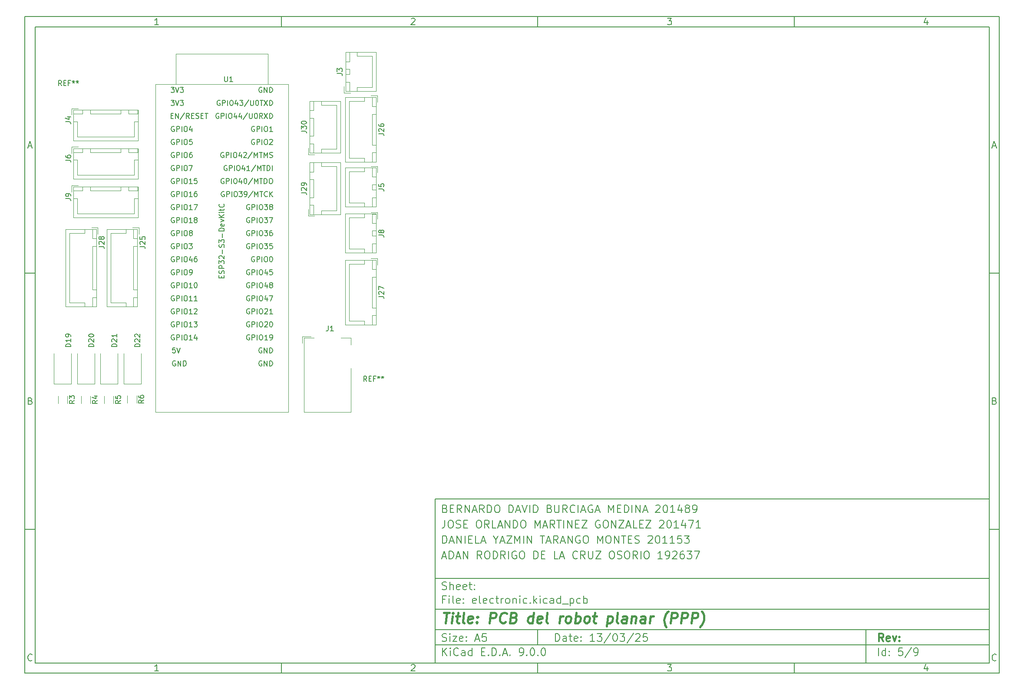
<source format=gbr>
%TF.GenerationSoftware,KiCad,Pcbnew,9.0.0*%
%TF.CreationDate,2025-03-13T19:48:29-06:00*%
%TF.ProjectId,electronic,656c6563-7472-46f6-9e69-632e6b696361,rev?*%
%TF.SameCoordinates,Original*%
%TF.FileFunction,Legend,Top*%
%TF.FilePolarity,Positive*%
%FSLAX46Y46*%
G04 Gerber Fmt 4.6, Leading zero omitted, Abs format (unit mm)*
G04 Created by KiCad (PCBNEW 9.0.0) date 2025-03-13 19:48:29*
%MOMM*%
%LPD*%
G01*
G04 APERTURE LIST*
%ADD10C,0.100000*%
%ADD11C,0.150000*%
%ADD12C,0.300000*%
%ADD13C,0.400000*%
%ADD14C,0.120000*%
G04 APERTURE END LIST*
D10*
D11*
X90007200Y-104005800D02*
X198007200Y-104005800D01*
X198007200Y-136005800D01*
X90007200Y-136005800D01*
X90007200Y-104005800D01*
D10*
D11*
X10000000Y-10000000D02*
X200007200Y-10000000D01*
X200007200Y-138005800D01*
X10000000Y-138005800D01*
X10000000Y-10000000D01*
D10*
D11*
X12000000Y-12000000D02*
X198007200Y-12000000D01*
X198007200Y-136005800D01*
X12000000Y-136005800D01*
X12000000Y-12000000D01*
D10*
D11*
X60000000Y-12000000D02*
X60000000Y-10000000D01*
D10*
D11*
X110000000Y-12000000D02*
X110000000Y-10000000D01*
D10*
D11*
X160000000Y-12000000D02*
X160000000Y-10000000D01*
D10*
D11*
X36089160Y-11593604D02*
X35346303Y-11593604D01*
X35717731Y-11593604D02*
X35717731Y-10293604D01*
X35717731Y-10293604D02*
X35593922Y-10479319D01*
X35593922Y-10479319D02*
X35470112Y-10603128D01*
X35470112Y-10603128D02*
X35346303Y-10665033D01*
D10*
D11*
X85346303Y-10417414D02*
X85408207Y-10355509D01*
X85408207Y-10355509D02*
X85532017Y-10293604D01*
X85532017Y-10293604D02*
X85841541Y-10293604D01*
X85841541Y-10293604D02*
X85965350Y-10355509D01*
X85965350Y-10355509D02*
X86027255Y-10417414D01*
X86027255Y-10417414D02*
X86089160Y-10541223D01*
X86089160Y-10541223D02*
X86089160Y-10665033D01*
X86089160Y-10665033D02*
X86027255Y-10850747D01*
X86027255Y-10850747D02*
X85284398Y-11593604D01*
X85284398Y-11593604D02*
X86089160Y-11593604D01*
D10*
D11*
X135284398Y-10293604D02*
X136089160Y-10293604D01*
X136089160Y-10293604D02*
X135655826Y-10788842D01*
X135655826Y-10788842D02*
X135841541Y-10788842D01*
X135841541Y-10788842D02*
X135965350Y-10850747D01*
X135965350Y-10850747D02*
X136027255Y-10912652D01*
X136027255Y-10912652D02*
X136089160Y-11036461D01*
X136089160Y-11036461D02*
X136089160Y-11345985D01*
X136089160Y-11345985D02*
X136027255Y-11469795D01*
X136027255Y-11469795D02*
X135965350Y-11531700D01*
X135965350Y-11531700D02*
X135841541Y-11593604D01*
X135841541Y-11593604D02*
X135470112Y-11593604D01*
X135470112Y-11593604D02*
X135346303Y-11531700D01*
X135346303Y-11531700D02*
X135284398Y-11469795D01*
D10*
D11*
X185965350Y-10726938D02*
X185965350Y-11593604D01*
X185655826Y-10231700D02*
X185346303Y-11160271D01*
X185346303Y-11160271D02*
X186151064Y-11160271D01*
D10*
D11*
X60000000Y-136005800D02*
X60000000Y-138005800D01*
D10*
D11*
X110000000Y-136005800D02*
X110000000Y-138005800D01*
D10*
D11*
X160000000Y-136005800D02*
X160000000Y-138005800D01*
D10*
D11*
X36089160Y-137599404D02*
X35346303Y-137599404D01*
X35717731Y-137599404D02*
X35717731Y-136299404D01*
X35717731Y-136299404D02*
X35593922Y-136485119D01*
X35593922Y-136485119D02*
X35470112Y-136608928D01*
X35470112Y-136608928D02*
X35346303Y-136670833D01*
D10*
D11*
X85346303Y-136423214D02*
X85408207Y-136361309D01*
X85408207Y-136361309D02*
X85532017Y-136299404D01*
X85532017Y-136299404D02*
X85841541Y-136299404D01*
X85841541Y-136299404D02*
X85965350Y-136361309D01*
X85965350Y-136361309D02*
X86027255Y-136423214D01*
X86027255Y-136423214D02*
X86089160Y-136547023D01*
X86089160Y-136547023D02*
X86089160Y-136670833D01*
X86089160Y-136670833D02*
X86027255Y-136856547D01*
X86027255Y-136856547D02*
X85284398Y-137599404D01*
X85284398Y-137599404D02*
X86089160Y-137599404D01*
D10*
D11*
X135284398Y-136299404D02*
X136089160Y-136299404D01*
X136089160Y-136299404D02*
X135655826Y-136794642D01*
X135655826Y-136794642D02*
X135841541Y-136794642D01*
X135841541Y-136794642D02*
X135965350Y-136856547D01*
X135965350Y-136856547D02*
X136027255Y-136918452D01*
X136027255Y-136918452D02*
X136089160Y-137042261D01*
X136089160Y-137042261D02*
X136089160Y-137351785D01*
X136089160Y-137351785D02*
X136027255Y-137475595D01*
X136027255Y-137475595D02*
X135965350Y-137537500D01*
X135965350Y-137537500D02*
X135841541Y-137599404D01*
X135841541Y-137599404D02*
X135470112Y-137599404D01*
X135470112Y-137599404D02*
X135346303Y-137537500D01*
X135346303Y-137537500D02*
X135284398Y-137475595D01*
D10*
D11*
X185965350Y-136732738D02*
X185965350Y-137599404D01*
X185655826Y-136237500D02*
X185346303Y-137166071D01*
X185346303Y-137166071D02*
X186151064Y-137166071D01*
D10*
D11*
X10000000Y-60000000D02*
X12000000Y-60000000D01*
D10*
D11*
X10000000Y-110000000D02*
X12000000Y-110000000D01*
D10*
D11*
X10690476Y-35222176D02*
X11309523Y-35222176D01*
X10566666Y-35593604D02*
X10999999Y-34293604D01*
X10999999Y-34293604D02*
X11433333Y-35593604D01*
D10*
D11*
X11092857Y-84912652D02*
X11278571Y-84974557D01*
X11278571Y-84974557D02*
X11340476Y-85036461D01*
X11340476Y-85036461D02*
X11402380Y-85160271D01*
X11402380Y-85160271D02*
X11402380Y-85345985D01*
X11402380Y-85345985D02*
X11340476Y-85469795D01*
X11340476Y-85469795D02*
X11278571Y-85531700D01*
X11278571Y-85531700D02*
X11154761Y-85593604D01*
X11154761Y-85593604D02*
X10659523Y-85593604D01*
X10659523Y-85593604D02*
X10659523Y-84293604D01*
X10659523Y-84293604D02*
X11092857Y-84293604D01*
X11092857Y-84293604D02*
X11216666Y-84355509D01*
X11216666Y-84355509D02*
X11278571Y-84417414D01*
X11278571Y-84417414D02*
X11340476Y-84541223D01*
X11340476Y-84541223D02*
X11340476Y-84665033D01*
X11340476Y-84665033D02*
X11278571Y-84788842D01*
X11278571Y-84788842D02*
X11216666Y-84850747D01*
X11216666Y-84850747D02*
X11092857Y-84912652D01*
X11092857Y-84912652D02*
X10659523Y-84912652D01*
D10*
D11*
X11402380Y-135469795D02*
X11340476Y-135531700D01*
X11340476Y-135531700D02*
X11154761Y-135593604D01*
X11154761Y-135593604D02*
X11030952Y-135593604D01*
X11030952Y-135593604D02*
X10845238Y-135531700D01*
X10845238Y-135531700D02*
X10721428Y-135407890D01*
X10721428Y-135407890D02*
X10659523Y-135284080D01*
X10659523Y-135284080D02*
X10597619Y-135036461D01*
X10597619Y-135036461D02*
X10597619Y-134850747D01*
X10597619Y-134850747D02*
X10659523Y-134603128D01*
X10659523Y-134603128D02*
X10721428Y-134479319D01*
X10721428Y-134479319D02*
X10845238Y-134355509D01*
X10845238Y-134355509D02*
X11030952Y-134293604D01*
X11030952Y-134293604D02*
X11154761Y-134293604D01*
X11154761Y-134293604D02*
X11340476Y-134355509D01*
X11340476Y-134355509D02*
X11402380Y-134417414D01*
D10*
D11*
X200007200Y-60000000D02*
X198007200Y-60000000D01*
D10*
D11*
X200007200Y-110000000D02*
X198007200Y-110000000D01*
D10*
D11*
X198697676Y-35222176D02*
X199316723Y-35222176D01*
X198573866Y-35593604D02*
X199007199Y-34293604D01*
X199007199Y-34293604D02*
X199440533Y-35593604D01*
D10*
D11*
X199100057Y-84912652D02*
X199285771Y-84974557D01*
X199285771Y-84974557D02*
X199347676Y-85036461D01*
X199347676Y-85036461D02*
X199409580Y-85160271D01*
X199409580Y-85160271D02*
X199409580Y-85345985D01*
X199409580Y-85345985D02*
X199347676Y-85469795D01*
X199347676Y-85469795D02*
X199285771Y-85531700D01*
X199285771Y-85531700D02*
X199161961Y-85593604D01*
X199161961Y-85593604D02*
X198666723Y-85593604D01*
X198666723Y-85593604D02*
X198666723Y-84293604D01*
X198666723Y-84293604D02*
X199100057Y-84293604D01*
X199100057Y-84293604D02*
X199223866Y-84355509D01*
X199223866Y-84355509D02*
X199285771Y-84417414D01*
X199285771Y-84417414D02*
X199347676Y-84541223D01*
X199347676Y-84541223D02*
X199347676Y-84665033D01*
X199347676Y-84665033D02*
X199285771Y-84788842D01*
X199285771Y-84788842D02*
X199223866Y-84850747D01*
X199223866Y-84850747D02*
X199100057Y-84912652D01*
X199100057Y-84912652D02*
X198666723Y-84912652D01*
D10*
D11*
X199409580Y-135469795D02*
X199347676Y-135531700D01*
X199347676Y-135531700D02*
X199161961Y-135593604D01*
X199161961Y-135593604D02*
X199038152Y-135593604D01*
X199038152Y-135593604D02*
X198852438Y-135531700D01*
X198852438Y-135531700D02*
X198728628Y-135407890D01*
X198728628Y-135407890D02*
X198666723Y-135284080D01*
X198666723Y-135284080D02*
X198604819Y-135036461D01*
X198604819Y-135036461D02*
X198604819Y-134850747D01*
X198604819Y-134850747D02*
X198666723Y-134603128D01*
X198666723Y-134603128D02*
X198728628Y-134479319D01*
X198728628Y-134479319D02*
X198852438Y-134355509D01*
X198852438Y-134355509D02*
X199038152Y-134293604D01*
X199038152Y-134293604D02*
X199161961Y-134293604D01*
X199161961Y-134293604D02*
X199347676Y-134355509D01*
X199347676Y-134355509D02*
X199409580Y-134417414D01*
D10*
D11*
X113463026Y-131791928D02*
X113463026Y-130291928D01*
X113463026Y-130291928D02*
X113820169Y-130291928D01*
X113820169Y-130291928D02*
X114034455Y-130363357D01*
X114034455Y-130363357D02*
X114177312Y-130506214D01*
X114177312Y-130506214D02*
X114248741Y-130649071D01*
X114248741Y-130649071D02*
X114320169Y-130934785D01*
X114320169Y-130934785D02*
X114320169Y-131149071D01*
X114320169Y-131149071D02*
X114248741Y-131434785D01*
X114248741Y-131434785D02*
X114177312Y-131577642D01*
X114177312Y-131577642D02*
X114034455Y-131720500D01*
X114034455Y-131720500D02*
X113820169Y-131791928D01*
X113820169Y-131791928D02*
X113463026Y-131791928D01*
X115605884Y-131791928D02*
X115605884Y-131006214D01*
X115605884Y-131006214D02*
X115534455Y-130863357D01*
X115534455Y-130863357D02*
X115391598Y-130791928D01*
X115391598Y-130791928D02*
X115105884Y-130791928D01*
X115105884Y-130791928D02*
X114963026Y-130863357D01*
X115605884Y-131720500D02*
X115463026Y-131791928D01*
X115463026Y-131791928D02*
X115105884Y-131791928D01*
X115105884Y-131791928D02*
X114963026Y-131720500D01*
X114963026Y-131720500D02*
X114891598Y-131577642D01*
X114891598Y-131577642D02*
X114891598Y-131434785D01*
X114891598Y-131434785D02*
X114963026Y-131291928D01*
X114963026Y-131291928D02*
X115105884Y-131220500D01*
X115105884Y-131220500D02*
X115463026Y-131220500D01*
X115463026Y-131220500D02*
X115605884Y-131149071D01*
X116105884Y-130791928D02*
X116677312Y-130791928D01*
X116320169Y-130291928D02*
X116320169Y-131577642D01*
X116320169Y-131577642D02*
X116391598Y-131720500D01*
X116391598Y-131720500D02*
X116534455Y-131791928D01*
X116534455Y-131791928D02*
X116677312Y-131791928D01*
X117748741Y-131720500D02*
X117605884Y-131791928D01*
X117605884Y-131791928D02*
X117320170Y-131791928D01*
X117320170Y-131791928D02*
X117177312Y-131720500D01*
X117177312Y-131720500D02*
X117105884Y-131577642D01*
X117105884Y-131577642D02*
X117105884Y-131006214D01*
X117105884Y-131006214D02*
X117177312Y-130863357D01*
X117177312Y-130863357D02*
X117320170Y-130791928D01*
X117320170Y-130791928D02*
X117605884Y-130791928D01*
X117605884Y-130791928D02*
X117748741Y-130863357D01*
X117748741Y-130863357D02*
X117820170Y-131006214D01*
X117820170Y-131006214D02*
X117820170Y-131149071D01*
X117820170Y-131149071D02*
X117105884Y-131291928D01*
X118463026Y-131649071D02*
X118534455Y-131720500D01*
X118534455Y-131720500D02*
X118463026Y-131791928D01*
X118463026Y-131791928D02*
X118391598Y-131720500D01*
X118391598Y-131720500D02*
X118463026Y-131649071D01*
X118463026Y-131649071D02*
X118463026Y-131791928D01*
X118463026Y-130863357D02*
X118534455Y-130934785D01*
X118534455Y-130934785D02*
X118463026Y-131006214D01*
X118463026Y-131006214D02*
X118391598Y-130934785D01*
X118391598Y-130934785D02*
X118463026Y-130863357D01*
X118463026Y-130863357D02*
X118463026Y-131006214D01*
X121105884Y-131791928D02*
X120248741Y-131791928D01*
X120677312Y-131791928D02*
X120677312Y-130291928D01*
X120677312Y-130291928D02*
X120534455Y-130506214D01*
X120534455Y-130506214D02*
X120391598Y-130649071D01*
X120391598Y-130649071D02*
X120248741Y-130720500D01*
X121605883Y-130291928D02*
X122534455Y-130291928D01*
X122534455Y-130291928D02*
X122034455Y-130863357D01*
X122034455Y-130863357D02*
X122248740Y-130863357D01*
X122248740Y-130863357D02*
X122391598Y-130934785D01*
X122391598Y-130934785D02*
X122463026Y-131006214D01*
X122463026Y-131006214D02*
X122534455Y-131149071D01*
X122534455Y-131149071D02*
X122534455Y-131506214D01*
X122534455Y-131506214D02*
X122463026Y-131649071D01*
X122463026Y-131649071D02*
X122391598Y-131720500D01*
X122391598Y-131720500D02*
X122248740Y-131791928D01*
X122248740Y-131791928D02*
X121820169Y-131791928D01*
X121820169Y-131791928D02*
X121677312Y-131720500D01*
X121677312Y-131720500D02*
X121605883Y-131649071D01*
X124248740Y-130220500D02*
X122963026Y-132149071D01*
X125034455Y-130291928D02*
X125177312Y-130291928D01*
X125177312Y-130291928D02*
X125320169Y-130363357D01*
X125320169Y-130363357D02*
X125391598Y-130434785D01*
X125391598Y-130434785D02*
X125463026Y-130577642D01*
X125463026Y-130577642D02*
X125534455Y-130863357D01*
X125534455Y-130863357D02*
X125534455Y-131220500D01*
X125534455Y-131220500D02*
X125463026Y-131506214D01*
X125463026Y-131506214D02*
X125391598Y-131649071D01*
X125391598Y-131649071D02*
X125320169Y-131720500D01*
X125320169Y-131720500D02*
X125177312Y-131791928D01*
X125177312Y-131791928D02*
X125034455Y-131791928D01*
X125034455Y-131791928D02*
X124891598Y-131720500D01*
X124891598Y-131720500D02*
X124820169Y-131649071D01*
X124820169Y-131649071D02*
X124748740Y-131506214D01*
X124748740Y-131506214D02*
X124677312Y-131220500D01*
X124677312Y-131220500D02*
X124677312Y-130863357D01*
X124677312Y-130863357D02*
X124748740Y-130577642D01*
X124748740Y-130577642D02*
X124820169Y-130434785D01*
X124820169Y-130434785D02*
X124891598Y-130363357D01*
X124891598Y-130363357D02*
X125034455Y-130291928D01*
X126034454Y-130291928D02*
X126963026Y-130291928D01*
X126963026Y-130291928D02*
X126463026Y-130863357D01*
X126463026Y-130863357D02*
X126677311Y-130863357D01*
X126677311Y-130863357D02*
X126820169Y-130934785D01*
X126820169Y-130934785D02*
X126891597Y-131006214D01*
X126891597Y-131006214D02*
X126963026Y-131149071D01*
X126963026Y-131149071D02*
X126963026Y-131506214D01*
X126963026Y-131506214D02*
X126891597Y-131649071D01*
X126891597Y-131649071D02*
X126820169Y-131720500D01*
X126820169Y-131720500D02*
X126677311Y-131791928D01*
X126677311Y-131791928D02*
X126248740Y-131791928D01*
X126248740Y-131791928D02*
X126105883Y-131720500D01*
X126105883Y-131720500D02*
X126034454Y-131649071D01*
X128677311Y-130220500D02*
X127391597Y-132149071D01*
X129105883Y-130434785D02*
X129177311Y-130363357D01*
X129177311Y-130363357D02*
X129320169Y-130291928D01*
X129320169Y-130291928D02*
X129677311Y-130291928D01*
X129677311Y-130291928D02*
X129820169Y-130363357D01*
X129820169Y-130363357D02*
X129891597Y-130434785D01*
X129891597Y-130434785D02*
X129963026Y-130577642D01*
X129963026Y-130577642D02*
X129963026Y-130720500D01*
X129963026Y-130720500D02*
X129891597Y-130934785D01*
X129891597Y-130934785D02*
X129034454Y-131791928D01*
X129034454Y-131791928D02*
X129963026Y-131791928D01*
X131320168Y-130291928D02*
X130605882Y-130291928D01*
X130605882Y-130291928D02*
X130534454Y-131006214D01*
X130534454Y-131006214D02*
X130605882Y-130934785D01*
X130605882Y-130934785D02*
X130748740Y-130863357D01*
X130748740Y-130863357D02*
X131105882Y-130863357D01*
X131105882Y-130863357D02*
X131248740Y-130934785D01*
X131248740Y-130934785D02*
X131320168Y-131006214D01*
X131320168Y-131006214D02*
X131391597Y-131149071D01*
X131391597Y-131149071D02*
X131391597Y-131506214D01*
X131391597Y-131506214D02*
X131320168Y-131649071D01*
X131320168Y-131649071D02*
X131248740Y-131720500D01*
X131248740Y-131720500D02*
X131105882Y-131791928D01*
X131105882Y-131791928D02*
X130748740Y-131791928D01*
X130748740Y-131791928D02*
X130605882Y-131720500D01*
X130605882Y-131720500D02*
X130534454Y-131649071D01*
D10*
D11*
X90007200Y-132505800D02*
X198007200Y-132505800D01*
D10*
D11*
X91463026Y-134591928D02*
X91463026Y-133091928D01*
X92320169Y-134591928D02*
X91677312Y-133734785D01*
X92320169Y-133091928D02*
X91463026Y-133949071D01*
X92963026Y-134591928D02*
X92963026Y-133591928D01*
X92963026Y-133091928D02*
X92891598Y-133163357D01*
X92891598Y-133163357D02*
X92963026Y-133234785D01*
X92963026Y-133234785D02*
X93034455Y-133163357D01*
X93034455Y-133163357D02*
X92963026Y-133091928D01*
X92963026Y-133091928D02*
X92963026Y-133234785D01*
X94534455Y-134449071D02*
X94463027Y-134520500D01*
X94463027Y-134520500D02*
X94248741Y-134591928D01*
X94248741Y-134591928D02*
X94105884Y-134591928D01*
X94105884Y-134591928D02*
X93891598Y-134520500D01*
X93891598Y-134520500D02*
X93748741Y-134377642D01*
X93748741Y-134377642D02*
X93677312Y-134234785D01*
X93677312Y-134234785D02*
X93605884Y-133949071D01*
X93605884Y-133949071D02*
X93605884Y-133734785D01*
X93605884Y-133734785D02*
X93677312Y-133449071D01*
X93677312Y-133449071D02*
X93748741Y-133306214D01*
X93748741Y-133306214D02*
X93891598Y-133163357D01*
X93891598Y-133163357D02*
X94105884Y-133091928D01*
X94105884Y-133091928D02*
X94248741Y-133091928D01*
X94248741Y-133091928D02*
X94463027Y-133163357D01*
X94463027Y-133163357D02*
X94534455Y-133234785D01*
X95820170Y-134591928D02*
X95820170Y-133806214D01*
X95820170Y-133806214D02*
X95748741Y-133663357D01*
X95748741Y-133663357D02*
X95605884Y-133591928D01*
X95605884Y-133591928D02*
X95320170Y-133591928D01*
X95320170Y-133591928D02*
X95177312Y-133663357D01*
X95820170Y-134520500D02*
X95677312Y-134591928D01*
X95677312Y-134591928D02*
X95320170Y-134591928D01*
X95320170Y-134591928D02*
X95177312Y-134520500D01*
X95177312Y-134520500D02*
X95105884Y-134377642D01*
X95105884Y-134377642D02*
X95105884Y-134234785D01*
X95105884Y-134234785D02*
X95177312Y-134091928D01*
X95177312Y-134091928D02*
X95320170Y-134020500D01*
X95320170Y-134020500D02*
X95677312Y-134020500D01*
X95677312Y-134020500D02*
X95820170Y-133949071D01*
X97177313Y-134591928D02*
X97177313Y-133091928D01*
X97177313Y-134520500D02*
X97034455Y-134591928D01*
X97034455Y-134591928D02*
X96748741Y-134591928D01*
X96748741Y-134591928D02*
X96605884Y-134520500D01*
X96605884Y-134520500D02*
X96534455Y-134449071D01*
X96534455Y-134449071D02*
X96463027Y-134306214D01*
X96463027Y-134306214D02*
X96463027Y-133877642D01*
X96463027Y-133877642D02*
X96534455Y-133734785D01*
X96534455Y-133734785D02*
X96605884Y-133663357D01*
X96605884Y-133663357D02*
X96748741Y-133591928D01*
X96748741Y-133591928D02*
X97034455Y-133591928D01*
X97034455Y-133591928D02*
X97177313Y-133663357D01*
X99034455Y-133806214D02*
X99534455Y-133806214D01*
X99748741Y-134591928D02*
X99034455Y-134591928D01*
X99034455Y-134591928D02*
X99034455Y-133091928D01*
X99034455Y-133091928D02*
X99748741Y-133091928D01*
X100391598Y-134449071D02*
X100463027Y-134520500D01*
X100463027Y-134520500D02*
X100391598Y-134591928D01*
X100391598Y-134591928D02*
X100320170Y-134520500D01*
X100320170Y-134520500D02*
X100391598Y-134449071D01*
X100391598Y-134449071D02*
X100391598Y-134591928D01*
X101105884Y-134591928D02*
X101105884Y-133091928D01*
X101105884Y-133091928D02*
X101463027Y-133091928D01*
X101463027Y-133091928D02*
X101677313Y-133163357D01*
X101677313Y-133163357D02*
X101820170Y-133306214D01*
X101820170Y-133306214D02*
X101891599Y-133449071D01*
X101891599Y-133449071D02*
X101963027Y-133734785D01*
X101963027Y-133734785D02*
X101963027Y-133949071D01*
X101963027Y-133949071D02*
X101891599Y-134234785D01*
X101891599Y-134234785D02*
X101820170Y-134377642D01*
X101820170Y-134377642D02*
X101677313Y-134520500D01*
X101677313Y-134520500D02*
X101463027Y-134591928D01*
X101463027Y-134591928D02*
X101105884Y-134591928D01*
X102605884Y-134449071D02*
X102677313Y-134520500D01*
X102677313Y-134520500D02*
X102605884Y-134591928D01*
X102605884Y-134591928D02*
X102534456Y-134520500D01*
X102534456Y-134520500D02*
X102605884Y-134449071D01*
X102605884Y-134449071D02*
X102605884Y-134591928D01*
X103248742Y-134163357D02*
X103963028Y-134163357D01*
X103105885Y-134591928D02*
X103605885Y-133091928D01*
X103605885Y-133091928D02*
X104105885Y-134591928D01*
X104605884Y-134449071D02*
X104677313Y-134520500D01*
X104677313Y-134520500D02*
X104605884Y-134591928D01*
X104605884Y-134591928D02*
X104534456Y-134520500D01*
X104534456Y-134520500D02*
X104605884Y-134449071D01*
X104605884Y-134449071D02*
X104605884Y-134591928D01*
X106534456Y-134591928D02*
X106820170Y-134591928D01*
X106820170Y-134591928D02*
X106963027Y-134520500D01*
X106963027Y-134520500D02*
X107034456Y-134449071D01*
X107034456Y-134449071D02*
X107177313Y-134234785D01*
X107177313Y-134234785D02*
X107248742Y-133949071D01*
X107248742Y-133949071D02*
X107248742Y-133377642D01*
X107248742Y-133377642D02*
X107177313Y-133234785D01*
X107177313Y-133234785D02*
X107105885Y-133163357D01*
X107105885Y-133163357D02*
X106963027Y-133091928D01*
X106963027Y-133091928D02*
X106677313Y-133091928D01*
X106677313Y-133091928D02*
X106534456Y-133163357D01*
X106534456Y-133163357D02*
X106463027Y-133234785D01*
X106463027Y-133234785D02*
X106391599Y-133377642D01*
X106391599Y-133377642D02*
X106391599Y-133734785D01*
X106391599Y-133734785D02*
X106463027Y-133877642D01*
X106463027Y-133877642D02*
X106534456Y-133949071D01*
X106534456Y-133949071D02*
X106677313Y-134020500D01*
X106677313Y-134020500D02*
X106963027Y-134020500D01*
X106963027Y-134020500D02*
X107105885Y-133949071D01*
X107105885Y-133949071D02*
X107177313Y-133877642D01*
X107177313Y-133877642D02*
X107248742Y-133734785D01*
X107891598Y-134449071D02*
X107963027Y-134520500D01*
X107963027Y-134520500D02*
X107891598Y-134591928D01*
X107891598Y-134591928D02*
X107820170Y-134520500D01*
X107820170Y-134520500D02*
X107891598Y-134449071D01*
X107891598Y-134449071D02*
X107891598Y-134591928D01*
X108891599Y-133091928D02*
X109034456Y-133091928D01*
X109034456Y-133091928D02*
X109177313Y-133163357D01*
X109177313Y-133163357D02*
X109248742Y-133234785D01*
X109248742Y-133234785D02*
X109320170Y-133377642D01*
X109320170Y-133377642D02*
X109391599Y-133663357D01*
X109391599Y-133663357D02*
X109391599Y-134020500D01*
X109391599Y-134020500D02*
X109320170Y-134306214D01*
X109320170Y-134306214D02*
X109248742Y-134449071D01*
X109248742Y-134449071D02*
X109177313Y-134520500D01*
X109177313Y-134520500D02*
X109034456Y-134591928D01*
X109034456Y-134591928D02*
X108891599Y-134591928D01*
X108891599Y-134591928D02*
X108748742Y-134520500D01*
X108748742Y-134520500D02*
X108677313Y-134449071D01*
X108677313Y-134449071D02*
X108605884Y-134306214D01*
X108605884Y-134306214D02*
X108534456Y-134020500D01*
X108534456Y-134020500D02*
X108534456Y-133663357D01*
X108534456Y-133663357D02*
X108605884Y-133377642D01*
X108605884Y-133377642D02*
X108677313Y-133234785D01*
X108677313Y-133234785D02*
X108748742Y-133163357D01*
X108748742Y-133163357D02*
X108891599Y-133091928D01*
X110034455Y-134449071D02*
X110105884Y-134520500D01*
X110105884Y-134520500D02*
X110034455Y-134591928D01*
X110034455Y-134591928D02*
X109963027Y-134520500D01*
X109963027Y-134520500D02*
X110034455Y-134449071D01*
X110034455Y-134449071D02*
X110034455Y-134591928D01*
X111034456Y-133091928D02*
X111177313Y-133091928D01*
X111177313Y-133091928D02*
X111320170Y-133163357D01*
X111320170Y-133163357D02*
X111391599Y-133234785D01*
X111391599Y-133234785D02*
X111463027Y-133377642D01*
X111463027Y-133377642D02*
X111534456Y-133663357D01*
X111534456Y-133663357D02*
X111534456Y-134020500D01*
X111534456Y-134020500D02*
X111463027Y-134306214D01*
X111463027Y-134306214D02*
X111391599Y-134449071D01*
X111391599Y-134449071D02*
X111320170Y-134520500D01*
X111320170Y-134520500D02*
X111177313Y-134591928D01*
X111177313Y-134591928D02*
X111034456Y-134591928D01*
X111034456Y-134591928D02*
X110891599Y-134520500D01*
X110891599Y-134520500D02*
X110820170Y-134449071D01*
X110820170Y-134449071D02*
X110748741Y-134306214D01*
X110748741Y-134306214D02*
X110677313Y-134020500D01*
X110677313Y-134020500D02*
X110677313Y-133663357D01*
X110677313Y-133663357D02*
X110748741Y-133377642D01*
X110748741Y-133377642D02*
X110820170Y-133234785D01*
X110820170Y-133234785D02*
X110891599Y-133163357D01*
X110891599Y-133163357D02*
X111034456Y-133091928D01*
D10*
D11*
X90007200Y-129505800D02*
X198007200Y-129505800D01*
D10*
D12*
X177418853Y-131784128D02*
X176918853Y-131069842D01*
X176561710Y-131784128D02*
X176561710Y-130284128D01*
X176561710Y-130284128D02*
X177133139Y-130284128D01*
X177133139Y-130284128D02*
X177275996Y-130355557D01*
X177275996Y-130355557D02*
X177347425Y-130426985D01*
X177347425Y-130426985D02*
X177418853Y-130569842D01*
X177418853Y-130569842D02*
X177418853Y-130784128D01*
X177418853Y-130784128D02*
X177347425Y-130926985D01*
X177347425Y-130926985D02*
X177275996Y-130998414D01*
X177275996Y-130998414D02*
X177133139Y-131069842D01*
X177133139Y-131069842D02*
X176561710Y-131069842D01*
X178633139Y-131712700D02*
X178490282Y-131784128D01*
X178490282Y-131784128D02*
X178204568Y-131784128D01*
X178204568Y-131784128D02*
X178061710Y-131712700D01*
X178061710Y-131712700D02*
X177990282Y-131569842D01*
X177990282Y-131569842D02*
X177990282Y-130998414D01*
X177990282Y-130998414D02*
X178061710Y-130855557D01*
X178061710Y-130855557D02*
X178204568Y-130784128D01*
X178204568Y-130784128D02*
X178490282Y-130784128D01*
X178490282Y-130784128D02*
X178633139Y-130855557D01*
X178633139Y-130855557D02*
X178704568Y-130998414D01*
X178704568Y-130998414D02*
X178704568Y-131141271D01*
X178704568Y-131141271D02*
X177990282Y-131284128D01*
X179204567Y-130784128D02*
X179561710Y-131784128D01*
X179561710Y-131784128D02*
X179918853Y-130784128D01*
X180490281Y-131641271D02*
X180561710Y-131712700D01*
X180561710Y-131712700D02*
X180490281Y-131784128D01*
X180490281Y-131784128D02*
X180418853Y-131712700D01*
X180418853Y-131712700D02*
X180490281Y-131641271D01*
X180490281Y-131641271D02*
X180490281Y-131784128D01*
X180490281Y-130855557D02*
X180561710Y-130926985D01*
X180561710Y-130926985D02*
X180490281Y-130998414D01*
X180490281Y-130998414D02*
X180418853Y-130926985D01*
X180418853Y-130926985D02*
X180490281Y-130855557D01*
X180490281Y-130855557D02*
X180490281Y-130998414D01*
D10*
D11*
X91391598Y-131720500D02*
X91605884Y-131791928D01*
X91605884Y-131791928D02*
X91963026Y-131791928D01*
X91963026Y-131791928D02*
X92105884Y-131720500D01*
X92105884Y-131720500D02*
X92177312Y-131649071D01*
X92177312Y-131649071D02*
X92248741Y-131506214D01*
X92248741Y-131506214D02*
X92248741Y-131363357D01*
X92248741Y-131363357D02*
X92177312Y-131220500D01*
X92177312Y-131220500D02*
X92105884Y-131149071D01*
X92105884Y-131149071D02*
X91963026Y-131077642D01*
X91963026Y-131077642D02*
X91677312Y-131006214D01*
X91677312Y-131006214D02*
X91534455Y-130934785D01*
X91534455Y-130934785D02*
X91463026Y-130863357D01*
X91463026Y-130863357D02*
X91391598Y-130720500D01*
X91391598Y-130720500D02*
X91391598Y-130577642D01*
X91391598Y-130577642D02*
X91463026Y-130434785D01*
X91463026Y-130434785D02*
X91534455Y-130363357D01*
X91534455Y-130363357D02*
X91677312Y-130291928D01*
X91677312Y-130291928D02*
X92034455Y-130291928D01*
X92034455Y-130291928D02*
X92248741Y-130363357D01*
X92891597Y-131791928D02*
X92891597Y-130791928D01*
X92891597Y-130291928D02*
X92820169Y-130363357D01*
X92820169Y-130363357D02*
X92891597Y-130434785D01*
X92891597Y-130434785D02*
X92963026Y-130363357D01*
X92963026Y-130363357D02*
X92891597Y-130291928D01*
X92891597Y-130291928D02*
X92891597Y-130434785D01*
X93463026Y-130791928D02*
X94248741Y-130791928D01*
X94248741Y-130791928D02*
X93463026Y-131791928D01*
X93463026Y-131791928D02*
X94248741Y-131791928D01*
X95391598Y-131720500D02*
X95248741Y-131791928D01*
X95248741Y-131791928D02*
X94963027Y-131791928D01*
X94963027Y-131791928D02*
X94820169Y-131720500D01*
X94820169Y-131720500D02*
X94748741Y-131577642D01*
X94748741Y-131577642D02*
X94748741Y-131006214D01*
X94748741Y-131006214D02*
X94820169Y-130863357D01*
X94820169Y-130863357D02*
X94963027Y-130791928D01*
X94963027Y-130791928D02*
X95248741Y-130791928D01*
X95248741Y-130791928D02*
X95391598Y-130863357D01*
X95391598Y-130863357D02*
X95463027Y-131006214D01*
X95463027Y-131006214D02*
X95463027Y-131149071D01*
X95463027Y-131149071D02*
X94748741Y-131291928D01*
X96105883Y-131649071D02*
X96177312Y-131720500D01*
X96177312Y-131720500D02*
X96105883Y-131791928D01*
X96105883Y-131791928D02*
X96034455Y-131720500D01*
X96034455Y-131720500D02*
X96105883Y-131649071D01*
X96105883Y-131649071D02*
X96105883Y-131791928D01*
X96105883Y-130863357D02*
X96177312Y-130934785D01*
X96177312Y-130934785D02*
X96105883Y-131006214D01*
X96105883Y-131006214D02*
X96034455Y-130934785D01*
X96034455Y-130934785D02*
X96105883Y-130863357D01*
X96105883Y-130863357D02*
X96105883Y-131006214D01*
X97891598Y-131363357D02*
X98605884Y-131363357D01*
X97748741Y-131791928D02*
X98248741Y-130291928D01*
X98248741Y-130291928D02*
X98748741Y-131791928D01*
X99963026Y-130291928D02*
X99248740Y-130291928D01*
X99248740Y-130291928D02*
X99177312Y-131006214D01*
X99177312Y-131006214D02*
X99248740Y-130934785D01*
X99248740Y-130934785D02*
X99391598Y-130863357D01*
X99391598Y-130863357D02*
X99748740Y-130863357D01*
X99748740Y-130863357D02*
X99891598Y-130934785D01*
X99891598Y-130934785D02*
X99963026Y-131006214D01*
X99963026Y-131006214D02*
X100034455Y-131149071D01*
X100034455Y-131149071D02*
X100034455Y-131506214D01*
X100034455Y-131506214D02*
X99963026Y-131649071D01*
X99963026Y-131649071D02*
X99891598Y-131720500D01*
X99891598Y-131720500D02*
X99748740Y-131791928D01*
X99748740Y-131791928D02*
X99391598Y-131791928D01*
X99391598Y-131791928D02*
X99248740Y-131720500D01*
X99248740Y-131720500D02*
X99177312Y-131649071D01*
D10*
D11*
X176463026Y-134591928D02*
X176463026Y-133091928D01*
X177820170Y-134591928D02*
X177820170Y-133091928D01*
X177820170Y-134520500D02*
X177677312Y-134591928D01*
X177677312Y-134591928D02*
X177391598Y-134591928D01*
X177391598Y-134591928D02*
X177248741Y-134520500D01*
X177248741Y-134520500D02*
X177177312Y-134449071D01*
X177177312Y-134449071D02*
X177105884Y-134306214D01*
X177105884Y-134306214D02*
X177105884Y-133877642D01*
X177105884Y-133877642D02*
X177177312Y-133734785D01*
X177177312Y-133734785D02*
X177248741Y-133663357D01*
X177248741Y-133663357D02*
X177391598Y-133591928D01*
X177391598Y-133591928D02*
X177677312Y-133591928D01*
X177677312Y-133591928D02*
X177820170Y-133663357D01*
X178534455Y-134449071D02*
X178605884Y-134520500D01*
X178605884Y-134520500D02*
X178534455Y-134591928D01*
X178534455Y-134591928D02*
X178463027Y-134520500D01*
X178463027Y-134520500D02*
X178534455Y-134449071D01*
X178534455Y-134449071D02*
X178534455Y-134591928D01*
X178534455Y-133663357D02*
X178605884Y-133734785D01*
X178605884Y-133734785D02*
X178534455Y-133806214D01*
X178534455Y-133806214D02*
X178463027Y-133734785D01*
X178463027Y-133734785D02*
X178534455Y-133663357D01*
X178534455Y-133663357D02*
X178534455Y-133806214D01*
X181105884Y-133091928D02*
X180391598Y-133091928D01*
X180391598Y-133091928D02*
X180320170Y-133806214D01*
X180320170Y-133806214D02*
X180391598Y-133734785D01*
X180391598Y-133734785D02*
X180534456Y-133663357D01*
X180534456Y-133663357D02*
X180891598Y-133663357D01*
X180891598Y-133663357D02*
X181034456Y-133734785D01*
X181034456Y-133734785D02*
X181105884Y-133806214D01*
X181105884Y-133806214D02*
X181177313Y-133949071D01*
X181177313Y-133949071D02*
X181177313Y-134306214D01*
X181177313Y-134306214D02*
X181105884Y-134449071D01*
X181105884Y-134449071D02*
X181034456Y-134520500D01*
X181034456Y-134520500D02*
X180891598Y-134591928D01*
X180891598Y-134591928D02*
X180534456Y-134591928D01*
X180534456Y-134591928D02*
X180391598Y-134520500D01*
X180391598Y-134520500D02*
X180320170Y-134449071D01*
X182891598Y-133020500D02*
X181605884Y-134949071D01*
X183463027Y-134591928D02*
X183748741Y-134591928D01*
X183748741Y-134591928D02*
X183891598Y-134520500D01*
X183891598Y-134520500D02*
X183963027Y-134449071D01*
X183963027Y-134449071D02*
X184105884Y-134234785D01*
X184105884Y-134234785D02*
X184177313Y-133949071D01*
X184177313Y-133949071D02*
X184177313Y-133377642D01*
X184177313Y-133377642D02*
X184105884Y-133234785D01*
X184105884Y-133234785D02*
X184034456Y-133163357D01*
X184034456Y-133163357D02*
X183891598Y-133091928D01*
X183891598Y-133091928D02*
X183605884Y-133091928D01*
X183605884Y-133091928D02*
X183463027Y-133163357D01*
X183463027Y-133163357D02*
X183391598Y-133234785D01*
X183391598Y-133234785D02*
X183320170Y-133377642D01*
X183320170Y-133377642D02*
X183320170Y-133734785D01*
X183320170Y-133734785D02*
X183391598Y-133877642D01*
X183391598Y-133877642D02*
X183463027Y-133949071D01*
X183463027Y-133949071D02*
X183605884Y-134020500D01*
X183605884Y-134020500D02*
X183891598Y-134020500D01*
X183891598Y-134020500D02*
X184034456Y-133949071D01*
X184034456Y-133949071D02*
X184105884Y-133877642D01*
X184105884Y-133877642D02*
X184177313Y-133734785D01*
D10*
D11*
X90007200Y-125505800D02*
X198007200Y-125505800D01*
D10*
D13*
X91698928Y-126210238D02*
X92841785Y-126210238D01*
X92020357Y-128210238D02*
X92270357Y-126210238D01*
X93258452Y-128210238D02*
X93425119Y-126876904D01*
X93508452Y-126210238D02*
X93401309Y-126305476D01*
X93401309Y-126305476D02*
X93484643Y-126400714D01*
X93484643Y-126400714D02*
X93591786Y-126305476D01*
X93591786Y-126305476D02*
X93508452Y-126210238D01*
X93508452Y-126210238D02*
X93484643Y-126400714D01*
X94091786Y-126876904D02*
X94853690Y-126876904D01*
X94460833Y-126210238D02*
X94246548Y-127924523D01*
X94246548Y-127924523D02*
X94317976Y-128115000D01*
X94317976Y-128115000D02*
X94496548Y-128210238D01*
X94496548Y-128210238D02*
X94687024Y-128210238D01*
X95639405Y-128210238D02*
X95460833Y-128115000D01*
X95460833Y-128115000D02*
X95389405Y-127924523D01*
X95389405Y-127924523D02*
X95603690Y-126210238D01*
X97175119Y-128115000D02*
X96972738Y-128210238D01*
X96972738Y-128210238D02*
X96591785Y-128210238D01*
X96591785Y-128210238D02*
X96413214Y-128115000D01*
X96413214Y-128115000D02*
X96341785Y-127924523D01*
X96341785Y-127924523D02*
X96437024Y-127162619D01*
X96437024Y-127162619D02*
X96556071Y-126972142D01*
X96556071Y-126972142D02*
X96758452Y-126876904D01*
X96758452Y-126876904D02*
X97139404Y-126876904D01*
X97139404Y-126876904D02*
X97317976Y-126972142D01*
X97317976Y-126972142D02*
X97389404Y-127162619D01*
X97389404Y-127162619D02*
X97365595Y-127353095D01*
X97365595Y-127353095D02*
X96389404Y-127543571D01*
X98139405Y-128019761D02*
X98222738Y-128115000D01*
X98222738Y-128115000D02*
X98115595Y-128210238D01*
X98115595Y-128210238D02*
X98032262Y-128115000D01*
X98032262Y-128115000D02*
X98139405Y-128019761D01*
X98139405Y-128019761D02*
X98115595Y-128210238D01*
X98270357Y-126972142D02*
X98353690Y-127067380D01*
X98353690Y-127067380D02*
X98246548Y-127162619D01*
X98246548Y-127162619D02*
X98163214Y-127067380D01*
X98163214Y-127067380D02*
X98270357Y-126972142D01*
X98270357Y-126972142D02*
X98246548Y-127162619D01*
X100591786Y-128210238D02*
X100841786Y-126210238D01*
X100841786Y-126210238D02*
X101603691Y-126210238D01*
X101603691Y-126210238D02*
X101782262Y-126305476D01*
X101782262Y-126305476D02*
X101865596Y-126400714D01*
X101865596Y-126400714D02*
X101937024Y-126591190D01*
X101937024Y-126591190D02*
X101901310Y-126876904D01*
X101901310Y-126876904D02*
X101782262Y-127067380D01*
X101782262Y-127067380D02*
X101675120Y-127162619D01*
X101675120Y-127162619D02*
X101472739Y-127257857D01*
X101472739Y-127257857D02*
X100710834Y-127257857D01*
X103758453Y-128019761D02*
X103651310Y-128115000D01*
X103651310Y-128115000D02*
X103353691Y-128210238D01*
X103353691Y-128210238D02*
X103163215Y-128210238D01*
X103163215Y-128210238D02*
X102889405Y-128115000D01*
X102889405Y-128115000D02*
X102722739Y-127924523D01*
X102722739Y-127924523D02*
X102651310Y-127734047D01*
X102651310Y-127734047D02*
X102603691Y-127353095D01*
X102603691Y-127353095D02*
X102639405Y-127067380D01*
X102639405Y-127067380D02*
X102782262Y-126686428D01*
X102782262Y-126686428D02*
X102901310Y-126495952D01*
X102901310Y-126495952D02*
X103115596Y-126305476D01*
X103115596Y-126305476D02*
X103413215Y-126210238D01*
X103413215Y-126210238D02*
X103603691Y-126210238D01*
X103603691Y-126210238D02*
X103877501Y-126305476D01*
X103877501Y-126305476D02*
X103960834Y-126400714D01*
X105389405Y-127162619D02*
X105663215Y-127257857D01*
X105663215Y-127257857D02*
X105746548Y-127353095D01*
X105746548Y-127353095D02*
X105817977Y-127543571D01*
X105817977Y-127543571D02*
X105782262Y-127829285D01*
X105782262Y-127829285D02*
X105663215Y-128019761D01*
X105663215Y-128019761D02*
X105556072Y-128115000D01*
X105556072Y-128115000D02*
X105353691Y-128210238D01*
X105353691Y-128210238D02*
X104591786Y-128210238D01*
X104591786Y-128210238D02*
X104841786Y-126210238D01*
X104841786Y-126210238D02*
X105508453Y-126210238D01*
X105508453Y-126210238D02*
X105687024Y-126305476D01*
X105687024Y-126305476D02*
X105770358Y-126400714D01*
X105770358Y-126400714D02*
X105841786Y-126591190D01*
X105841786Y-126591190D02*
X105817977Y-126781666D01*
X105817977Y-126781666D02*
X105698929Y-126972142D01*
X105698929Y-126972142D02*
X105591786Y-127067380D01*
X105591786Y-127067380D02*
X105389405Y-127162619D01*
X105389405Y-127162619D02*
X104722739Y-127162619D01*
X108972739Y-128210238D02*
X109222739Y-126210238D01*
X108984644Y-128115000D02*
X108782263Y-128210238D01*
X108782263Y-128210238D02*
X108401311Y-128210238D01*
X108401311Y-128210238D02*
X108222739Y-128115000D01*
X108222739Y-128115000D02*
X108139406Y-128019761D01*
X108139406Y-128019761D02*
X108067977Y-127829285D01*
X108067977Y-127829285D02*
X108139406Y-127257857D01*
X108139406Y-127257857D02*
X108258453Y-127067380D01*
X108258453Y-127067380D02*
X108365596Y-126972142D01*
X108365596Y-126972142D02*
X108567977Y-126876904D01*
X108567977Y-126876904D02*
X108948930Y-126876904D01*
X108948930Y-126876904D02*
X109127501Y-126972142D01*
X110698930Y-128115000D02*
X110496549Y-128210238D01*
X110496549Y-128210238D02*
X110115596Y-128210238D01*
X110115596Y-128210238D02*
X109937025Y-128115000D01*
X109937025Y-128115000D02*
X109865596Y-127924523D01*
X109865596Y-127924523D02*
X109960835Y-127162619D01*
X109960835Y-127162619D02*
X110079882Y-126972142D01*
X110079882Y-126972142D02*
X110282263Y-126876904D01*
X110282263Y-126876904D02*
X110663215Y-126876904D01*
X110663215Y-126876904D02*
X110841787Y-126972142D01*
X110841787Y-126972142D02*
X110913215Y-127162619D01*
X110913215Y-127162619D02*
X110889406Y-127353095D01*
X110889406Y-127353095D02*
X109913215Y-127543571D01*
X111925121Y-128210238D02*
X111746549Y-128115000D01*
X111746549Y-128115000D02*
X111675121Y-127924523D01*
X111675121Y-127924523D02*
X111889406Y-126210238D01*
X114210835Y-128210238D02*
X114377502Y-126876904D01*
X114329883Y-127257857D02*
X114448930Y-127067380D01*
X114448930Y-127067380D02*
X114556073Y-126972142D01*
X114556073Y-126972142D02*
X114758454Y-126876904D01*
X114758454Y-126876904D02*
X114948930Y-126876904D01*
X115734645Y-128210238D02*
X115556073Y-128115000D01*
X115556073Y-128115000D02*
X115472740Y-128019761D01*
X115472740Y-128019761D02*
X115401311Y-127829285D01*
X115401311Y-127829285D02*
X115472740Y-127257857D01*
X115472740Y-127257857D02*
X115591787Y-127067380D01*
X115591787Y-127067380D02*
X115698930Y-126972142D01*
X115698930Y-126972142D02*
X115901311Y-126876904D01*
X115901311Y-126876904D02*
X116187025Y-126876904D01*
X116187025Y-126876904D02*
X116365597Y-126972142D01*
X116365597Y-126972142D02*
X116448930Y-127067380D01*
X116448930Y-127067380D02*
X116520359Y-127257857D01*
X116520359Y-127257857D02*
X116448930Y-127829285D01*
X116448930Y-127829285D02*
X116329883Y-128019761D01*
X116329883Y-128019761D02*
X116222740Y-128115000D01*
X116222740Y-128115000D02*
X116020359Y-128210238D01*
X116020359Y-128210238D02*
X115734645Y-128210238D01*
X117258454Y-128210238D02*
X117508454Y-126210238D01*
X117413216Y-126972142D02*
X117615597Y-126876904D01*
X117615597Y-126876904D02*
X117996549Y-126876904D01*
X117996549Y-126876904D02*
X118175121Y-126972142D01*
X118175121Y-126972142D02*
X118258454Y-127067380D01*
X118258454Y-127067380D02*
X118329883Y-127257857D01*
X118329883Y-127257857D02*
X118258454Y-127829285D01*
X118258454Y-127829285D02*
X118139407Y-128019761D01*
X118139407Y-128019761D02*
X118032264Y-128115000D01*
X118032264Y-128115000D02*
X117829883Y-128210238D01*
X117829883Y-128210238D02*
X117448930Y-128210238D01*
X117448930Y-128210238D02*
X117270359Y-128115000D01*
X119353693Y-128210238D02*
X119175121Y-128115000D01*
X119175121Y-128115000D02*
X119091788Y-128019761D01*
X119091788Y-128019761D02*
X119020359Y-127829285D01*
X119020359Y-127829285D02*
X119091788Y-127257857D01*
X119091788Y-127257857D02*
X119210835Y-127067380D01*
X119210835Y-127067380D02*
X119317978Y-126972142D01*
X119317978Y-126972142D02*
X119520359Y-126876904D01*
X119520359Y-126876904D02*
X119806073Y-126876904D01*
X119806073Y-126876904D02*
X119984645Y-126972142D01*
X119984645Y-126972142D02*
X120067978Y-127067380D01*
X120067978Y-127067380D02*
X120139407Y-127257857D01*
X120139407Y-127257857D02*
X120067978Y-127829285D01*
X120067978Y-127829285D02*
X119948931Y-128019761D01*
X119948931Y-128019761D02*
X119841788Y-128115000D01*
X119841788Y-128115000D02*
X119639407Y-128210238D01*
X119639407Y-128210238D02*
X119353693Y-128210238D01*
X120758455Y-126876904D02*
X121520359Y-126876904D01*
X121127502Y-126210238D02*
X120913217Y-127924523D01*
X120913217Y-127924523D02*
X120984645Y-128115000D01*
X120984645Y-128115000D02*
X121163217Y-128210238D01*
X121163217Y-128210238D02*
X121353693Y-128210238D01*
X123710836Y-126876904D02*
X123460836Y-128876904D01*
X123698931Y-126972142D02*
X123901312Y-126876904D01*
X123901312Y-126876904D02*
X124282264Y-126876904D01*
X124282264Y-126876904D02*
X124460836Y-126972142D01*
X124460836Y-126972142D02*
X124544169Y-127067380D01*
X124544169Y-127067380D02*
X124615598Y-127257857D01*
X124615598Y-127257857D02*
X124544169Y-127829285D01*
X124544169Y-127829285D02*
X124425122Y-128019761D01*
X124425122Y-128019761D02*
X124317979Y-128115000D01*
X124317979Y-128115000D02*
X124115598Y-128210238D01*
X124115598Y-128210238D02*
X123734645Y-128210238D01*
X123734645Y-128210238D02*
X123556074Y-128115000D01*
X125639408Y-128210238D02*
X125460836Y-128115000D01*
X125460836Y-128115000D02*
X125389408Y-127924523D01*
X125389408Y-127924523D02*
X125603693Y-126210238D01*
X127258455Y-128210238D02*
X127389407Y-127162619D01*
X127389407Y-127162619D02*
X127317979Y-126972142D01*
X127317979Y-126972142D02*
X127139407Y-126876904D01*
X127139407Y-126876904D02*
X126758455Y-126876904D01*
X126758455Y-126876904D02*
X126556074Y-126972142D01*
X127270360Y-128115000D02*
X127067979Y-128210238D01*
X127067979Y-128210238D02*
X126591788Y-128210238D01*
X126591788Y-128210238D02*
X126413217Y-128115000D01*
X126413217Y-128115000D02*
X126341788Y-127924523D01*
X126341788Y-127924523D02*
X126365598Y-127734047D01*
X126365598Y-127734047D02*
X126484646Y-127543571D01*
X126484646Y-127543571D02*
X126687027Y-127448333D01*
X126687027Y-127448333D02*
X127163217Y-127448333D01*
X127163217Y-127448333D02*
X127365598Y-127353095D01*
X128377503Y-126876904D02*
X128210836Y-128210238D01*
X128353693Y-127067380D02*
X128460836Y-126972142D01*
X128460836Y-126972142D02*
X128663217Y-126876904D01*
X128663217Y-126876904D02*
X128948931Y-126876904D01*
X128948931Y-126876904D02*
X129127503Y-126972142D01*
X129127503Y-126972142D02*
X129198931Y-127162619D01*
X129198931Y-127162619D02*
X129067979Y-128210238D01*
X130877503Y-128210238D02*
X131008455Y-127162619D01*
X131008455Y-127162619D02*
X130937027Y-126972142D01*
X130937027Y-126972142D02*
X130758455Y-126876904D01*
X130758455Y-126876904D02*
X130377503Y-126876904D01*
X130377503Y-126876904D02*
X130175122Y-126972142D01*
X130889408Y-128115000D02*
X130687027Y-128210238D01*
X130687027Y-128210238D02*
X130210836Y-128210238D01*
X130210836Y-128210238D02*
X130032265Y-128115000D01*
X130032265Y-128115000D02*
X129960836Y-127924523D01*
X129960836Y-127924523D02*
X129984646Y-127734047D01*
X129984646Y-127734047D02*
X130103694Y-127543571D01*
X130103694Y-127543571D02*
X130306075Y-127448333D01*
X130306075Y-127448333D02*
X130782265Y-127448333D01*
X130782265Y-127448333D02*
X130984646Y-127353095D01*
X131829884Y-128210238D02*
X131996551Y-126876904D01*
X131948932Y-127257857D02*
X132067979Y-127067380D01*
X132067979Y-127067380D02*
X132175122Y-126972142D01*
X132175122Y-126972142D02*
X132377503Y-126876904D01*
X132377503Y-126876904D02*
X132567979Y-126876904D01*
X135067980Y-128972142D02*
X134984646Y-128876904D01*
X134984646Y-128876904D02*
X134829884Y-128591190D01*
X134829884Y-128591190D02*
X134758456Y-128400714D01*
X134758456Y-128400714D02*
X134698932Y-128115000D01*
X134698932Y-128115000D02*
X134663218Y-127638809D01*
X134663218Y-127638809D02*
X134710837Y-127257857D01*
X134710837Y-127257857D02*
X134865599Y-126781666D01*
X134865599Y-126781666D02*
X134996551Y-126495952D01*
X134996551Y-126495952D02*
X135115599Y-126305476D01*
X135115599Y-126305476D02*
X135341789Y-126019761D01*
X135341789Y-126019761D02*
X135448932Y-125924523D01*
X135925122Y-128210238D02*
X136175122Y-126210238D01*
X136175122Y-126210238D02*
X136937027Y-126210238D01*
X136937027Y-126210238D02*
X137115598Y-126305476D01*
X137115598Y-126305476D02*
X137198932Y-126400714D01*
X137198932Y-126400714D02*
X137270360Y-126591190D01*
X137270360Y-126591190D02*
X137234646Y-126876904D01*
X137234646Y-126876904D02*
X137115598Y-127067380D01*
X137115598Y-127067380D02*
X137008456Y-127162619D01*
X137008456Y-127162619D02*
X136806075Y-127257857D01*
X136806075Y-127257857D02*
X136044170Y-127257857D01*
X137925122Y-128210238D02*
X138175122Y-126210238D01*
X138175122Y-126210238D02*
X138937027Y-126210238D01*
X138937027Y-126210238D02*
X139115598Y-126305476D01*
X139115598Y-126305476D02*
X139198932Y-126400714D01*
X139198932Y-126400714D02*
X139270360Y-126591190D01*
X139270360Y-126591190D02*
X139234646Y-126876904D01*
X139234646Y-126876904D02*
X139115598Y-127067380D01*
X139115598Y-127067380D02*
X139008456Y-127162619D01*
X139008456Y-127162619D02*
X138806075Y-127257857D01*
X138806075Y-127257857D02*
X138044170Y-127257857D01*
X139925122Y-128210238D02*
X140175122Y-126210238D01*
X140175122Y-126210238D02*
X140937027Y-126210238D01*
X140937027Y-126210238D02*
X141115598Y-126305476D01*
X141115598Y-126305476D02*
X141198932Y-126400714D01*
X141198932Y-126400714D02*
X141270360Y-126591190D01*
X141270360Y-126591190D02*
X141234646Y-126876904D01*
X141234646Y-126876904D02*
X141115598Y-127067380D01*
X141115598Y-127067380D02*
X141008456Y-127162619D01*
X141008456Y-127162619D02*
X140806075Y-127257857D01*
X140806075Y-127257857D02*
X140044170Y-127257857D01*
X141639408Y-128972142D02*
X141746551Y-128876904D01*
X141746551Y-128876904D02*
X141972741Y-128591190D01*
X141972741Y-128591190D02*
X142091789Y-128400714D01*
X142091789Y-128400714D02*
X142222741Y-128115000D01*
X142222741Y-128115000D02*
X142377503Y-127638809D01*
X142377503Y-127638809D02*
X142425122Y-127257857D01*
X142425122Y-127257857D02*
X142389408Y-126781666D01*
X142389408Y-126781666D02*
X142329884Y-126495952D01*
X142329884Y-126495952D02*
X142258456Y-126305476D01*
X142258456Y-126305476D02*
X142103694Y-126019761D01*
X142103694Y-126019761D02*
X142020360Y-125924523D01*
D10*
D11*
X91963026Y-123606214D02*
X91463026Y-123606214D01*
X91463026Y-124391928D02*
X91463026Y-122891928D01*
X91463026Y-122891928D02*
X92177312Y-122891928D01*
X92748740Y-124391928D02*
X92748740Y-123391928D01*
X92748740Y-122891928D02*
X92677312Y-122963357D01*
X92677312Y-122963357D02*
X92748740Y-123034785D01*
X92748740Y-123034785D02*
X92820169Y-122963357D01*
X92820169Y-122963357D02*
X92748740Y-122891928D01*
X92748740Y-122891928D02*
X92748740Y-123034785D01*
X93677312Y-124391928D02*
X93534455Y-124320500D01*
X93534455Y-124320500D02*
X93463026Y-124177642D01*
X93463026Y-124177642D02*
X93463026Y-122891928D01*
X94820169Y-124320500D02*
X94677312Y-124391928D01*
X94677312Y-124391928D02*
X94391598Y-124391928D01*
X94391598Y-124391928D02*
X94248740Y-124320500D01*
X94248740Y-124320500D02*
X94177312Y-124177642D01*
X94177312Y-124177642D02*
X94177312Y-123606214D01*
X94177312Y-123606214D02*
X94248740Y-123463357D01*
X94248740Y-123463357D02*
X94391598Y-123391928D01*
X94391598Y-123391928D02*
X94677312Y-123391928D01*
X94677312Y-123391928D02*
X94820169Y-123463357D01*
X94820169Y-123463357D02*
X94891598Y-123606214D01*
X94891598Y-123606214D02*
X94891598Y-123749071D01*
X94891598Y-123749071D02*
X94177312Y-123891928D01*
X95534454Y-124249071D02*
X95605883Y-124320500D01*
X95605883Y-124320500D02*
X95534454Y-124391928D01*
X95534454Y-124391928D02*
X95463026Y-124320500D01*
X95463026Y-124320500D02*
X95534454Y-124249071D01*
X95534454Y-124249071D02*
X95534454Y-124391928D01*
X95534454Y-123463357D02*
X95605883Y-123534785D01*
X95605883Y-123534785D02*
X95534454Y-123606214D01*
X95534454Y-123606214D02*
X95463026Y-123534785D01*
X95463026Y-123534785D02*
X95534454Y-123463357D01*
X95534454Y-123463357D02*
X95534454Y-123606214D01*
X97963026Y-124320500D02*
X97820169Y-124391928D01*
X97820169Y-124391928D02*
X97534455Y-124391928D01*
X97534455Y-124391928D02*
X97391597Y-124320500D01*
X97391597Y-124320500D02*
X97320169Y-124177642D01*
X97320169Y-124177642D02*
X97320169Y-123606214D01*
X97320169Y-123606214D02*
X97391597Y-123463357D01*
X97391597Y-123463357D02*
X97534455Y-123391928D01*
X97534455Y-123391928D02*
X97820169Y-123391928D01*
X97820169Y-123391928D02*
X97963026Y-123463357D01*
X97963026Y-123463357D02*
X98034455Y-123606214D01*
X98034455Y-123606214D02*
X98034455Y-123749071D01*
X98034455Y-123749071D02*
X97320169Y-123891928D01*
X98891597Y-124391928D02*
X98748740Y-124320500D01*
X98748740Y-124320500D02*
X98677311Y-124177642D01*
X98677311Y-124177642D02*
X98677311Y-122891928D01*
X100034454Y-124320500D02*
X99891597Y-124391928D01*
X99891597Y-124391928D02*
X99605883Y-124391928D01*
X99605883Y-124391928D02*
X99463025Y-124320500D01*
X99463025Y-124320500D02*
X99391597Y-124177642D01*
X99391597Y-124177642D02*
X99391597Y-123606214D01*
X99391597Y-123606214D02*
X99463025Y-123463357D01*
X99463025Y-123463357D02*
X99605883Y-123391928D01*
X99605883Y-123391928D02*
X99891597Y-123391928D01*
X99891597Y-123391928D02*
X100034454Y-123463357D01*
X100034454Y-123463357D02*
X100105883Y-123606214D01*
X100105883Y-123606214D02*
X100105883Y-123749071D01*
X100105883Y-123749071D02*
X99391597Y-123891928D01*
X101391597Y-124320500D02*
X101248739Y-124391928D01*
X101248739Y-124391928D02*
X100963025Y-124391928D01*
X100963025Y-124391928D02*
X100820168Y-124320500D01*
X100820168Y-124320500D02*
X100748739Y-124249071D01*
X100748739Y-124249071D02*
X100677311Y-124106214D01*
X100677311Y-124106214D02*
X100677311Y-123677642D01*
X100677311Y-123677642D02*
X100748739Y-123534785D01*
X100748739Y-123534785D02*
X100820168Y-123463357D01*
X100820168Y-123463357D02*
X100963025Y-123391928D01*
X100963025Y-123391928D02*
X101248739Y-123391928D01*
X101248739Y-123391928D02*
X101391597Y-123463357D01*
X101820168Y-123391928D02*
X102391596Y-123391928D01*
X102034453Y-122891928D02*
X102034453Y-124177642D01*
X102034453Y-124177642D02*
X102105882Y-124320500D01*
X102105882Y-124320500D02*
X102248739Y-124391928D01*
X102248739Y-124391928D02*
X102391596Y-124391928D01*
X102891596Y-124391928D02*
X102891596Y-123391928D01*
X102891596Y-123677642D02*
X102963025Y-123534785D01*
X102963025Y-123534785D02*
X103034454Y-123463357D01*
X103034454Y-123463357D02*
X103177311Y-123391928D01*
X103177311Y-123391928D02*
X103320168Y-123391928D01*
X104034453Y-124391928D02*
X103891596Y-124320500D01*
X103891596Y-124320500D02*
X103820167Y-124249071D01*
X103820167Y-124249071D02*
X103748739Y-124106214D01*
X103748739Y-124106214D02*
X103748739Y-123677642D01*
X103748739Y-123677642D02*
X103820167Y-123534785D01*
X103820167Y-123534785D02*
X103891596Y-123463357D01*
X103891596Y-123463357D02*
X104034453Y-123391928D01*
X104034453Y-123391928D02*
X104248739Y-123391928D01*
X104248739Y-123391928D02*
X104391596Y-123463357D01*
X104391596Y-123463357D02*
X104463025Y-123534785D01*
X104463025Y-123534785D02*
X104534453Y-123677642D01*
X104534453Y-123677642D02*
X104534453Y-124106214D01*
X104534453Y-124106214D02*
X104463025Y-124249071D01*
X104463025Y-124249071D02*
X104391596Y-124320500D01*
X104391596Y-124320500D02*
X104248739Y-124391928D01*
X104248739Y-124391928D02*
X104034453Y-124391928D01*
X105177310Y-123391928D02*
X105177310Y-124391928D01*
X105177310Y-123534785D02*
X105248739Y-123463357D01*
X105248739Y-123463357D02*
X105391596Y-123391928D01*
X105391596Y-123391928D02*
X105605882Y-123391928D01*
X105605882Y-123391928D02*
X105748739Y-123463357D01*
X105748739Y-123463357D02*
X105820168Y-123606214D01*
X105820168Y-123606214D02*
X105820168Y-124391928D01*
X106534453Y-124391928D02*
X106534453Y-123391928D01*
X106534453Y-122891928D02*
X106463025Y-122963357D01*
X106463025Y-122963357D02*
X106534453Y-123034785D01*
X106534453Y-123034785D02*
X106605882Y-122963357D01*
X106605882Y-122963357D02*
X106534453Y-122891928D01*
X106534453Y-122891928D02*
X106534453Y-123034785D01*
X107891597Y-124320500D02*
X107748739Y-124391928D01*
X107748739Y-124391928D02*
X107463025Y-124391928D01*
X107463025Y-124391928D02*
X107320168Y-124320500D01*
X107320168Y-124320500D02*
X107248739Y-124249071D01*
X107248739Y-124249071D02*
X107177311Y-124106214D01*
X107177311Y-124106214D02*
X107177311Y-123677642D01*
X107177311Y-123677642D02*
X107248739Y-123534785D01*
X107248739Y-123534785D02*
X107320168Y-123463357D01*
X107320168Y-123463357D02*
X107463025Y-123391928D01*
X107463025Y-123391928D02*
X107748739Y-123391928D01*
X107748739Y-123391928D02*
X107891597Y-123463357D01*
X108534453Y-124249071D02*
X108605882Y-124320500D01*
X108605882Y-124320500D02*
X108534453Y-124391928D01*
X108534453Y-124391928D02*
X108463025Y-124320500D01*
X108463025Y-124320500D02*
X108534453Y-124249071D01*
X108534453Y-124249071D02*
X108534453Y-124391928D01*
X109248739Y-124391928D02*
X109248739Y-122891928D01*
X109391597Y-123820500D02*
X109820168Y-124391928D01*
X109820168Y-123391928D02*
X109248739Y-123963357D01*
X110463025Y-124391928D02*
X110463025Y-123391928D01*
X110463025Y-122891928D02*
X110391597Y-122963357D01*
X110391597Y-122963357D02*
X110463025Y-123034785D01*
X110463025Y-123034785D02*
X110534454Y-122963357D01*
X110534454Y-122963357D02*
X110463025Y-122891928D01*
X110463025Y-122891928D02*
X110463025Y-123034785D01*
X111820169Y-124320500D02*
X111677311Y-124391928D01*
X111677311Y-124391928D02*
X111391597Y-124391928D01*
X111391597Y-124391928D02*
X111248740Y-124320500D01*
X111248740Y-124320500D02*
X111177311Y-124249071D01*
X111177311Y-124249071D02*
X111105883Y-124106214D01*
X111105883Y-124106214D02*
X111105883Y-123677642D01*
X111105883Y-123677642D02*
X111177311Y-123534785D01*
X111177311Y-123534785D02*
X111248740Y-123463357D01*
X111248740Y-123463357D02*
X111391597Y-123391928D01*
X111391597Y-123391928D02*
X111677311Y-123391928D01*
X111677311Y-123391928D02*
X111820169Y-123463357D01*
X113105883Y-124391928D02*
X113105883Y-123606214D01*
X113105883Y-123606214D02*
X113034454Y-123463357D01*
X113034454Y-123463357D02*
X112891597Y-123391928D01*
X112891597Y-123391928D02*
X112605883Y-123391928D01*
X112605883Y-123391928D02*
X112463025Y-123463357D01*
X113105883Y-124320500D02*
X112963025Y-124391928D01*
X112963025Y-124391928D02*
X112605883Y-124391928D01*
X112605883Y-124391928D02*
X112463025Y-124320500D01*
X112463025Y-124320500D02*
X112391597Y-124177642D01*
X112391597Y-124177642D02*
X112391597Y-124034785D01*
X112391597Y-124034785D02*
X112463025Y-123891928D01*
X112463025Y-123891928D02*
X112605883Y-123820500D01*
X112605883Y-123820500D02*
X112963025Y-123820500D01*
X112963025Y-123820500D02*
X113105883Y-123749071D01*
X114463026Y-124391928D02*
X114463026Y-122891928D01*
X114463026Y-124320500D02*
X114320168Y-124391928D01*
X114320168Y-124391928D02*
X114034454Y-124391928D01*
X114034454Y-124391928D02*
X113891597Y-124320500D01*
X113891597Y-124320500D02*
X113820168Y-124249071D01*
X113820168Y-124249071D02*
X113748740Y-124106214D01*
X113748740Y-124106214D02*
X113748740Y-123677642D01*
X113748740Y-123677642D02*
X113820168Y-123534785D01*
X113820168Y-123534785D02*
X113891597Y-123463357D01*
X113891597Y-123463357D02*
X114034454Y-123391928D01*
X114034454Y-123391928D02*
X114320168Y-123391928D01*
X114320168Y-123391928D02*
X114463026Y-123463357D01*
X114820169Y-124534785D02*
X115963026Y-124534785D01*
X116320168Y-123391928D02*
X116320168Y-124891928D01*
X116320168Y-123463357D02*
X116463026Y-123391928D01*
X116463026Y-123391928D02*
X116748740Y-123391928D01*
X116748740Y-123391928D02*
X116891597Y-123463357D01*
X116891597Y-123463357D02*
X116963026Y-123534785D01*
X116963026Y-123534785D02*
X117034454Y-123677642D01*
X117034454Y-123677642D02*
X117034454Y-124106214D01*
X117034454Y-124106214D02*
X116963026Y-124249071D01*
X116963026Y-124249071D02*
X116891597Y-124320500D01*
X116891597Y-124320500D02*
X116748740Y-124391928D01*
X116748740Y-124391928D02*
X116463026Y-124391928D01*
X116463026Y-124391928D02*
X116320168Y-124320500D01*
X118320169Y-124320500D02*
X118177311Y-124391928D01*
X118177311Y-124391928D02*
X117891597Y-124391928D01*
X117891597Y-124391928D02*
X117748740Y-124320500D01*
X117748740Y-124320500D02*
X117677311Y-124249071D01*
X117677311Y-124249071D02*
X117605883Y-124106214D01*
X117605883Y-124106214D02*
X117605883Y-123677642D01*
X117605883Y-123677642D02*
X117677311Y-123534785D01*
X117677311Y-123534785D02*
X117748740Y-123463357D01*
X117748740Y-123463357D02*
X117891597Y-123391928D01*
X117891597Y-123391928D02*
X118177311Y-123391928D01*
X118177311Y-123391928D02*
X118320169Y-123463357D01*
X118963025Y-124391928D02*
X118963025Y-122891928D01*
X118963025Y-123463357D02*
X119105883Y-123391928D01*
X119105883Y-123391928D02*
X119391597Y-123391928D01*
X119391597Y-123391928D02*
X119534454Y-123463357D01*
X119534454Y-123463357D02*
X119605883Y-123534785D01*
X119605883Y-123534785D02*
X119677311Y-123677642D01*
X119677311Y-123677642D02*
X119677311Y-124106214D01*
X119677311Y-124106214D02*
X119605883Y-124249071D01*
X119605883Y-124249071D02*
X119534454Y-124320500D01*
X119534454Y-124320500D02*
X119391597Y-124391928D01*
X119391597Y-124391928D02*
X119105883Y-124391928D01*
X119105883Y-124391928D02*
X118963025Y-124320500D01*
D10*
D11*
X90007200Y-119505800D02*
X198007200Y-119505800D01*
D10*
D11*
X91391598Y-121620500D02*
X91605884Y-121691928D01*
X91605884Y-121691928D02*
X91963026Y-121691928D01*
X91963026Y-121691928D02*
X92105884Y-121620500D01*
X92105884Y-121620500D02*
X92177312Y-121549071D01*
X92177312Y-121549071D02*
X92248741Y-121406214D01*
X92248741Y-121406214D02*
X92248741Y-121263357D01*
X92248741Y-121263357D02*
X92177312Y-121120500D01*
X92177312Y-121120500D02*
X92105884Y-121049071D01*
X92105884Y-121049071D02*
X91963026Y-120977642D01*
X91963026Y-120977642D02*
X91677312Y-120906214D01*
X91677312Y-120906214D02*
X91534455Y-120834785D01*
X91534455Y-120834785D02*
X91463026Y-120763357D01*
X91463026Y-120763357D02*
X91391598Y-120620500D01*
X91391598Y-120620500D02*
X91391598Y-120477642D01*
X91391598Y-120477642D02*
X91463026Y-120334785D01*
X91463026Y-120334785D02*
X91534455Y-120263357D01*
X91534455Y-120263357D02*
X91677312Y-120191928D01*
X91677312Y-120191928D02*
X92034455Y-120191928D01*
X92034455Y-120191928D02*
X92248741Y-120263357D01*
X92891597Y-121691928D02*
X92891597Y-120191928D01*
X93534455Y-121691928D02*
X93534455Y-120906214D01*
X93534455Y-120906214D02*
X93463026Y-120763357D01*
X93463026Y-120763357D02*
X93320169Y-120691928D01*
X93320169Y-120691928D02*
X93105883Y-120691928D01*
X93105883Y-120691928D02*
X92963026Y-120763357D01*
X92963026Y-120763357D02*
X92891597Y-120834785D01*
X94820169Y-121620500D02*
X94677312Y-121691928D01*
X94677312Y-121691928D02*
X94391598Y-121691928D01*
X94391598Y-121691928D02*
X94248740Y-121620500D01*
X94248740Y-121620500D02*
X94177312Y-121477642D01*
X94177312Y-121477642D02*
X94177312Y-120906214D01*
X94177312Y-120906214D02*
X94248740Y-120763357D01*
X94248740Y-120763357D02*
X94391598Y-120691928D01*
X94391598Y-120691928D02*
X94677312Y-120691928D01*
X94677312Y-120691928D02*
X94820169Y-120763357D01*
X94820169Y-120763357D02*
X94891598Y-120906214D01*
X94891598Y-120906214D02*
X94891598Y-121049071D01*
X94891598Y-121049071D02*
X94177312Y-121191928D01*
X96105883Y-121620500D02*
X95963026Y-121691928D01*
X95963026Y-121691928D02*
X95677312Y-121691928D01*
X95677312Y-121691928D02*
X95534454Y-121620500D01*
X95534454Y-121620500D02*
X95463026Y-121477642D01*
X95463026Y-121477642D02*
X95463026Y-120906214D01*
X95463026Y-120906214D02*
X95534454Y-120763357D01*
X95534454Y-120763357D02*
X95677312Y-120691928D01*
X95677312Y-120691928D02*
X95963026Y-120691928D01*
X95963026Y-120691928D02*
X96105883Y-120763357D01*
X96105883Y-120763357D02*
X96177312Y-120906214D01*
X96177312Y-120906214D02*
X96177312Y-121049071D01*
X96177312Y-121049071D02*
X95463026Y-121191928D01*
X96605883Y-120691928D02*
X97177311Y-120691928D01*
X96820168Y-120191928D02*
X96820168Y-121477642D01*
X96820168Y-121477642D02*
X96891597Y-121620500D01*
X96891597Y-121620500D02*
X97034454Y-121691928D01*
X97034454Y-121691928D02*
X97177311Y-121691928D01*
X97677311Y-121549071D02*
X97748740Y-121620500D01*
X97748740Y-121620500D02*
X97677311Y-121691928D01*
X97677311Y-121691928D02*
X97605883Y-121620500D01*
X97605883Y-121620500D02*
X97677311Y-121549071D01*
X97677311Y-121549071D02*
X97677311Y-121691928D01*
X97677311Y-120763357D02*
X97748740Y-120834785D01*
X97748740Y-120834785D02*
X97677311Y-120906214D01*
X97677311Y-120906214D02*
X97605883Y-120834785D01*
X97605883Y-120834785D02*
X97677311Y-120763357D01*
X97677311Y-120763357D02*
X97677311Y-120906214D01*
D10*
D11*
X91391598Y-115263357D02*
X92105884Y-115263357D01*
X91248741Y-115691928D02*
X91748741Y-114191928D01*
X91748741Y-114191928D02*
X92248741Y-115691928D01*
X92748740Y-115691928D02*
X92748740Y-114191928D01*
X92748740Y-114191928D02*
X93105883Y-114191928D01*
X93105883Y-114191928D02*
X93320169Y-114263357D01*
X93320169Y-114263357D02*
X93463026Y-114406214D01*
X93463026Y-114406214D02*
X93534455Y-114549071D01*
X93534455Y-114549071D02*
X93605883Y-114834785D01*
X93605883Y-114834785D02*
X93605883Y-115049071D01*
X93605883Y-115049071D02*
X93534455Y-115334785D01*
X93534455Y-115334785D02*
X93463026Y-115477642D01*
X93463026Y-115477642D02*
X93320169Y-115620500D01*
X93320169Y-115620500D02*
X93105883Y-115691928D01*
X93105883Y-115691928D02*
X92748740Y-115691928D01*
X94177312Y-115263357D02*
X94891598Y-115263357D01*
X94034455Y-115691928D02*
X94534455Y-114191928D01*
X94534455Y-114191928D02*
X95034455Y-115691928D01*
X95534454Y-115691928D02*
X95534454Y-114191928D01*
X95534454Y-114191928D02*
X96391597Y-115691928D01*
X96391597Y-115691928D02*
X96391597Y-114191928D01*
X99105883Y-115691928D02*
X98605883Y-114977642D01*
X98248740Y-115691928D02*
X98248740Y-114191928D01*
X98248740Y-114191928D02*
X98820169Y-114191928D01*
X98820169Y-114191928D02*
X98963026Y-114263357D01*
X98963026Y-114263357D02*
X99034455Y-114334785D01*
X99034455Y-114334785D02*
X99105883Y-114477642D01*
X99105883Y-114477642D02*
X99105883Y-114691928D01*
X99105883Y-114691928D02*
X99034455Y-114834785D01*
X99034455Y-114834785D02*
X98963026Y-114906214D01*
X98963026Y-114906214D02*
X98820169Y-114977642D01*
X98820169Y-114977642D02*
X98248740Y-114977642D01*
X100034455Y-114191928D02*
X100320169Y-114191928D01*
X100320169Y-114191928D02*
X100463026Y-114263357D01*
X100463026Y-114263357D02*
X100605883Y-114406214D01*
X100605883Y-114406214D02*
X100677312Y-114691928D01*
X100677312Y-114691928D02*
X100677312Y-115191928D01*
X100677312Y-115191928D02*
X100605883Y-115477642D01*
X100605883Y-115477642D02*
X100463026Y-115620500D01*
X100463026Y-115620500D02*
X100320169Y-115691928D01*
X100320169Y-115691928D02*
X100034455Y-115691928D01*
X100034455Y-115691928D02*
X99891598Y-115620500D01*
X99891598Y-115620500D02*
X99748740Y-115477642D01*
X99748740Y-115477642D02*
X99677312Y-115191928D01*
X99677312Y-115191928D02*
X99677312Y-114691928D01*
X99677312Y-114691928D02*
X99748740Y-114406214D01*
X99748740Y-114406214D02*
X99891598Y-114263357D01*
X99891598Y-114263357D02*
X100034455Y-114191928D01*
X101320169Y-115691928D02*
X101320169Y-114191928D01*
X101320169Y-114191928D02*
X101677312Y-114191928D01*
X101677312Y-114191928D02*
X101891598Y-114263357D01*
X101891598Y-114263357D02*
X102034455Y-114406214D01*
X102034455Y-114406214D02*
X102105884Y-114549071D01*
X102105884Y-114549071D02*
X102177312Y-114834785D01*
X102177312Y-114834785D02*
X102177312Y-115049071D01*
X102177312Y-115049071D02*
X102105884Y-115334785D01*
X102105884Y-115334785D02*
X102034455Y-115477642D01*
X102034455Y-115477642D02*
X101891598Y-115620500D01*
X101891598Y-115620500D02*
X101677312Y-115691928D01*
X101677312Y-115691928D02*
X101320169Y-115691928D01*
X103677312Y-115691928D02*
X103177312Y-114977642D01*
X102820169Y-115691928D02*
X102820169Y-114191928D01*
X102820169Y-114191928D02*
X103391598Y-114191928D01*
X103391598Y-114191928D02*
X103534455Y-114263357D01*
X103534455Y-114263357D02*
X103605884Y-114334785D01*
X103605884Y-114334785D02*
X103677312Y-114477642D01*
X103677312Y-114477642D02*
X103677312Y-114691928D01*
X103677312Y-114691928D02*
X103605884Y-114834785D01*
X103605884Y-114834785D02*
X103534455Y-114906214D01*
X103534455Y-114906214D02*
X103391598Y-114977642D01*
X103391598Y-114977642D02*
X102820169Y-114977642D01*
X104320169Y-115691928D02*
X104320169Y-114191928D01*
X105820170Y-114263357D02*
X105677313Y-114191928D01*
X105677313Y-114191928D02*
X105463027Y-114191928D01*
X105463027Y-114191928D02*
X105248741Y-114263357D01*
X105248741Y-114263357D02*
X105105884Y-114406214D01*
X105105884Y-114406214D02*
X105034455Y-114549071D01*
X105034455Y-114549071D02*
X104963027Y-114834785D01*
X104963027Y-114834785D02*
X104963027Y-115049071D01*
X104963027Y-115049071D02*
X105034455Y-115334785D01*
X105034455Y-115334785D02*
X105105884Y-115477642D01*
X105105884Y-115477642D02*
X105248741Y-115620500D01*
X105248741Y-115620500D02*
X105463027Y-115691928D01*
X105463027Y-115691928D02*
X105605884Y-115691928D01*
X105605884Y-115691928D02*
X105820170Y-115620500D01*
X105820170Y-115620500D02*
X105891598Y-115549071D01*
X105891598Y-115549071D02*
X105891598Y-115049071D01*
X105891598Y-115049071D02*
X105605884Y-115049071D01*
X106820170Y-114191928D02*
X107105884Y-114191928D01*
X107105884Y-114191928D02*
X107248741Y-114263357D01*
X107248741Y-114263357D02*
X107391598Y-114406214D01*
X107391598Y-114406214D02*
X107463027Y-114691928D01*
X107463027Y-114691928D02*
X107463027Y-115191928D01*
X107463027Y-115191928D02*
X107391598Y-115477642D01*
X107391598Y-115477642D02*
X107248741Y-115620500D01*
X107248741Y-115620500D02*
X107105884Y-115691928D01*
X107105884Y-115691928D02*
X106820170Y-115691928D01*
X106820170Y-115691928D02*
X106677313Y-115620500D01*
X106677313Y-115620500D02*
X106534455Y-115477642D01*
X106534455Y-115477642D02*
X106463027Y-115191928D01*
X106463027Y-115191928D02*
X106463027Y-114691928D01*
X106463027Y-114691928D02*
X106534455Y-114406214D01*
X106534455Y-114406214D02*
X106677313Y-114263357D01*
X106677313Y-114263357D02*
X106820170Y-114191928D01*
X109248741Y-115691928D02*
X109248741Y-114191928D01*
X109248741Y-114191928D02*
X109605884Y-114191928D01*
X109605884Y-114191928D02*
X109820170Y-114263357D01*
X109820170Y-114263357D02*
X109963027Y-114406214D01*
X109963027Y-114406214D02*
X110034456Y-114549071D01*
X110034456Y-114549071D02*
X110105884Y-114834785D01*
X110105884Y-114834785D02*
X110105884Y-115049071D01*
X110105884Y-115049071D02*
X110034456Y-115334785D01*
X110034456Y-115334785D02*
X109963027Y-115477642D01*
X109963027Y-115477642D02*
X109820170Y-115620500D01*
X109820170Y-115620500D02*
X109605884Y-115691928D01*
X109605884Y-115691928D02*
X109248741Y-115691928D01*
X110748741Y-114906214D02*
X111248741Y-114906214D01*
X111463027Y-115691928D02*
X110748741Y-115691928D01*
X110748741Y-115691928D02*
X110748741Y-114191928D01*
X110748741Y-114191928D02*
X111463027Y-114191928D01*
X113963027Y-115691928D02*
X113248741Y-115691928D01*
X113248741Y-115691928D02*
X113248741Y-114191928D01*
X114391599Y-115263357D02*
X115105885Y-115263357D01*
X114248742Y-115691928D02*
X114748742Y-114191928D01*
X114748742Y-114191928D02*
X115248742Y-115691928D01*
X117748741Y-115549071D02*
X117677313Y-115620500D01*
X117677313Y-115620500D02*
X117463027Y-115691928D01*
X117463027Y-115691928D02*
X117320170Y-115691928D01*
X117320170Y-115691928D02*
X117105884Y-115620500D01*
X117105884Y-115620500D02*
X116963027Y-115477642D01*
X116963027Y-115477642D02*
X116891598Y-115334785D01*
X116891598Y-115334785D02*
X116820170Y-115049071D01*
X116820170Y-115049071D02*
X116820170Y-114834785D01*
X116820170Y-114834785D02*
X116891598Y-114549071D01*
X116891598Y-114549071D02*
X116963027Y-114406214D01*
X116963027Y-114406214D02*
X117105884Y-114263357D01*
X117105884Y-114263357D02*
X117320170Y-114191928D01*
X117320170Y-114191928D02*
X117463027Y-114191928D01*
X117463027Y-114191928D02*
X117677313Y-114263357D01*
X117677313Y-114263357D02*
X117748741Y-114334785D01*
X119248741Y-115691928D02*
X118748741Y-114977642D01*
X118391598Y-115691928D02*
X118391598Y-114191928D01*
X118391598Y-114191928D02*
X118963027Y-114191928D01*
X118963027Y-114191928D02*
X119105884Y-114263357D01*
X119105884Y-114263357D02*
X119177313Y-114334785D01*
X119177313Y-114334785D02*
X119248741Y-114477642D01*
X119248741Y-114477642D02*
X119248741Y-114691928D01*
X119248741Y-114691928D02*
X119177313Y-114834785D01*
X119177313Y-114834785D02*
X119105884Y-114906214D01*
X119105884Y-114906214D02*
X118963027Y-114977642D01*
X118963027Y-114977642D02*
X118391598Y-114977642D01*
X119891598Y-114191928D02*
X119891598Y-115406214D01*
X119891598Y-115406214D02*
X119963027Y-115549071D01*
X119963027Y-115549071D02*
X120034456Y-115620500D01*
X120034456Y-115620500D02*
X120177313Y-115691928D01*
X120177313Y-115691928D02*
X120463027Y-115691928D01*
X120463027Y-115691928D02*
X120605884Y-115620500D01*
X120605884Y-115620500D02*
X120677313Y-115549071D01*
X120677313Y-115549071D02*
X120748741Y-115406214D01*
X120748741Y-115406214D02*
X120748741Y-114191928D01*
X121320170Y-114191928D02*
X122320170Y-114191928D01*
X122320170Y-114191928D02*
X121320170Y-115691928D01*
X121320170Y-115691928D02*
X122320170Y-115691928D01*
X124320170Y-114191928D02*
X124605884Y-114191928D01*
X124605884Y-114191928D02*
X124748741Y-114263357D01*
X124748741Y-114263357D02*
X124891598Y-114406214D01*
X124891598Y-114406214D02*
X124963027Y-114691928D01*
X124963027Y-114691928D02*
X124963027Y-115191928D01*
X124963027Y-115191928D02*
X124891598Y-115477642D01*
X124891598Y-115477642D02*
X124748741Y-115620500D01*
X124748741Y-115620500D02*
X124605884Y-115691928D01*
X124605884Y-115691928D02*
X124320170Y-115691928D01*
X124320170Y-115691928D02*
X124177313Y-115620500D01*
X124177313Y-115620500D02*
X124034455Y-115477642D01*
X124034455Y-115477642D02*
X123963027Y-115191928D01*
X123963027Y-115191928D02*
X123963027Y-114691928D01*
X123963027Y-114691928D02*
X124034455Y-114406214D01*
X124034455Y-114406214D02*
X124177313Y-114263357D01*
X124177313Y-114263357D02*
X124320170Y-114191928D01*
X125534456Y-115620500D02*
X125748742Y-115691928D01*
X125748742Y-115691928D02*
X126105884Y-115691928D01*
X126105884Y-115691928D02*
X126248742Y-115620500D01*
X126248742Y-115620500D02*
X126320170Y-115549071D01*
X126320170Y-115549071D02*
X126391599Y-115406214D01*
X126391599Y-115406214D02*
X126391599Y-115263357D01*
X126391599Y-115263357D02*
X126320170Y-115120500D01*
X126320170Y-115120500D02*
X126248742Y-115049071D01*
X126248742Y-115049071D02*
X126105884Y-114977642D01*
X126105884Y-114977642D02*
X125820170Y-114906214D01*
X125820170Y-114906214D02*
X125677313Y-114834785D01*
X125677313Y-114834785D02*
X125605884Y-114763357D01*
X125605884Y-114763357D02*
X125534456Y-114620500D01*
X125534456Y-114620500D02*
X125534456Y-114477642D01*
X125534456Y-114477642D02*
X125605884Y-114334785D01*
X125605884Y-114334785D02*
X125677313Y-114263357D01*
X125677313Y-114263357D02*
X125820170Y-114191928D01*
X125820170Y-114191928D02*
X126177313Y-114191928D01*
X126177313Y-114191928D02*
X126391599Y-114263357D01*
X127320170Y-114191928D02*
X127605884Y-114191928D01*
X127605884Y-114191928D02*
X127748741Y-114263357D01*
X127748741Y-114263357D02*
X127891598Y-114406214D01*
X127891598Y-114406214D02*
X127963027Y-114691928D01*
X127963027Y-114691928D02*
X127963027Y-115191928D01*
X127963027Y-115191928D02*
X127891598Y-115477642D01*
X127891598Y-115477642D02*
X127748741Y-115620500D01*
X127748741Y-115620500D02*
X127605884Y-115691928D01*
X127605884Y-115691928D02*
X127320170Y-115691928D01*
X127320170Y-115691928D02*
X127177313Y-115620500D01*
X127177313Y-115620500D02*
X127034455Y-115477642D01*
X127034455Y-115477642D02*
X126963027Y-115191928D01*
X126963027Y-115191928D02*
X126963027Y-114691928D01*
X126963027Y-114691928D02*
X127034455Y-114406214D01*
X127034455Y-114406214D02*
X127177313Y-114263357D01*
X127177313Y-114263357D02*
X127320170Y-114191928D01*
X129463027Y-115691928D02*
X128963027Y-114977642D01*
X128605884Y-115691928D02*
X128605884Y-114191928D01*
X128605884Y-114191928D02*
X129177313Y-114191928D01*
X129177313Y-114191928D02*
X129320170Y-114263357D01*
X129320170Y-114263357D02*
X129391599Y-114334785D01*
X129391599Y-114334785D02*
X129463027Y-114477642D01*
X129463027Y-114477642D02*
X129463027Y-114691928D01*
X129463027Y-114691928D02*
X129391599Y-114834785D01*
X129391599Y-114834785D02*
X129320170Y-114906214D01*
X129320170Y-114906214D02*
X129177313Y-114977642D01*
X129177313Y-114977642D02*
X128605884Y-114977642D01*
X130105884Y-115691928D02*
X130105884Y-114191928D01*
X131105885Y-114191928D02*
X131391599Y-114191928D01*
X131391599Y-114191928D02*
X131534456Y-114263357D01*
X131534456Y-114263357D02*
X131677313Y-114406214D01*
X131677313Y-114406214D02*
X131748742Y-114691928D01*
X131748742Y-114691928D02*
X131748742Y-115191928D01*
X131748742Y-115191928D02*
X131677313Y-115477642D01*
X131677313Y-115477642D02*
X131534456Y-115620500D01*
X131534456Y-115620500D02*
X131391599Y-115691928D01*
X131391599Y-115691928D02*
X131105885Y-115691928D01*
X131105885Y-115691928D02*
X130963028Y-115620500D01*
X130963028Y-115620500D02*
X130820170Y-115477642D01*
X130820170Y-115477642D02*
X130748742Y-115191928D01*
X130748742Y-115191928D02*
X130748742Y-114691928D01*
X130748742Y-114691928D02*
X130820170Y-114406214D01*
X130820170Y-114406214D02*
X130963028Y-114263357D01*
X130963028Y-114263357D02*
X131105885Y-114191928D01*
X134320171Y-115691928D02*
X133463028Y-115691928D01*
X133891599Y-115691928D02*
X133891599Y-114191928D01*
X133891599Y-114191928D02*
X133748742Y-114406214D01*
X133748742Y-114406214D02*
X133605885Y-114549071D01*
X133605885Y-114549071D02*
X133463028Y-114620500D01*
X135034456Y-115691928D02*
X135320170Y-115691928D01*
X135320170Y-115691928D02*
X135463027Y-115620500D01*
X135463027Y-115620500D02*
X135534456Y-115549071D01*
X135534456Y-115549071D02*
X135677313Y-115334785D01*
X135677313Y-115334785D02*
X135748742Y-115049071D01*
X135748742Y-115049071D02*
X135748742Y-114477642D01*
X135748742Y-114477642D02*
X135677313Y-114334785D01*
X135677313Y-114334785D02*
X135605885Y-114263357D01*
X135605885Y-114263357D02*
X135463027Y-114191928D01*
X135463027Y-114191928D02*
X135177313Y-114191928D01*
X135177313Y-114191928D02*
X135034456Y-114263357D01*
X135034456Y-114263357D02*
X134963027Y-114334785D01*
X134963027Y-114334785D02*
X134891599Y-114477642D01*
X134891599Y-114477642D02*
X134891599Y-114834785D01*
X134891599Y-114834785D02*
X134963027Y-114977642D01*
X134963027Y-114977642D02*
X135034456Y-115049071D01*
X135034456Y-115049071D02*
X135177313Y-115120500D01*
X135177313Y-115120500D02*
X135463027Y-115120500D01*
X135463027Y-115120500D02*
X135605885Y-115049071D01*
X135605885Y-115049071D02*
X135677313Y-114977642D01*
X135677313Y-114977642D02*
X135748742Y-114834785D01*
X136320170Y-114334785D02*
X136391598Y-114263357D01*
X136391598Y-114263357D02*
X136534456Y-114191928D01*
X136534456Y-114191928D02*
X136891598Y-114191928D01*
X136891598Y-114191928D02*
X137034456Y-114263357D01*
X137034456Y-114263357D02*
X137105884Y-114334785D01*
X137105884Y-114334785D02*
X137177313Y-114477642D01*
X137177313Y-114477642D02*
X137177313Y-114620500D01*
X137177313Y-114620500D02*
X137105884Y-114834785D01*
X137105884Y-114834785D02*
X136248741Y-115691928D01*
X136248741Y-115691928D02*
X137177313Y-115691928D01*
X138463027Y-114191928D02*
X138177312Y-114191928D01*
X138177312Y-114191928D02*
X138034455Y-114263357D01*
X138034455Y-114263357D02*
X137963027Y-114334785D01*
X137963027Y-114334785D02*
X137820169Y-114549071D01*
X137820169Y-114549071D02*
X137748741Y-114834785D01*
X137748741Y-114834785D02*
X137748741Y-115406214D01*
X137748741Y-115406214D02*
X137820169Y-115549071D01*
X137820169Y-115549071D02*
X137891598Y-115620500D01*
X137891598Y-115620500D02*
X138034455Y-115691928D01*
X138034455Y-115691928D02*
X138320169Y-115691928D01*
X138320169Y-115691928D02*
X138463027Y-115620500D01*
X138463027Y-115620500D02*
X138534455Y-115549071D01*
X138534455Y-115549071D02*
X138605884Y-115406214D01*
X138605884Y-115406214D02*
X138605884Y-115049071D01*
X138605884Y-115049071D02*
X138534455Y-114906214D01*
X138534455Y-114906214D02*
X138463027Y-114834785D01*
X138463027Y-114834785D02*
X138320169Y-114763357D01*
X138320169Y-114763357D02*
X138034455Y-114763357D01*
X138034455Y-114763357D02*
X137891598Y-114834785D01*
X137891598Y-114834785D02*
X137820169Y-114906214D01*
X137820169Y-114906214D02*
X137748741Y-115049071D01*
X139105883Y-114191928D02*
X140034455Y-114191928D01*
X140034455Y-114191928D02*
X139534455Y-114763357D01*
X139534455Y-114763357D02*
X139748740Y-114763357D01*
X139748740Y-114763357D02*
X139891598Y-114834785D01*
X139891598Y-114834785D02*
X139963026Y-114906214D01*
X139963026Y-114906214D02*
X140034455Y-115049071D01*
X140034455Y-115049071D02*
X140034455Y-115406214D01*
X140034455Y-115406214D02*
X139963026Y-115549071D01*
X139963026Y-115549071D02*
X139891598Y-115620500D01*
X139891598Y-115620500D02*
X139748740Y-115691928D01*
X139748740Y-115691928D02*
X139320169Y-115691928D01*
X139320169Y-115691928D02*
X139177312Y-115620500D01*
X139177312Y-115620500D02*
X139105883Y-115549071D01*
X140534454Y-114191928D02*
X141534454Y-114191928D01*
X141534454Y-114191928D02*
X140891597Y-115691928D01*
D10*
D11*
X91463026Y-112691928D02*
X91463026Y-111191928D01*
X91463026Y-111191928D02*
X91820169Y-111191928D01*
X91820169Y-111191928D02*
X92034455Y-111263357D01*
X92034455Y-111263357D02*
X92177312Y-111406214D01*
X92177312Y-111406214D02*
X92248741Y-111549071D01*
X92248741Y-111549071D02*
X92320169Y-111834785D01*
X92320169Y-111834785D02*
X92320169Y-112049071D01*
X92320169Y-112049071D02*
X92248741Y-112334785D01*
X92248741Y-112334785D02*
X92177312Y-112477642D01*
X92177312Y-112477642D02*
X92034455Y-112620500D01*
X92034455Y-112620500D02*
X91820169Y-112691928D01*
X91820169Y-112691928D02*
X91463026Y-112691928D01*
X92891598Y-112263357D02*
X93605884Y-112263357D01*
X92748741Y-112691928D02*
X93248741Y-111191928D01*
X93248741Y-111191928D02*
X93748741Y-112691928D01*
X94248740Y-112691928D02*
X94248740Y-111191928D01*
X94248740Y-111191928D02*
X95105883Y-112691928D01*
X95105883Y-112691928D02*
X95105883Y-111191928D01*
X95820169Y-112691928D02*
X95820169Y-111191928D01*
X96534455Y-111906214D02*
X97034455Y-111906214D01*
X97248741Y-112691928D02*
X96534455Y-112691928D01*
X96534455Y-112691928D02*
X96534455Y-111191928D01*
X96534455Y-111191928D02*
X97248741Y-111191928D01*
X98605884Y-112691928D02*
X97891598Y-112691928D01*
X97891598Y-112691928D02*
X97891598Y-111191928D01*
X99034456Y-112263357D02*
X99748742Y-112263357D01*
X98891599Y-112691928D02*
X99391599Y-111191928D01*
X99391599Y-111191928D02*
X99891599Y-112691928D01*
X101820170Y-111977642D02*
X101820170Y-112691928D01*
X101320170Y-111191928D02*
X101820170Y-111977642D01*
X101820170Y-111977642D02*
X102320170Y-111191928D01*
X102748741Y-112263357D02*
X103463027Y-112263357D01*
X102605884Y-112691928D02*
X103105884Y-111191928D01*
X103105884Y-111191928D02*
X103605884Y-112691928D01*
X103963026Y-111191928D02*
X104963026Y-111191928D01*
X104963026Y-111191928D02*
X103963026Y-112691928D01*
X103963026Y-112691928D02*
X104963026Y-112691928D01*
X105534454Y-112691928D02*
X105534454Y-111191928D01*
X105534454Y-111191928D02*
X106034454Y-112263357D01*
X106034454Y-112263357D02*
X106534454Y-111191928D01*
X106534454Y-111191928D02*
X106534454Y-112691928D01*
X107248740Y-112691928D02*
X107248740Y-111191928D01*
X107963026Y-112691928D02*
X107963026Y-111191928D01*
X107963026Y-111191928D02*
X108820169Y-112691928D01*
X108820169Y-112691928D02*
X108820169Y-111191928D01*
X110463027Y-111191928D02*
X111320170Y-111191928D01*
X110891598Y-112691928D02*
X110891598Y-111191928D01*
X111748741Y-112263357D02*
X112463027Y-112263357D01*
X111605884Y-112691928D02*
X112105884Y-111191928D01*
X112105884Y-111191928D02*
X112605884Y-112691928D01*
X113963026Y-112691928D02*
X113463026Y-111977642D01*
X113105883Y-112691928D02*
X113105883Y-111191928D01*
X113105883Y-111191928D02*
X113677312Y-111191928D01*
X113677312Y-111191928D02*
X113820169Y-111263357D01*
X113820169Y-111263357D02*
X113891598Y-111334785D01*
X113891598Y-111334785D02*
X113963026Y-111477642D01*
X113963026Y-111477642D02*
X113963026Y-111691928D01*
X113963026Y-111691928D02*
X113891598Y-111834785D01*
X113891598Y-111834785D02*
X113820169Y-111906214D01*
X113820169Y-111906214D02*
X113677312Y-111977642D01*
X113677312Y-111977642D02*
X113105883Y-111977642D01*
X114534455Y-112263357D02*
X115248741Y-112263357D01*
X114391598Y-112691928D02*
X114891598Y-111191928D01*
X114891598Y-111191928D02*
X115391598Y-112691928D01*
X115891597Y-112691928D02*
X115891597Y-111191928D01*
X115891597Y-111191928D02*
X116748740Y-112691928D01*
X116748740Y-112691928D02*
X116748740Y-111191928D01*
X118248741Y-111263357D02*
X118105884Y-111191928D01*
X118105884Y-111191928D02*
X117891598Y-111191928D01*
X117891598Y-111191928D02*
X117677312Y-111263357D01*
X117677312Y-111263357D02*
X117534455Y-111406214D01*
X117534455Y-111406214D02*
X117463026Y-111549071D01*
X117463026Y-111549071D02*
X117391598Y-111834785D01*
X117391598Y-111834785D02*
X117391598Y-112049071D01*
X117391598Y-112049071D02*
X117463026Y-112334785D01*
X117463026Y-112334785D02*
X117534455Y-112477642D01*
X117534455Y-112477642D02*
X117677312Y-112620500D01*
X117677312Y-112620500D02*
X117891598Y-112691928D01*
X117891598Y-112691928D02*
X118034455Y-112691928D01*
X118034455Y-112691928D02*
X118248741Y-112620500D01*
X118248741Y-112620500D02*
X118320169Y-112549071D01*
X118320169Y-112549071D02*
X118320169Y-112049071D01*
X118320169Y-112049071D02*
X118034455Y-112049071D01*
X119248741Y-111191928D02*
X119534455Y-111191928D01*
X119534455Y-111191928D02*
X119677312Y-111263357D01*
X119677312Y-111263357D02*
X119820169Y-111406214D01*
X119820169Y-111406214D02*
X119891598Y-111691928D01*
X119891598Y-111691928D02*
X119891598Y-112191928D01*
X119891598Y-112191928D02*
X119820169Y-112477642D01*
X119820169Y-112477642D02*
X119677312Y-112620500D01*
X119677312Y-112620500D02*
X119534455Y-112691928D01*
X119534455Y-112691928D02*
X119248741Y-112691928D01*
X119248741Y-112691928D02*
X119105884Y-112620500D01*
X119105884Y-112620500D02*
X118963026Y-112477642D01*
X118963026Y-112477642D02*
X118891598Y-112191928D01*
X118891598Y-112191928D02*
X118891598Y-111691928D01*
X118891598Y-111691928D02*
X118963026Y-111406214D01*
X118963026Y-111406214D02*
X119105884Y-111263357D01*
X119105884Y-111263357D02*
X119248741Y-111191928D01*
X121677312Y-112691928D02*
X121677312Y-111191928D01*
X121677312Y-111191928D02*
X122177312Y-112263357D01*
X122177312Y-112263357D02*
X122677312Y-111191928D01*
X122677312Y-111191928D02*
X122677312Y-112691928D01*
X123677313Y-111191928D02*
X123963027Y-111191928D01*
X123963027Y-111191928D02*
X124105884Y-111263357D01*
X124105884Y-111263357D02*
X124248741Y-111406214D01*
X124248741Y-111406214D02*
X124320170Y-111691928D01*
X124320170Y-111691928D02*
X124320170Y-112191928D01*
X124320170Y-112191928D02*
X124248741Y-112477642D01*
X124248741Y-112477642D02*
X124105884Y-112620500D01*
X124105884Y-112620500D02*
X123963027Y-112691928D01*
X123963027Y-112691928D02*
X123677313Y-112691928D01*
X123677313Y-112691928D02*
X123534456Y-112620500D01*
X123534456Y-112620500D02*
X123391598Y-112477642D01*
X123391598Y-112477642D02*
X123320170Y-112191928D01*
X123320170Y-112191928D02*
X123320170Y-111691928D01*
X123320170Y-111691928D02*
X123391598Y-111406214D01*
X123391598Y-111406214D02*
X123534456Y-111263357D01*
X123534456Y-111263357D02*
X123677313Y-111191928D01*
X124963027Y-112691928D02*
X124963027Y-111191928D01*
X124963027Y-111191928D02*
X125820170Y-112691928D01*
X125820170Y-112691928D02*
X125820170Y-111191928D01*
X126320171Y-111191928D02*
X127177314Y-111191928D01*
X126748742Y-112691928D02*
X126748742Y-111191928D01*
X127677313Y-111906214D02*
X128177313Y-111906214D01*
X128391599Y-112691928D02*
X127677313Y-112691928D01*
X127677313Y-112691928D02*
X127677313Y-111191928D01*
X127677313Y-111191928D02*
X128391599Y-111191928D01*
X128963028Y-112620500D02*
X129177314Y-112691928D01*
X129177314Y-112691928D02*
X129534456Y-112691928D01*
X129534456Y-112691928D02*
X129677314Y-112620500D01*
X129677314Y-112620500D02*
X129748742Y-112549071D01*
X129748742Y-112549071D02*
X129820171Y-112406214D01*
X129820171Y-112406214D02*
X129820171Y-112263357D01*
X129820171Y-112263357D02*
X129748742Y-112120500D01*
X129748742Y-112120500D02*
X129677314Y-112049071D01*
X129677314Y-112049071D02*
X129534456Y-111977642D01*
X129534456Y-111977642D02*
X129248742Y-111906214D01*
X129248742Y-111906214D02*
X129105885Y-111834785D01*
X129105885Y-111834785D02*
X129034456Y-111763357D01*
X129034456Y-111763357D02*
X128963028Y-111620500D01*
X128963028Y-111620500D02*
X128963028Y-111477642D01*
X128963028Y-111477642D02*
X129034456Y-111334785D01*
X129034456Y-111334785D02*
X129105885Y-111263357D01*
X129105885Y-111263357D02*
X129248742Y-111191928D01*
X129248742Y-111191928D02*
X129605885Y-111191928D01*
X129605885Y-111191928D02*
X129820171Y-111263357D01*
X131534456Y-111334785D02*
X131605884Y-111263357D01*
X131605884Y-111263357D02*
X131748742Y-111191928D01*
X131748742Y-111191928D02*
X132105884Y-111191928D01*
X132105884Y-111191928D02*
X132248742Y-111263357D01*
X132248742Y-111263357D02*
X132320170Y-111334785D01*
X132320170Y-111334785D02*
X132391599Y-111477642D01*
X132391599Y-111477642D02*
X132391599Y-111620500D01*
X132391599Y-111620500D02*
X132320170Y-111834785D01*
X132320170Y-111834785D02*
X131463027Y-112691928D01*
X131463027Y-112691928D02*
X132391599Y-112691928D01*
X133320170Y-111191928D02*
X133463027Y-111191928D01*
X133463027Y-111191928D02*
X133605884Y-111263357D01*
X133605884Y-111263357D02*
X133677313Y-111334785D01*
X133677313Y-111334785D02*
X133748741Y-111477642D01*
X133748741Y-111477642D02*
X133820170Y-111763357D01*
X133820170Y-111763357D02*
X133820170Y-112120500D01*
X133820170Y-112120500D02*
X133748741Y-112406214D01*
X133748741Y-112406214D02*
X133677313Y-112549071D01*
X133677313Y-112549071D02*
X133605884Y-112620500D01*
X133605884Y-112620500D02*
X133463027Y-112691928D01*
X133463027Y-112691928D02*
X133320170Y-112691928D01*
X133320170Y-112691928D02*
X133177313Y-112620500D01*
X133177313Y-112620500D02*
X133105884Y-112549071D01*
X133105884Y-112549071D02*
X133034455Y-112406214D01*
X133034455Y-112406214D02*
X132963027Y-112120500D01*
X132963027Y-112120500D02*
X132963027Y-111763357D01*
X132963027Y-111763357D02*
X133034455Y-111477642D01*
X133034455Y-111477642D02*
X133105884Y-111334785D01*
X133105884Y-111334785D02*
X133177313Y-111263357D01*
X133177313Y-111263357D02*
X133320170Y-111191928D01*
X135248741Y-112691928D02*
X134391598Y-112691928D01*
X134820169Y-112691928D02*
X134820169Y-111191928D01*
X134820169Y-111191928D02*
X134677312Y-111406214D01*
X134677312Y-111406214D02*
X134534455Y-111549071D01*
X134534455Y-111549071D02*
X134391598Y-111620500D01*
X136677312Y-112691928D02*
X135820169Y-112691928D01*
X136248740Y-112691928D02*
X136248740Y-111191928D01*
X136248740Y-111191928D02*
X136105883Y-111406214D01*
X136105883Y-111406214D02*
X135963026Y-111549071D01*
X135963026Y-111549071D02*
X135820169Y-111620500D01*
X138034454Y-111191928D02*
X137320168Y-111191928D01*
X137320168Y-111191928D02*
X137248740Y-111906214D01*
X137248740Y-111906214D02*
X137320168Y-111834785D01*
X137320168Y-111834785D02*
X137463026Y-111763357D01*
X137463026Y-111763357D02*
X137820168Y-111763357D01*
X137820168Y-111763357D02*
X137963026Y-111834785D01*
X137963026Y-111834785D02*
X138034454Y-111906214D01*
X138034454Y-111906214D02*
X138105883Y-112049071D01*
X138105883Y-112049071D02*
X138105883Y-112406214D01*
X138105883Y-112406214D02*
X138034454Y-112549071D01*
X138034454Y-112549071D02*
X137963026Y-112620500D01*
X137963026Y-112620500D02*
X137820168Y-112691928D01*
X137820168Y-112691928D02*
X137463026Y-112691928D01*
X137463026Y-112691928D02*
X137320168Y-112620500D01*
X137320168Y-112620500D02*
X137248740Y-112549071D01*
X138605882Y-111191928D02*
X139534454Y-111191928D01*
X139534454Y-111191928D02*
X139034454Y-111763357D01*
X139034454Y-111763357D02*
X139248739Y-111763357D01*
X139248739Y-111763357D02*
X139391597Y-111834785D01*
X139391597Y-111834785D02*
X139463025Y-111906214D01*
X139463025Y-111906214D02*
X139534454Y-112049071D01*
X139534454Y-112049071D02*
X139534454Y-112406214D01*
X139534454Y-112406214D02*
X139463025Y-112549071D01*
X139463025Y-112549071D02*
X139391597Y-112620500D01*
X139391597Y-112620500D02*
X139248739Y-112691928D01*
X139248739Y-112691928D02*
X138820168Y-112691928D01*
X138820168Y-112691928D02*
X138677311Y-112620500D01*
X138677311Y-112620500D02*
X138605882Y-112549071D01*
D10*
D11*
X91891598Y-108191928D02*
X91891598Y-109263357D01*
X91891598Y-109263357D02*
X91820169Y-109477642D01*
X91820169Y-109477642D02*
X91677312Y-109620500D01*
X91677312Y-109620500D02*
X91463026Y-109691928D01*
X91463026Y-109691928D02*
X91320169Y-109691928D01*
X92891598Y-108191928D02*
X93177312Y-108191928D01*
X93177312Y-108191928D02*
X93320169Y-108263357D01*
X93320169Y-108263357D02*
X93463026Y-108406214D01*
X93463026Y-108406214D02*
X93534455Y-108691928D01*
X93534455Y-108691928D02*
X93534455Y-109191928D01*
X93534455Y-109191928D02*
X93463026Y-109477642D01*
X93463026Y-109477642D02*
X93320169Y-109620500D01*
X93320169Y-109620500D02*
X93177312Y-109691928D01*
X93177312Y-109691928D02*
X92891598Y-109691928D01*
X92891598Y-109691928D02*
X92748741Y-109620500D01*
X92748741Y-109620500D02*
X92605883Y-109477642D01*
X92605883Y-109477642D02*
X92534455Y-109191928D01*
X92534455Y-109191928D02*
X92534455Y-108691928D01*
X92534455Y-108691928D02*
X92605883Y-108406214D01*
X92605883Y-108406214D02*
X92748741Y-108263357D01*
X92748741Y-108263357D02*
X92891598Y-108191928D01*
X94105884Y-109620500D02*
X94320170Y-109691928D01*
X94320170Y-109691928D02*
X94677312Y-109691928D01*
X94677312Y-109691928D02*
X94820170Y-109620500D01*
X94820170Y-109620500D02*
X94891598Y-109549071D01*
X94891598Y-109549071D02*
X94963027Y-109406214D01*
X94963027Y-109406214D02*
X94963027Y-109263357D01*
X94963027Y-109263357D02*
X94891598Y-109120500D01*
X94891598Y-109120500D02*
X94820170Y-109049071D01*
X94820170Y-109049071D02*
X94677312Y-108977642D01*
X94677312Y-108977642D02*
X94391598Y-108906214D01*
X94391598Y-108906214D02*
X94248741Y-108834785D01*
X94248741Y-108834785D02*
X94177312Y-108763357D01*
X94177312Y-108763357D02*
X94105884Y-108620500D01*
X94105884Y-108620500D02*
X94105884Y-108477642D01*
X94105884Y-108477642D02*
X94177312Y-108334785D01*
X94177312Y-108334785D02*
X94248741Y-108263357D01*
X94248741Y-108263357D02*
X94391598Y-108191928D01*
X94391598Y-108191928D02*
X94748741Y-108191928D01*
X94748741Y-108191928D02*
X94963027Y-108263357D01*
X95605883Y-108906214D02*
X96105883Y-108906214D01*
X96320169Y-109691928D02*
X95605883Y-109691928D01*
X95605883Y-109691928D02*
X95605883Y-108191928D01*
X95605883Y-108191928D02*
X96320169Y-108191928D01*
X98391598Y-108191928D02*
X98677312Y-108191928D01*
X98677312Y-108191928D02*
X98820169Y-108263357D01*
X98820169Y-108263357D02*
X98963026Y-108406214D01*
X98963026Y-108406214D02*
X99034455Y-108691928D01*
X99034455Y-108691928D02*
X99034455Y-109191928D01*
X99034455Y-109191928D02*
X98963026Y-109477642D01*
X98963026Y-109477642D02*
X98820169Y-109620500D01*
X98820169Y-109620500D02*
X98677312Y-109691928D01*
X98677312Y-109691928D02*
X98391598Y-109691928D01*
X98391598Y-109691928D02*
X98248741Y-109620500D01*
X98248741Y-109620500D02*
X98105883Y-109477642D01*
X98105883Y-109477642D02*
X98034455Y-109191928D01*
X98034455Y-109191928D02*
X98034455Y-108691928D01*
X98034455Y-108691928D02*
X98105883Y-108406214D01*
X98105883Y-108406214D02*
X98248741Y-108263357D01*
X98248741Y-108263357D02*
X98391598Y-108191928D01*
X100534455Y-109691928D02*
X100034455Y-108977642D01*
X99677312Y-109691928D02*
X99677312Y-108191928D01*
X99677312Y-108191928D02*
X100248741Y-108191928D01*
X100248741Y-108191928D02*
X100391598Y-108263357D01*
X100391598Y-108263357D02*
X100463027Y-108334785D01*
X100463027Y-108334785D02*
X100534455Y-108477642D01*
X100534455Y-108477642D02*
X100534455Y-108691928D01*
X100534455Y-108691928D02*
X100463027Y-108834785D01*
X100463027Y-108834785D02*
X100391598Y-108906214D01*
X100391598Y-108906214D02*
X100248741Y-108977642D01*
X100248741Y-108977642D02*
X99677312Y-108977642D01*
X101891598Y-109691928D02*
X101177312Y-109691928D01*
X101177312Y-109691928D02*
X101177312Y-108191928D01*
X102320170Y-109263357D02*
X103034456Y-109263357D01*
X102177313Y-109691928D02*
X102677313Y-108191928D01*
X102677313Y-108191928D02*
X103177313Y-109691928D01*
X103677312Y-109691928D02*
X103677312Y-108191928D01*
X103677312Y-108191928D02*
X104534455Y-109691928D01*
X104534455Y-109691928D02*
X104534455Y-108191928D01*
X105248741Y-109691928D02*
X105248741Y-108191928D01*
X105248741Y-108191928D02*
X105605884Y-108191928D01*
X105605884Y-108191928D02*
X105820170Y-108263357D01*
X105820170Y-108263357D02*
X105963027Y-108406214D01*
X105963027Y-108406214D02*
X106034456Y-108549071D01*
X106034456Y-108549071D02*
X106105884Y-108834785D01*
X106105884Y-108834785D02*
X106105884Y-109049071D01*
X106105884Y-109049071D02*
X106034456Y-109334785D01*
X106034456Y-109334785D02*
X105963027Y-109477642D01*
X105963027Y-109477642D02*
X105820170Y-109620500D01*
X105820170Y-109620500D02*
X105605884Y-109691928D01*
X105605884Y-109691928D02*
X105248741Y-109691928D01*
X107034456Y-108191928D02*
X107320170Y-108191928D01*
X107320170Y-108191928D02*
X107463027Y-108263357D01*
X107463027Y-108263357D02*
X107605884Y-108406214D01*
X107605884Y-108406214D02*
X107677313Y-108691928D01*
X107677313Y-108691928D02*
X107677313Y-109191928D01*
X107677313Y-109191928D02*
X107605884Y-109477642D01*
X107605884Y-109477642D02*
X107463027Y-109620500D01*
X107463027Y-109620500D02*
X107320170Y-109691928D01*
X107320170Y-109691928D02*
X107034456Y-109691928D01*
X107034456Y-109691928D02*
X106891599Y-109620500D01*
X106891599Y-109620500D02*
X106748741Y-109477642D01*
X106748741Y-109477642D02*
X106677313Y-109191928D01*
X106677313Y-109191928D02*
X106677313Y-108691928D01*
X106677313Y-108691928D02*
X106748741Y-108406214D01*
X106748741Y-108406214D02*
X106891599Y-108263357D01*
X106891599Y-108263357D02*
X107034456Y-108191928D01*
X109463027Y-109691928D02*
X109463027Y-108191928D01*
X109463027Y-108191928D02*
X109963027Y-109263357D01*
X109963027Y-109263357D02*
X110463027Y-108191928D01*
X110463027Y-108191928D02*
X110463027Y-109691928D01*
X111105885Y-109263357D02*
X111820171Y-109263357D01*
X110963028Y-109691928D02*
X111463028Y-108191928D01*
X111463028Y-108191928D02*
X111963028Y-109691928D01*
X113320170Y-109691928D02*
X112820170Y-108977642D01*
X112463027Y-109691928D02*
X112463027Y-108191928D01*
X112463027Y-108191928D02*
X113034456Y-108191928D01*
X113034456Y-108191928D02*
X113177313Y-108263357D01*
X113177313Y-108263357D02*
X113248742Y-108334785D01*
X113248742Y-108334785D02*
X113320170Y-108477642D01*
X113320170Y-108477642D02*
X113320170Y-108691928D01*
X113320170Y-108691928D02*
X113248742Y-108834785D01*
X113248742Y-108834785D02*
X113177313Y-108906214D01*
X113177313Y-108906214D02*
X113034456Y-108977642D01*
X113034456Y-108977642D02*
X112463027Y-108977642D01*
X113748742Y-108191928D02*
X114605885Y-108191928D01*
X114177313Y-109691928D02*
X114177313Y-108191928D01*
X115105884Y-109691928D02*
X115105884Y-108191928D01*
X115820170Y-109691928D02*
X115820170Y-108191928D01*
X115820170Y-108191928D02*
X116677313Y-109691928D01*
X116677313Y-109691928D02*
X116677313Y-108191928D01*
X117391599Y-108906214D02*
X117891599Y-108906214D01*
X118105885Y-109691928D02*
X117391599Y-109691928D01*
X117391599Y-109691928D02*
X117391599Y-108191928D01*
X117391599Y-108191928D02*
X118105885Y-108191928D01*
X118605885Y-108191928D02*
X119605885Y-108191928D01*
X119605885Y-108191928D02*
X118605885Y-109691928D01*
X118605885Y-109691928D02*
X119605885Y-109691928D01*
X122105885Y-108263357D02*
X121963028Y-108191928D01*
X121963028Y-108191928D02*
X121748742Y-108191928D01*
X121748742Y-108191928D02*
X121534456Y-108263357D01*
X121534456Y-108263357D02*
X121391599Y-108406214D01*
X121391599Y-108406214D02*
X121320170Y-108549071D01*
X121320170Y-108549071D02*
X121248742Y-108834785D01*
X121248742Y-108834785D02*
X121248742Y-109049071D01*
X121248742Y-109049071D02*
X121320170Y-109334785D01*
X121320170Y-109334785D02*
X121391599Y-109477642D01*
X121391599Y-109477642D02*
X121534456Y-109620500D01*
X121534456Y-109620500D02*
X121748742Y-109691928D01*
X121748742Y-109691928D02*
X121891599Y-109691928D01*
X121891599Y-109691928D02*
X122105885Y-109620500D01*
X122105885Y-109620500D02*
X122177313Y-109549071D01*
X122177313Y-109549071D02*
X122177313Y-109049071D01*
X122177313Y-109049071D02*
X121891599Y-109049071D01*
X123105885Y-108191928D02*
X123391599Y-108191928D01*
X123391599Y-108191928D02*
X123534456Y-108263357D01*
X123534456Y-108263357D02*
X123677313Y-108406214D01*
X123677313Y-108406214D02*
X123748742Y-108691928D01*
X123748742Y-108691928D02*
X123748742Y-109191928D01*
X123748742Y-109191928D02*
X123677313Y-109477642D01*
X123677313Y-109477642D02*
X123534456Y-109620500D01*
X123534456Y-109620500D02*
X123391599Y-109691928D01*
X123391599Y-109691928D02*
X123105885Y-109691928D01*
X123105885Y-109691928D02*
X122963028Y-109620500D01*
X122963028Y-109620500D02*
X122820170Y-109477642D01*
X122820170Y-109477642D02*
X122748742Y-109191928D01*
X122748742Y-109191928D02*
X122748742Y-108691928D01*
X122748742Y-108691928D02*
X122820170Y-108406214D01*
X122820170Y-108406214D02*
X122963028Y-108263357D01*
X122963028Y-108263357D02*
X123105885Y-108191928D01*
X124391599Y-109691928D02*
X124391599Y-108191928D01*
X124391599Y-108191928D02*
X125248742Y-109691928D01*
X125248742Y-109691928D02*
X125248742Y-108191928D01*
X125820171Y-108191928D02*
X126820171Y-108191928D01*
X126820171Y-108191928D02*
X125820171Y-109691928D01*
X125820171Y-109691928D02*
X126820171Y-109691928D01*
X127320171Y-109263357D02*
X128034457Y-109263357D01*
X127177314Y-109691928D02*
X127677314Y-108191928D01*
X127677314Y-108191928D02*
X128177314Y-109691928D01*
X129391599Y-109691928D02*
X128677313Y-109691928D01*
X128677313Y-109691928D02*
X128677313Y-108191928D01*
X129891599Y-108906214D02*
X130391599Y-108906214D01*
X130605885Y-109691928D02*
X129891599Y-109691928D01*
X129891599Y-109691928D02*
X129891599Y-108191928D01*
X129891599Y-108191928D02*
X130605885Y-108191928D01*
X131105885Y-108191928D02*
X132105885Y-108191928D01*
X132105885Y-108191928D02*
X131105885Y-109691928D01*
X131105885Y-109691928D02*
X132105885Y-109691928D01*
X133748742Y-108334785D02*
X133820170Y-108263357D01*
X133820170Y-108263357D02*
X133963028Y-108191928D01*
X133963028Y-108191928D02*
X134320170Y-108191928D01*
X134320170Y-108191928D02*
X134463028Y-108263357D01*
X134463028Y-108263357D02*
X134534456Y-108334785D01*
X134534456Y-108334785D02*
X134605885Y-108477642D01*
X134605885Y-108477642D02*
X134605885Y-108620500D01*
X134605885Y-108620500D02*
X134534456Y-108834785D01*
X134534456Y-108834785D02*
X133677313Y-109691928D01*
X133677313Y-109691928D02*
X134605885Y-109691928D01*
X135534456Y-108191928D02*
X135677313Y-108191928D01*
X135677313Y-108191928D02*
X135820170Y-108263357D01*
X135820170Y-108263357D02*
X135891599Y-108334785D01*
X135891599Y-108334785D02*
X135963027Y-108477642D01*
X135963027Y-108477642D02*
X136034456Y-108763357D01*
X136034456Y-108763357D02*
X136034456Y-109120500D01*
X136034456Y-109120500D02*
X135963027Y-109406214D01*
X135963027Y-109406214D02*
X135891599Y-109549071D01*
X135891599Y-109549071D02*
X135820170Y-109620500D01*
X135820170Y-109620500D02*
X135677313Y-109691928D01*
X135677313Y-109691928D02*
X135534456Y-109691928D01*
X135534456Y-109691928D02*
X135391599Y-109620500D01*
X135391599Y-109620500D02*
X135320170Y-109549071D01*
X135320170Y-109549071D02*
X135248741Y-109406214D01*
X135248741Y-109406214D02*
X135177313Y-109120500D01*
X135177313Y-109120500D02*
X135177313Y-108763357D01*
X135177313Y-108763357D02*
X135248741Y-108477642D01*
X135248741Y-108477642D02*
X135320170Y-108334785D01*
X135320170Y-108334785D02*
X135391599Y-108263357D01*
X135391599Y-108263357D02*
X135534456Y-108191928D01*
X137463027Y-109691928D02*
X136605884Y-109691928D01*
X137034455Y-109691928D02*
X137034455Y-108191928D01*
X137034455Y-108191928D02*
X136891598Y-108406214D01*
X136891598Y-108406214D02*
X136748741Y-108549071D01*
X136748741Y-108549071D02*
X136605884Y-108620500D01*
X138748741Y-108691928D02*
X138748741Y-109691928D01*
X138391598Y-108120500D02*
X138034455Y-109191928D01*
X138034455Y-109191928D02*
X138963026Y-109191928D01*
X139391597Y-108191928D02*
X140391597Y-108191928D01*
X140391597Y-108191928D02*
X139748740Y-109691928D01*
X141748740Y-109691928D02*
X140891597Y-109691928D01*
X141320168Y-109691928D02*
X141320168Y-108191928D01*
X141320168Y-108191928D02*
X141177311Y-108406214D01*
X141177311Y-108406214D02*
X141034454Y-108549071D01*
X141034454Y-108549071D02*
X140891597Y-108620500D01*
D10*
D11*
X91963026Y-105906214D02*
X92177312Y-105977642D01*
X92177312Y-105977642D02*
X92248741Y-106049071D01*
X92248741Y-106049071D02*
X92320169Y-106191928D01*
X92320169Y-106191928D02*
X92320169Y-106406214D01*
X92320169Y-106406214D02*
X92248741Y-106549071D01*
X92248741Y-106549071D02*
X92177312Y-106620500D01*
X92177312Y-106620500D02*
X92034455Y-106691928D01*
X92034455Y-106691928D02*
X91463026Y-106691928D01*
X91463026Y-106691928D02*
X91463026Y-105191928D01*
X91463026Y-105191928D02*
X91963026Y-105191928D01*
X91963026Y-105191928D02*
X92105884Y-105263357D01*
X92105884Y-105263357D02*
X92177312Y-105334785D01*
X92177312Y-105334785D02*
X92248741Y-105477642D01*
X92248741Y-105477642D02*
X92248741Y-105620500D01*
X92248741Y-105620500D02*
X92177312Y-105763357D01*
X92177312Y-105763357D02*
X92105884Y-105834785D01*
X92105884Y-105834785D02*
X91963026Y-105906214D01*
X91963026Y-105906214D02*
X91463026Y-105906214D01*
X92963026Y-105906214D02*
X93463026Y-105906214D01*
X93677312Y-106691928D02*
X92963026Y-106691928D01*
X92963026Y-106691928D02*
X92963026Y-105191928D01*
X92963026Y-105191928D02*
X93677312Y-105191928D01*
X95177312Y-106691928D02*
X94677312Y-105977642D01*
X94320169Y-106691928D02*
X94320169Y-105191928D01*
X94320169Y-105191928D02*
X94891598Y-105191928D01*
X94891598Y-105191928D02*
X95034455Y-105263357D01*
X95034455Y-105263357D02*
X95105884Y-105334785D01*
X95105884Y-105334785D02*
X95177312Y-105477642D01*
X95177312Y-105477642D02*
X95177312Y-105691928D01*
X95177312Y-105691928D02*
X95105884Y-105834785D01*
X95105884Y-105834785D02*
X95034455Y-105906214D01*
X95034455Y-105906214D02*
X94891598Y-105977642D01*
X94891598Y-105977642D02*
X94320169Y-105977642D01*
X95820169Y-106691928D02*
X95820169Y-105191928D01*
X95820169Y-105191928D02*
X96677312Y-106691928D01*
X96677312Y-106691928D02*
X96677312Y-105191928D01*
X97320170Y-106263357D02*
X98034456Y-106263357D01*
X97177313Y-106691928D02*
X97677313Y-105191928D01*
X97677313Y-105191928D02*
X98177313Y-106691928D01*
X99534455Y-106691928D02*
X99034455Y-105977642D01*
X98677312Y-106691928D02*
X98677312Y-105191928D01*
X98677312Y-105191928D02*
X99248741Y-105191928D01*
X99248741Y-105191928D02*
X99391598Y-105263357D01*
X99391598Y-105263357D02*
X99463027Y-105334785D01*
X99463027Y-105334785D02*
X99534455Y-105477642D01*
X99534455Y-105477642D02*
X99534455Y-105691928D01*
X99534455Y-105691928D02*
X99463027Y-105834785D01*
X99463027Y-105834785D02*
X99391598Y-105906214D01*
X99391598Y-105906214D02*
X99248741Y-105977642D01*
X99248741Y-105977642D02*
X98677312Y-105977642D01*
X100177312Y-106691928D02*
X100177312Y-105191928D01*
X100177312Y-105191928D02*
X100534455Y-105191928D01*
X100534455Y-105191928D02*
X100748741Y-105263357D01*
X100748741Y-105263357D02*
X100891598Y-105406214D01*
X100891598Y-105406214D02*
X100963027Y-105549071D01*
X100963027Y-105549071D02*
X101034455Y-105834785D01*
X101034455Y-105834785D02*
X101034455Y-106049071D01*
X101034455Y-106049071D02*
X100963027Y-106334785D01*
X100963027Y-106334785D02*
X100891598Y-106477642D01*
X100891598Y-106477642D02*
X100748741Y-106620500D01*
X100748741Y-106620500D02*
X100534455Y-106691928D01*
X100534455Y-106691928D02*
X100177312Y-106691928D01*
X101963027Y-105191928D02*
X102248741Y-105191928D01*
X102248741Y-105191928D02*
X102391598Y-105263357D01*
X102391598Y-105263357D02*
X102534455Y-105406214D01*
X102534455Y-105406214D02*
X102605884Y-105691928D01*
X102605884Y-105691928D02*
X102605884Y-106191928D01*
X102605884Y-106191928D02*
X102534455Y-106477642D01*
X102534455Y-106477642D02*
X102391598Y-106620500D01*
X102391598Y-106620500D02*
X102248741Y-106691928D01*
X102248741Y-106691928D02*
X101963027Y-106691928D01*
X101963027Y-106691928D02*
X101820170Y-106620500D01*
X101820170Y-106620500D02*
X101677312Y-106477642D01*
X101677312Y-106477642D02*
X101605884Y-106191928D01*
X101605884Y-106191928D02*
X101605884Y-105691928D01*
X101605884Y-105691928D02*
X101677312Y-105406214D01*
X101677312Y-105406214D02*
X101820170Y-105263357D01*
X101820170Y-105263357D02*
X101963027Y-105191928D01*
X104391598Y-106691928D02*
X104391598Y-105191928D01*
X104391598Y-105191928D02*
X104748741Y-105191928D01*
X104748741Y-105191928D02*
X104963027Y-105263357D01*
X104963027Y-105263357D02*
X105105884Y-105406214D01*
X105105884Y-105406214D02*
X105177313Y-105549071D01*
X105177313Y-105549071D02*
X105248741Y-105834785D01*
X105248741Y-105834785D02*
X105248741Y-106049071D01*
X105248741Y-106049071D02*
X105177313Y-106334785D01*
X105177313Y-106334785D02*
X105105884Y-106477642D01*
X105105884Y-106477642D02*
X104963027Y-106620500D01*
X104963027Y-106620500D02*
X104748741Y-106691928D01*
X104748741Y-106691928D02*
X104391598Y-106691928D01*
X105820170Y-106263357D02*
X106534456Y-106263357D01*
X105677313Y-106691928D02*
X106177313Y-105191928D01*
X106177313Y-105191928D02*
X106677313Y-106691928D01*
X106963027Y-105191928D02*
X107463027Y-106691928D01*
X107463027Y-106691928D02*
X107963027Y-105191928D01*
X108463026Y-106691928D02*
X108463026Y-105191928D01*
X109177312Y-106691928D02*
X109177312Y-105191928D01*
X109177312Y-105191928D02*
X109534455Y-105191928D01*
X109534455Y-105191928D02*
X109748741Y-105263357D01*
X109748741Y-105263357D02*
X109891598Y-105406214D01*
X109891598Y-105406214D02*
X109963027Y-105549071D01*
X109963027Y-105549071D02*
X110034455Y-105834785D01*
X110034455Y-105834785D02*
X110034455Y-106049071D01*
X110034455Y-106049071D02*
X109963027Y-106334785D01*
X109963027Y-106334785D02*
X109891598Y-106477642D01*
X109891598Y-106477642D02*
X109748741Y-106620500D01*
X109748741Y-106620500D02*
X109534455Y-106691928D01*
X109534455Y-106691928D02*
X109177312Y-106691928D01*
X112320169Y-105906214D02*
X112534455Y-105977642D01*
X112534455Y-105977642D02*
X112605884Y-106049071D01*
X112605884Y-106049071D02*
X112677312Y-106191928D01*
X112677312Y-106191928D02*
X112677312Y-106406214D01*
X112677312Y-106406214D02*
X112605884Y-106549071D01*
X112605884Y-106549071D02*
X112534455Y-106620500D01*
X112534455Y-106620500D02*
X112391598Y-106691928D01*
X112391598Y-106691928D02*
X111820169Y-106691928D01*
X111820169Y-106691928D02*
X111820169Y-105191928D01*
X111820169Y-105191928D02*
X112320169Y-105191928D01*
X112320169Y-105191928D02*
X112463027Y-105263357D01*
X112463027Y-105263357D02*
X112534455Y-105334785D01*
X112534455Y-105334785D02*
X112605884Y-105477642D01*
X112605884Y-105477642D02*
X112605884Y-105620500D01*
X112605884Y-105620500D02*
X112534455Y-105763357D01*
X112534455Y-105763357D02*
X112463027Y-105834785D01*
X112463027Y-105834785D02*
X112320169Y-105906214D01*
X112320169Y-105906214D02*
X111820169Y-105906214D01*
X113320169Y-105191928D02*
X113320169Y-106406214D01*
X113320169Y-106406214D02*
X113391598Y-106549071D01*
X113391598Y-106549071D02*
X113463027Y-106620500D01*
X113463027Y-106620500D02*
X113605884Y-106691928D01*
X113605884Y-106691928D02*
X113891598Y-106691928D01*
X113891598Y-106691928D02*
X114034455Y-106620500D01*
X114034455Y-106620500D02*
X114105884Y-106549071D01*
X114105884Y-106549071D02*
X114177312Y-106406214D01*
X114177312Y-106406214D02*
X114177312Y-105191928D01*
X115748741Y-106691928D02*
X115248741Y-105977642D01*
X114891598Y-106691928D02*
X114891598Y-105191928D01*
X114891598Y-105191928D02*
X115463027Y-105191928D01*
X115463027Y-105191928D02*
X115605884Y-105263357D01*
X115605884Y-105263357D02*
X115677313Y-105334785D01*
X115677313Y-105334785D02*
X115748741Y-105477642D01*
X115748741Y-105477642D02*
X115748741Y-105691928D01*
X115748741Y-105691928D02*
X115677313Y-105834785D01*
X115677313Y-105834785D02*
X115605884Y-105906214D01*
X115605884Y-105906214D02*
X115463027Y-105977642D01*
X115463027Y-105977642D02*
X114891598Y-105977642D01*
X117248741Y-106549071D02*
X117177313Y-106620500D01*
X117177313Y-106620500D02*
X116963027Y-106691928D01*
X116963027Y-106691928D02*
X116820170Y-106691928D01*
X116820170Y-106691928D02*
X116605884Y-106620500D01*
X116605884Y-106620500D02*
X116463027Y-106477642D01*
X116463027Y-106477642D02*
X116391598Y-106334785D01*
X116391598Y-106334785D02*
X116320170Y-106049071D01*
X116320170Y-106049071D02*
X116320170Y-105834785D01*
X116320170Y-105834785D02*
X116391598Y-105549071D01*
X116391598Y-105549071D02*
X116463027Y-105406214D01*
X116463027Y-105406214D02*
X116605884Y-105263357D01*
X116605884Y-105263357D02*
X116820170Y-105191928D01*
X116820170Y-105191928D02*
X116963027Y-105191928D01*
X116963027Y-105191928D02*
X117177313Y-105263357D01*
X117177313Y-105263357D02*
X117248741Y-105334785D01*
X117891598Y-106691928D02*
X117891598Y-105191928D01*
X118534456Y-106263357D02*
X119248742Y-106263357D01*
X118391599Y-106691928D02*
X118891599Y-105191928D01*
X118891599Y-105191928D02*
X119391599Y-106691928D01*
X120677313Y-105263357D02*
X120534456Y-105191928D01*
X120534456Y-105191928D02*
X120320170Y-105191928D01*
X120320170Y-105191928D02*
X120105884Y-105263357D01*
X120105884Y-105263357D02*
X119963027Y-105406214D01*
X119963027Y-105406214D02*
X119891598Y-105549071D01*
X119891598Y-105549071D02*
X119820170Y-105834785D01*
X119820170Y-105834785D02*
X119820170Y-106049071D01*
X119820170Y-106049071D02*
X119891598Y-106334785D01*
X119891598Y-106334785D02*
X119963027Y-106477642D01*
X119963027Y-106477642D02*
X120105884Y-106620500D01*
X120105884Y-106620500D02*
X120320170Y-106691928D01*
X120320170Y-106691928D02*
X120463027Y-106691928D01*
X120463027Y-106691928D02*
X120677313Y-106620500D01*
X120677313Y-106620500D02*
X120748741Y-106549071D01*
X120748741Y-106549071D02*
X120748741Y-106049071D01*
X120748741Y-106049071D02*
X120463027Y-106049071D01*
X121320170Y-106263357D02*
X122034456Y-106263357D01*
X121177313Y-106691928D02*
X121677313Y-105191928D01*
X121677313Y-105191928D02*
X122177313Y-106691928D01*
X123820169Y-106691928D02*
X123820169Y-105191928D01*
X123820169Y-105191928D02*
X124320169Y-106263357D01*
X124320169Y-106263357D02*
X124820169Y-105191928D01*
X124820169Y-105191928D02*
X124820169Y-106691928D01*
X125534455Y-105906214D02*
X126034455Y-105906214D01*
X126248741Y-106691928D02*
X125534455Y-106691928D01*
X125534455Y-106691928D02*
X125534455Y-105191928D01*
X125534455Y-105191928D02*
X126248741Y-105191928D01*
X126891598Y-106691928D02*
X126891598Y-105191928D01*
X126891598Y-105191928D02*
X127248741Y-105191928D01*
X127248741Y-105191928D02*
X127463027Y-105263357D01*
X127463027Y-105263357D02*
X127605884Y-105406214D01*
X127605884Y-105406214D02*
X127677313Y-105549071D01*
X127677313Y-105549071D02*
X127748741Y-105834785D01*
X127748741Y-105834785D02*
X127748741Y-106049071D01*
X127748741Y-106049071D02*
X127677313Y-106334785D01*
X127677313Y-106334785D02*
X127605884Y-106477642D01*
X127605884Y-106477642D02*
X127463027Y-106620500D01*
X127463027Y-106620500D02*
X127248741Y-106691928D01*
X127248741Y-106691928D02*
X126891598Y-106691928D01*
X128391598Y-106691928D02*
X128391598Y-105191928D01*
X129105884Y-106691928D02*
X129105884Y-105191928D01*
X129105884Y-105191928D02*
X129963027Y-106691928D01*
X129963027Y-106691928D02*
X129963027Y-105191928D01*
X130605885Y-106263357D02*
X131320171Y-106263357D01*
X130463028Y-106691928D02*
X130963028Y-105191928D01*
X130963028Y-105191928D02*
X131463028Y-106691928D01*
X133034456Y-105334785D02*
X133105884Y-105263357D01*
X133105884Y-105263357D02*
X133248742Y-105191928D01*
X133248742Y-105191928D02*
X133605884Y-105191928D01*
X133605884Y-105191928D02*
X133748742Y-105263357D01*
X133748742Y-105263357D02*
X133820170Y-105334785D01*
X133820170Y-105334785D02*
X133891599Y-105477642D01*
X133891599Y-105477642D02*
X133891599Y-105620500D01*
X133891599Y-105620500D02*
X133820170Y-105834785D01*
X133820170Y-105834785D02*
X132963027Y-106691928D01*
X132963027Y-106691928D02*
X133891599Y-106691928D01*
X134820170Y-105191928D02*
X134963027Y-105191928D01*
X134963027Y-105191928D02*
X135105884Y-105263357D01*
X135105884Y-105263357D02*
X135177313Y-105334785D01*
X135177313Y-105334785D02*
X135248741Y-105477642D01*
X135248741Y-105477642D02*
X135320170Y-105763357D01*
X135320170Y-105763357D02*
X135320170Y-106120500D01*
X135320170Y-106120500D02*
X135248741Y-106406214D01*
X135248741Y-106406214D02*
X135177313Y-106549071D01*
X135177313Y-106549071D02*
X135105884Y-106620500D01*
X135105884Y-106620500D02*
X134963027Y-106691928D01*
X134963027Y-106691928D02*
X134820170Y-106691928D01*
X134820170Y-106691928D02*
X134677313Y-106620500D01*
X134677313Y-106620500D02*
X134605884Y-106549071D01*
X134605884Y-106549071D02*
X134534455Y-106406214D01*
X134534455Y-106406214D02*
X134463027Y-106120500D01*
X134463027Y-106120500D02*
X134463027Y-105763357D01*
X134463027Y-105763357D02*
X134534455Y-105477642D01*
X134534455Y-105477642D02*
X134605884Y-105334785D01*
X134605884Y-105334785D02*
X134677313Y-105263357D01*
X134677313Y-105263357D02*
X134820170Y-105191928D01*
X136748741Y-106691928D02*
X135891598Y-106691928D01*
X136320169Y-106691928D02*
X136320169Y-105191928D01*
X136320169Y-105191928D02*
X136177312Y-105406214D01*
X136177312Y-105406214D02*
X136034455Y-105549071D01*
X136034455Y-105549071D02*
X135891598Y-105620500D01*
X138034455Y-105691928D02*
X138034455Y-106691928D01*
X137677312Y-105120500D02*
X137320169Y-106191928D01*
X137320169Y-106191928D02*
X138248740Y-106191928D01*
X139034454Y-105834785D02*
X138891597Y-105763357D01*
X138891597Y-105763357D02*
X138820168Y-105691928D01*
X138820168Y-105691928D02*
X138748740Y-105549071D01*
X138748740Y-105549071D02*
X138748740Y-105477642D01*
X138748740Y-105477642D02*
X138820168Y-105334785D01*
X138820168Y-105334785D02*
X138891597Y-105263357D01*
X138891597Y-105263357D02*
X139034454Y-105191928D01*
X139034454Y-105191928D02*
X139320168Y-105191928D01*
X139320168Y-105191928D02*
X139463026Y-105263357D01*
X139463026Y-105263357D02*
X139534454Y-105334785D01*
X139534454Y-105334785D02*
X139605883Y-105477642D01*
X139605883Y-105477642D02*
X139605883Y-105549071D01*
X139605883Y-105549071D02*
X139534454Y-105691928D01*
X139534454Y-105691928D02*
X139463026Y-105763357D01*
X139463026Y-105763357D02*
X139320168Y-105834785D01*
X139320168Y-105834785D02*
X139034454Y-105834785D01*
X139034454Y-105834785D02*
X138891597Y-105906214D01*
X138891597Y-105906214D02*
X138820168Y-105977642D01*
X138820168Y-105977642D02*
X138748740Y-106120500D01*
X138748740Y-106120500D02*
X138748740Y-106406214D01*
X138748740Y-106406214D02*
X138820168Y-106549071D01*
X138820168Y-106549071D02*
X138891597Y-106620500D01*
X138891597Y-106620500D02*
X139034454Y-106691928D01*
X139034454Y-106691928D02*
X139320168Y-106691928D01*
X139320168Y-106691928D02*
X139463026Y-106620500D01*
X139463026Y-106620500D02*
X139534454Y-106549071D01*
X139534454Y-106549071D02*
X139605883Y-106406214D01*
X139605883Y-106406214D02*
X139605883Y-106120500D01*
X139605883Y-106120500D02*
X139534454Y-105977642D01*
X139534454Y-105977642D02*
X139463026Y-105906214D01*
X139463026Y-105906214D02*
X139320168Y-105834785D01*
X140320168Y-106691928D02*
X140605882Y-106691928D01*
X140605882Y-106691928D02*
X140748739Y-106620500D01*
X140748739Y-106620500D02*
X140820168Y-106549071D01*
X140820168Y-106549071D02*
X140963025Y-106334785D01*
X140963025Y-106334785D02*
X141034454Y-106049071D01*
X141034454Y-106049071D02*
X141034454Y-105477642D01*
X141034454Y-105477642D02*
X140963025Y-105334785D01*
X140963025Y-105334785D02*
X140891597Y-105263357D01*
X140891597Y-105263357D02*
X140748739Y-105191928D01*
X140748739Y-105191928D02*
X140463025Y-105191928D01*
X140463025Y-105191928D02*
X140320168Y-105263357D01*
X140320168Y-105263357D02*
X140248739Y-105334785D01*
X140248739Y-105334785D02*
X140177311Y-105477642D01*
X140177311Y-105477642D02*
X140177311Y-105834785D01*
X140177311Y-105834785D02*
X140248739Y-105977642D01*
X140248739Y-105977642D02*
X140320168Y-106049071D01*
X140320168Y-106049071D02*
X140463025Y-106120500D01*
X140463025Y-106120500D02*
X140748739Y-106120500D01*
X140748739Y-106120500D02*
X140891597Y-106049071D01*
X140891597Y-106049071D02*
X140963025Y-105977642D01*
X140963025Y-105977642D02*
X141034454Y-105834785D01*
D10*
D11*
X110007200Y-129505800D02*
X110007200Y-132505800D01*
D10*
D11*
X174007200Y-129505800D02*
X174007200Y-136005800D01*
X32454819Y-54809523D02*
X33169104Y-54809523D01*
X33169104Y-54809523D02*
X33311961Y-54857142D01*
X33311961Y-54857142D02*
X33407200Y-54952380D01*
X33407200Y-54952380D02*
X33454819Y-55095237D01*
X33454819Y-55095237D02*
X33454819Y-55190475D01*
X32550057Y-54380951D02*
X32502438Y-54333332D01*
X32502438Y-54333332D02*
X32454819Y-54238094D01*
X32454819Y-54238094D02*
X32454819Y-53999999D01*
X32454819Y-53999999D02*
X32502438Y-53904761D01*
X32502438Y-53904761D02*
X32550057Y-53857142D01*
X32550057Y-53857142D02*
X32645295Y-53809523D01*
X32645295Y-53809523D02*
X32740533Y-53809523D01*
X32740533Y-53809523D02*
X32883390Y-53857142D01*
X32883390Y-53857142D02*
X33454819Y-54428570D01*
X33454819Y-54428570D02*
X33454819Y-53809523D01*
X32454819Y-52904761D02*
X32454819Y-53380951D01*
X32454819Y-53380951D02*
X32931009Y-53428570D01*
X32931009Y-53428570D02*
X32883390Y-53380951D01*
X32883390Y-53380951D02*
X32835771Y-53285713D01*
X32835771Y-53285713D02*
X32835771Y-53047618D01*
X32835771Y-53047618D02*
X32883390Y-52952380D01*
X32883390Y-52952380D02*
X32931009Y-52904761D01*
X32931009Y-52904761D02*
X33026247Y-52857142D01*
X33026247Y-52857142D02*
X33264342Y-52857142D01*
X33264342Y-52857142D02*
X33359580Y-52904761D01*
X33359580Y-52904761D02*
X33407200Y-52952380D01*
X33407200Y-52952380D02*
X33454819Y-53047618D01*
X33454819Y-53047618D02*
X33454819Y-53285713D01*
X33454819Y-53285713D02*
X33407200Y-53380951D01*
X33407200Y-53380951D02*
X33359580Y-53428570D01*
X79004819Y-52583333D02*
X79719104Y-52583333D01*
X79719104Y-52583333D02*
X79861961Y-52630952D01*
X79861961Y-52630952D02*
X79957200Y-52726190D01*
X79957200Y-52726190D02*
X80004819Y-52869047D01*
X80004819Y-52869047D02*
X80004819Y-52964285D01*
X79433390Y-51964285D02*
X79385771Y-52059523D01*
X79385771Y-52059523D02*
X79338152Y-52107142D01*
X79338152Y-52107142D02*
X79242914Y-52154761D01*
X79242914Y-52154761D02*
X79195295Y-52154761D01*
X79195295Y-52154761D02*
X79100057Y-52107142D01*
X79100057Y-52107142D02*
X79052438Y-52059523D01*
X79052438Y-52059523D02*
X79004819Y-51964285D01*
X79004819Y-51964285D02*
X79004819Y-51773809D01*
X79004819Y-51773809D02*
X79052438Y-51678571D01*
X79052438Y-51678571D02*
X79100057Y-51630952D01*
X79100057Y-51630952D02*
X79195295Y-51583333D01*
X79195295Y-51583333D02*
X79242914Y-51583333D01*
X79242914Y-51583333D02*
X79338152Y-51630952D01*
X79338152Y-51630952D02*
X79385771Y-51678571D01*
X79385771Y-51678571D02*
X79433390Y-51773809D01*
X79433390Y-51773809D02*
X79433390Y-51964285D01*
X79433390Y-51964285D02*
X79481009Y-52059523D01*
X79481009Y-52059523D02*
X79528628Y-52107142D01*
X79528628Y-52107142D02*
X79623866Y-52154761D01*
X79623866Y-52154761D02*
X79814342Y-52154761D01*
X79814342Y-52154761D02*
X79909580Y-52107142D01*
X79909580Y-52107142D02*
X79957200Y-52059523D01*
X79957200Y-52059523D02*
X80004819Y-51964285D01*
X80004819Y-51964285D02*
X80004819Y-51773809D01*
X80004819Y-51773809D02*
X79957200Y-51678571D01*
X79957200Y-51678571D02*
X79909580Y-51630952D01*
X79909580Y-51630952D02*
X79814342Y-51583333D01*
X79814342Y-51583333D02*
X79623866Y-51583333D01*
X79623866Y-51583333D02*
X79528628Y-51630952D01*
X79528628Y-51630952D02*
X79481009Y-51678571D01*
X79481009Y-51678571D02*
X79433390Y-51773809D01*
X18954819Y-74351565D02*
X17954819Y-74351565D01*
X17954819Y-74351565D02*
X17954819Y-74113470D01*
X17954819Y-74113470D02*
X18002438Y-73970613D01*
X18002438Y-73970613D02*
X18097676Y-73875375D01*
X18097676Y-73875375D02*
X18192914Y-73827756D01*
X18192914Y-73827756D02*
X18383390Y-73780137D01*
X18383390Y-73780137D02*
X18526247Y-73780137D01*
X18526247Y-73780137D02*
X18716723Y-73827756D01*
X18716723Y-73827756D02*
X18811961Y-73875375D01*
X18811961Y-73875375D02*
X18907200Y-73970613D01*
X18907200Y-73970613D02*
X18954819Y-74113470D01*
X18954819Y-74113470D02*
X18954819Y-74351565D01*
X18954819Y-72827756D02*
X18954819Y-73399184D01*
X18954819Y-73113470D02*
X17954819Y-73113470D01*
X17954819Y-73113470D02*
X18097676Y-73208708D01*
X18097676Y-73208708D02*
X18192914Y-73303946D01*
X18192914Y-73303946D02*
X18240533Y-73399184D01*
X18954819Y-72351565D02*
X18954819Y-72161089D01*
X18954819Y-72161089D02*
X18907200Y-72065851D01*
X18907200Y-72065851D02*
X18859580Y-72018232D01*
X18859580Y-72018232D02*
X18716723Y-71922994D01*
X18716723Y-71922994D02*
X18526247Y-71875375D01*
X18526247Y-71875375D02*
X18145295Y-71875375D01*
X18145295Y-71875375D02*
X18050057Y-71922994D01*
X18050057Y-71922994D02*
X18002438Y-71970613D01*
X18002438Y-71970613D02*
X17954819Y-72065851D01*
X17954819Y-72065851D02*
X17954819Y-72256327D01*
X17954819Y-72256327D02*
X18002438Y-72351565D01*
X18002438Y-72351565D02*
X18050057Y-72399184D01*
X18050057Y-72399184D02*
X18145295Y-72446803D01*
X18145295Y-72446803D02*
X18383390Y-72446803D01*
X18383390Y-72446803D02*
X18478628Y-72399184D01*
X18478628Y-72399184D02*
X18526247Y-72351565D01*
X18526247Y-72351565D02*
X18573866Y-72256327D01*
X18573866Y-72256327D02*
X18573866Y-72065851D01*
X18573866Y-72065851D02*
X18526247Y-71970613D01*
X18526247Y-71970613D02*
X18478628Y-71922994D01*
X18478628Y-71922994D02*
X18383390Y-71875375D01*
X63904819Y-32309523D02*
X64619104Y-32309523D01*
X64619104Y-32309523D02*
X64761961Y-32357142D01*
X64761961Y-32357142D02*
X64857200Y-32452380D01*
X64857200Y-32452380D02*
X64904819Y-32595237D01*
X64904819Y-32595237D02*
X64904819Y-32690475D01*
X63904819Y-31928570D02*
X63904819Y-31309523D01*
X63904819Y-31309523D02*
X64285771Y-31642856D01*
X64285771Y-31642856D02*
X64285771Y-31499999D01*
X64285771Y-31499999D02*
X64333390Y-31404761D01*
X64333390Y-31404761D02*
X64381009Y-31357142D01*
X64381009Y-31357142D02*
X64476247Y-31309523D01*
X64476247Y-31309523D02*
X64714342Y-31309523D01*
X64714342Y-31309523D02*
X64809580Y-31357142D01*
X64809580Y-31357142D02*
X64857200Y-31404761D01*
X64857200Y-31404761D02*
X64904819Y-31499999D01*
X64904819Y-31499999D02*
X64904819Y-31785713D01*
X64904819Y-31785713D02*
X64857200Y-31880951D01*
X64857200Y-31880951D02*
X64809580Y-31928570D01*
X63904819Y-30690475D02*
X63904819Y-30595237D01*
X63904819Y-30595237D02*
X63952438Y-30499999D01*
X63952438Y-30499999D02*
X64000057Y-30452380D01*
X64000057Y-30452380D02*
X64095295Y-30404761D01*
X64095295Y-30404761D02*
X64285771Y-30357142D01*
X64285771Y-30357142D02*
X64523866Y-30357142D01*
X64523866Y-30357142D02*
X64714342Y-30404761D01*
X64714342Y-30404761D02*
X64809580Y-30452380D01*
X64809580Y-30452380D02*
X64857200Y-30499999D01*
X64857200Y-30499999D02*
X64904819Y-30595237D01*
X64904819Y-30595237D02*
X64904819Y-30690475D01*
X64904819Y-30690475D02*
X64857200Y-30785713D01*
X64857200Y-30785713D02*
X64809580Y-30833332D01*
X64809580Y-30833332D02*
X64714342Y-30880951D01*
X64714342Y-30880951D02*
X64523866Y-30928570D01*
X64523866Y-30928570D02*
X64285771Y-30928570D01*
X64285771Y-30928570D02*
X64095295Y-30880951D01*
X64095295Y-30880951D02*
X64000057Y-30833332D01*
X64000057Y-30833332D02*
X63952438Y-30785713D01*
X63952438Y-30785713D02*
X63904819Y-30690475D01*
X79004819Y-43583333D02*
X79719104Y-43583333D01*
X79719104Y-43583333D02*
X79861961Y-43630952D01*
X79861961Y-43630952D02*
X79957200Y-43726190D01*
X79957200Y-43726190D02*
X80004819Y-43869047D01*
X80004819Y-43869047D02*
X80004819Y-43964285D01*
X79004819Y-42630952D02*
X79004819Y-43107142D01*
X79004819Y-43107142D02*
X79481009Y-43154761D01*
X79481009Y-43154761D02*
X79433390Y-43107142D01*
X79433390Y-43107142D02*
X79385771Y-43011904D01*
X79385771Y-43011904D02*
X79385771Y-42773809D01*
X79385771Y-42773809D02*
X79433390Y-42678571D01*
X79433390Y-42678571D02*
X79481009Y-42630952D01*
X79481009Y-42630952D02*
X79576247Y-42583333D01*
X79576247Y-42583333D02*
X79814342Y-42583333D01*
X79814342Y-42583333D02*
X79909580Y-42630952D01*
X79909580Y-42630952D02*
X79957200Y-42678571D01*
X79957200Y-42678571D02*
X80004819Y-42773809D01*
X80004819Y-42773809D02*
X80004819Y-43011904D01*
X80004819Y-43011904D02*
X79957200Y-43107142D01*
X79957200Y-43107142D02*
X79909580Y-43154761D01*
X33174819Y-84766446D02*
X32698628Y-85099779D01*
X33174819Y-85337874D02*
X32174819Y-85337874D01*
X32174819Y-85337874D02*
X32174819Y-84956922D01*
X32174819Y-84956922D02*
X32222438Y-84861684D01*
X32222438Y-84861684D02*
X32270057Y-84814065D01*
X32270057Y-84814065D02*
X32365295Y-84766446D01*
X32365295Y-84766446D02*
X32508152Y-84766446D01*
X32508152Y-84766446D02*
X32603390Y-84814065D01*
X32603390Y-84814065D02*
X32651009Y-84861684D01*
X32651009Y-84861684D02*
X32698628Y-84956922D01*
X32698628Y-84956922D02*
X32698628Y-85337874D01*
X32174819Y-83909303D02*
X32174819Y-84099779D01*
X32174819Y-84099779D02*
X32222438Y-84195017D01*
X32222438Y-84195017D02*
X32270057Y-84242636D01*
X32270057Y-84242636D02*
X32412914Y-84337874D01*
X32412914Y-84337874D02*
X32603390Y-84385493D01*
X32603390Y-84385493D02*
X32984342Y-84385493D01*
X32984342Y-84385493D02*
X33079580Y-84337874D01*
X33079580Y-84337874D02*
X33127200Y-84290255D01*
X33127200Y-84290255D02*
X33174819Y-84195017D01*
X33174819Y-84195017D02*
X33174819Y-84004541D01*
X33174819Y-84004541D02*
X33127200Y-83909303D01*
X33127200Y-83909303D02*
X33079580Y-83861684D01*
X33079580Y-83861684D02*
X32984342Y-83814065D01*
X32984342Y-83814065D02*
X32746247Y-83814065D01*
X32746247Y-83814065D02*
X32651009Y-83861684D01*
X32651009Y-83861684D02*
X32603390Y-83909303D01*
X32603390Y-83909303D02*
X32555771Y-84004541D01*
X32555771Y-84004541D02*
X32555771Y-84195017D01*
X32555771Y-84195017D02*
X32603390Y-84290255D01*
X32603390Y-84290255D02*
X32651009Y-84337874D01*
X32651009Y-84337874D02*
X32746247Y-84385493D01*
X27954819Y-74351565D02*
X26954819Y-74351565D01*
X26954819Y-74351565D02*
X26954819Y-74113470D01*
X26954819Y-74113470D02*
X27002438Y-73970613D01*
X27002438Y-73970613D02*
X27097676Y-73875375D01*
X27097676Y-73875375D02*
X27192914Y-73827756D01*
X27192914Y-73827756D02*
X27383390Y-73780137D01*
X27383390Y-73780137D02*
X27526247Y-73780137D01*
X27526247Y-73780137D02*
X27716723Y-73827756D01*
X27716723Y-73827756D02*
X27811961Y-73875375D01*
X27811961Y-73875375D02*
X27907200Y-73970613D01*
X27907200Y-73970613D02*
X27954819Y-74113470D01*
X27954819Y-74113470D02*
X27954819Y-74351565D01*
X27050057Y-73399184D02*
X27002438Y-73351565D01*
X27002438Y-73351565D02*
X26954819Y-73256327D01*
X26954819Y-73256327D02*
X26954819Y-73018232D01*
X26954819Y-73018232D02*
X27002438Y-72922994D01*
X27002438Y-72922994D02*
X27050057Y-72875375D01*
X27050057Y-72875375D02*
X27145295Y-72827756D01*
X27145295Y-72827756D02*
X27240533Y-72827756D01*
X27240533Y-72827756D02*
X27383390Y-72875375D01*
X27383390Y-72875375D02*
X27954819Y-73446803D01*
X27954819Y-73446803D02*
X27954819Y-72827756D01*
X27954819Y-71875375D02*
X27954819Y-72446803D01*
X27954819Y-72161089D02*
X26954819Y-72161089D01*
X26954819Y-72161089D02*
X27097676Y-72256327D01*
X27097676Y-72256327D02*
X27192914Y-72351565D01*
X27192914Y-72351565D02*
X27240533Y-72446803D01*
X17954819Y-30470613D02*
X18669104Y-30470613D01*
X18669104Y-30470613D02*
X18811961Y-30518232D01*
X18811961Y-30518232D02*
X18907200Y-30613470D01*
X18907200Y-30613470D02*
X18954819Y-30756327D01*
X18954819Y-30756327D02*
X18954819Y-30851565D01*
X18288152Y-29565851D02*
X18954819Y-29565851D01*
X17907200Y-29803946D02*
X18621485Y-30042041D01*
X18621485Y-30042041D02*
X18621485Y-29422994D01*
X17954819Y-45470613D02*
X18669104Y-45470613D01*
X18669104Y-45470613D02*
X18811961Y-45518232D01*
X18811961Y-45518232D02*
X18907200Y-45613470D01*
X18907200Y-45613470D02*
X18954819Y-45756327D01*
X18954819Y-45756327D02*
X18954819Y-45851565D01*
X18954819Y-44946803D02*
X18954819Y-44756327D01*
X18954819Y-44756327D02*
X18907200Y-44661089D01*
X18907200Y-44661089D02*
X18859580Y-44613470D01*
X18859580Y-44613470D02*
X18716723Y-44518232D01*
X18716723Y-44518232D02*
X18526247Y-44470613D01*
X18526247Y-44470613D02*
X18145295Y-44470613D01*
X18145295Y-44470613D02*
X18050057Y-44518232D01*
X18050057Y-44518232D02*
X18002438Y-44565851D01*
X18002438Y-44565851D02*
X17954819Y-44661089D01*
X17954819Y-44661089D02*
X17954819Y-44851565D01*
X17954819Y-44851565D02*
X18002438Y-44946803D01*
X18002438Y-44946803D02*
X18050057Y-44994422D01*
X18050057Y-44994422D02*
X18145295Y-45042041D01*
X18145295Y-45042041D02*
X18383390Y-45042041D01*
X18383390Y-45042041D02*
X18478628Y-44994422D01*
X18478628Y-44994422D02*
X18526247Y-44946803D01*
X18526247Y-44946803D02*
X18573866Y-44851565D01*
X18573866Y-44851565D02*
X18573866Y-44661089D01*
X18573866Y-44661089D02*
X18526247Y-44565851D01*
X18526247Y-44565851D02*
X18478628Y-44518232D01*
X18478628Y-44518232D02*
X18383390Y-44470613D01*
X24174819Y-84841446D02*
X23698628Y-85174779D01*
X24174819Y-85412874D02*
X23174819Y-85412874D01*
X23174819Y-85412874D02*
X23174819Y-85031922D01*
X23174819Y-85031922D02*
X23222438Y-84936684D01*
X23222438Y-84936684D02*
X23270057Y-84889065D01*
X23270057Y-84889065D02*
X23365295Y-84841446D01*
X23365295Y-84841446D02*
X23508152Y-84841446D01*
X23508152Y-84841446D02*
X23603390Y-84889065D01*
X23603390Y-84889065D02*
X23651009Y-84936684D01*
X23651009Y-84936684D02*
X23698628Y-85031922D01*
X23698628Y-85031922D02*
X23698628Y-85412874D01*
X23508152Y-83984303D02*
X24174819Y-83984303D01*
X23127200Y-84222398D02*
X23841485Y-84460493D01*
X23841485Y-84460493D02*
X23841485Y-83841446D01*
X23454819Y-74351565D02*
X22454819Y-74351565D01*
X22454819Y-74351565D02*
X22454819Y-74113470D01*
X22454819Y-74113470D02*
X22502438Y-73970613D01*
X22502438Y-73970613D02*
X22597676Y-73875375D01*
X22597676Y-73875375D02*
X22692914Y-73827756D01*
X22692914Y-73827756D02*
X22883390Y-73780137D01*
X22883390Y-73780137D02*
X23026247Y-73780137D01*
X23026247Y-73780137D02*
X23216723Y-73827756D01*
X23216723Y-73827756D02*
X23311961Y-73875375D01*
X23311961Y-73875375D02*
X23407200Y-73970613D01*
X23407200Y-73970613D02*
X23454819Y-74113470D01*
X23454819Y-74113470D02*
X23454819Y-74351565D01*
X22550057Y-73399184D02*
X22502438Y-73351565D01*
X22502438Y-73351565D02*
X22454819Y-73256327D01*
X22454819Y-73256327D02*
X22454819Y-73018232D01*
X22454819Y-73018232D02*
X22502438Y-72922994D01*
X22502438Y-72922994D02*
X22550057Y-72875375D01*
X22550057Y-72875375D02*
X22645295Y-72827756D01*
X22645295Y-72827756D02*
X22740533Y-72827756D01*
X22740533Y-72827756D02*
X22883390Y-72875375D01*
X22883390Y-72875375D02*
X23454819Y-73446803D01*
X23454819Y-73446803D02*
X23454819Y-72827756D01*
X22454819Y-72208708D02*
X22454819Y-72113470D01*
X22454819Y-72113470D02*
X22502438Y-72018232D01*
X22502438Y-72018232D02*
X22550057Y-71970613D01*
X22550057Y-71970613D02*
X22645295Y-71922994D01*
X22645295Y-71922994D02*
X22835771Y-71875375D01*
X22835771Y-71875375D02*
X23073866Y-71875375D01*
X23073866Y-71875375D02*
X23264342Y-71922994D01*
X23264342Y-71922994D02*
X23359580Y-71970613D01*
X23359580Y-71970613D02*
X23407200Y-72018232D01*
X23407200Y-72018232D02*
X23454819Y-72113470D01*
X23454819Y-72113470D02*
X23454819Y-72208708D01*
X23454819Y-72208708D02*
X23407200Y-72303946D01*
X23407200Y-72303946D02*
X23359580Y-72351565D01*
X23359580Y-72351565D02*
X23264342Y-72399184D01*
X23264342Y-72399184D02*
X23073866Y-72446803D01*
X23073866Y-72446803D02*
X22835771Y-72446803D01*
X22835771Y-72446803D02*
X22645295Y-72399184D01*
X22645295Y-72399184D02*
X22550057Y-72351565D01*
X22550057Y-72351565D02*
X22502438Y-72303946D01*
X22502438Y-72303946D02*
X22454819Y-72208708D01*
X69166666Y-70292099D02*
X69166666Y-71006384D01*
X69166666Y-71006384D02*
X69119047Y-71149241D01*
X69119047Y-71149241D02*
X69023809Y-71244480D01*
X69023809Y-71244480D02*
X68880952Y-71292099D01*
X68880952Y-71292099D02*
X68785714Y-71292099D01*
X70166666Y-71292099D02*
X69595238Y-71292099D01*
X69880952Y-71292099D02*
X69880952Y-70292099D01*
X69880952Y-70292099D02*
X69785714Y-70434956D01*
X69785714Y-70434956D02*
X69690476Y-70530194D01*
X69690476Y-70530194D02*
X69595238Y-70577813D01*
X79004819Y-32809523D02*
X79719104Y-32809523D01*
X79719104Y-32809523D02*
X79861961Y-32857142D01*
X79861961Y-32857142D02*
X79957200Y-32952380D01*
X79957200Y-32952380D02*
X80004819Y-33095237D01*
X80004819Y-33095237D02*
X80004819Y-33190475D01*
X79100057Y-32380951D02*
X79052438Y-32333332D01*
X79052438Y-32333332D02*
X79004819Y-32238094D01*
X79004819Y-32238094D02*
X79004819Y-31999999D01*
X79004819Y-31999999D02*
X79052438Y-31904761D01*
X79052438Y-31904761D02*
X79100057Y-31857142D01*
X79100057Y-31857142D02*
X79195295Y-31809523D01*
X79195295Y-31809523D02*
X79290533Y-31809523D01*
X79290533Y-31809523D02*
X79433390Y-31857142D01*
X79433390Y-31857142D02*
X80004819Y-32428570D01*
X80004819Y-32428570D02*
X80004819Y-31809523D01*
X79004819Y-30952380D02*
X79004819Y-31142856D01*
X79004819Y-31142856D02*
X79052438Y-31238094D01*
X79052438Y-31238094D02*
X79100057Y-31285713D01*
X79100057Y-31285713D02*
X79242914Y-31380951D01*
X79242914Y-31380951D02*
X79433390Y-31428570D01*
X79433390Y-31428570D02*
X79814342Y-31428570D01*
X79814342Y-31428570D02*
X79909580Y-31380951D01*
X79909580Y-31380951D02*
X79957200Y-31333332D01*
X79957200Y-31333332D02*
X80004819Y-31238094D01*
X80004819Y-31238094D02*
X80004819Y-31047618D01*
X80004819Y-31047618D02*
X79957200Y-30952380D01*
X79957200Y-30952380D02*
X79909580Y-30904761D01*
X79909580Y-30904761D02*
X79814342Y-30857142D01*
X79814342Y-30857142D02*
X79576247Y-30857142D01*
X79576247Y-30857142D02*
X79481009Y-30904761D01*
X79481009Y-30904761D02*
X79433390Y-30952380D01*
X79433390Y-30952380D02*
X79385771Y-31047618D01*
X79385771Y-31047618D02*
X79385771Y-31238094D01*
X79385771Y-31238094D02*
X79433390Y-31333332D01*
X79433390Y-31333332D02*
X79481009Y-31380951D01*
X79481009Y-31380951D02*
X79576247Y-31428570D01*
X48938095Y-21654819D02*
X48938095Y-22464342D01*
X48938095Y-22464342D02*
X48985714Y-22559580D01*
X48985714Y-22559580D02*
X49033333Y-22607200D01*
X49033333Y-22607200D02*
X49128571Y-22654819D01*
X49128571Y-22654819D02*
X49319047Y-22654819D01*
X49319047Y-22654819D02*
X49414285Y-22607200D01*
X49414285Y-22607200D02*
X49461904Y-22559580D01*
X49461904Y-22559580D02*
X49509523Y-22464342D01*
X49509523Y-22464342D02*
X49509523Y-21654819D01*
X50509523Y-22654819D02*
X49938095Y-22654819D01*
X50223809Y-22654819D02*
X50223809Y-21654819D01*
X50223809Y-21654819D02*
X50128571Y-21797676D01*
X50128571Y-21797676D02*
X50033333Y-21892914D01*
X50033333Y-21892914D02*
X49938095Y-21940533D01*
X48357329Y-60927946D02*
X48357329Y-60594613D01*
X48881139Y-60451756D02*
X48881139Y-60927946D01*
X48881139Y-60927946D02*
X47881139Y-60927946D01*
X47881139Y-60927946D02*
X47881139Y-60451756D01*
X48833520Y-60070803D02*
X48881139Y-59927946D01*
X48881139Y-59927946D02*
X48881139Y-59689851D01*
X48881139Y-59689851D02*
X48833520Y-59594613D01*
X48833520Y-59594613D02*
X48785900Y-59546994D01*
X48785900Y-59546994D02*
X48690662Y-59499375D01*
X48690662Y-59499375D02*
X48595424Y-59499375D01*
X48595424Y-59499375D02*
X48500186Y-59546994D01*
X48500186Y-59546994D02*
X48452567Y-59594613D01*
X48452567Y-59594613D02*
X48404948Y-59689851D01*
X48404948Y-59689851D02*
X48357329Y-59880327D01*
X48357329Y-59880327D02*
X48309710Y-59975565D01*
X48309710Y-59975565D02*
X48262091Y-60023184D01*
X48262091Y-60023184D02*
X48166853Y-60070803D01*
X48166853Y-60070803D02*
X48071615Y-60070803D01*
X48071615Y-60070803D02*
X47976377Y-60023184D01*
X47976377Y-60023184D02*
X47928758Y-59975565D01*
X47928758Y-59975565D02*
X47881139Y-59880327D01*
X47881139Y-59880327D02*
X47881139Y-59642232D01*
X47881139Y-59642232D02*
X47928758Y-59499375D01*
X48881139Y-59070803D02*
X47881139Y-59070803D01*
X47881139Y-59070803D02*
X47881139Y-58689851D01*
X47881139Y-58689851D02*
X47928758Y-58594613D01*
X47928758Y-58594613D02*
X47976377Y-58546994D01*
X47976377Y-58546994D02*
X48071615Y-58499375D01*
X48071615Y-58499375D02*
X48214472Y-58499375D01*
X48214472Y-58499375D02*
X48309710Y-58546994D01*
X48309710Y-58546994D02*
X48357329Y-58594613D01*
X48357329Y-58594613D02*
X48404948Y-58689851D01*
X48404948Y-58689851D02*
X48404948Y-59070803D01*
X47881139Y-58166041D02*
X47881139Y-57546994D01*
X47881139Y-57546994D02*
X48262091Y-57880327D01*
X48262091Y-57880327D02*
X48262091Y-57737470D01*
X48262091Y-57737470D02*
X48309710Y-57642232D01*
X48309710Y-57642232D02*
X48357329Y-57594613D01*
X48357329Y-57594613D02*
X48452567Y-57546994D01*
X48452567Y-57546994D02*
X48690662Y-57546994D01*
X48690662Y-57546994D02*
X48785900Y-57594613D01*
X48785900Y-57594613D02*
X48833520Y-57642232D01*
X48833520Y-57642232D02*
X48881139Y-57737470D01*
X48881139Y-57737470D02*
X48881139Y-58023184D01*
X48881139Y-58023184D02*
X48833520Y-58118422D01*
X48833520Y-58118422D02*
X48785900Y-58166041D01*
X47976377Y-57166041D02*
X47928758Y-57118422D01*
X47928758Y-57118422D02*
X47881139Y-57023184D01*
X47881139Y-57023184D02*
X47881139Y-56785089D01*
X47881139Y-56785089D02*
X47928758Y-56689851D01*
X47928758Y-56689851D02*
X47976377Y-56642232D01*
X47976377Y-56642232D02*
X48071615Y-56594613D01*
X48071615Y-56594613D02*
X48166853Y-56594613D01*
X48166853Y-56594613D02*
X48309710Y-56642232D01*
X48309710Y-56642232D02*
X48881139Y-57213660D01*
X48881139Y-57213660D02*
X48881139Y-56594613D01*
X48500186Y-56166041D02*
X48500186Y-55404137D01*
X48833520Y-54975565D02*
X48881139Y-54832708D01*
X48881139Y-54832708D02*
X48881139Y-54594613D01*
X48881139Y-54594613D02*
X48833520Y-54499375D01*
X48833520Y-54499375D02*
X48785900Y-54451756D01*
X48785900Y-54451756D02*
X48690662Y-54404137D01*
X48690662Y-54404137D02*
X48595424Y-54404137D01*
X48595424Y-54404137D02*
X48500186Y-54451756D01*
X48500186Y-54451756D02*
X48452567Y-54499375D01*
X48452567Y-54499375D02*
X48404948Y-54594613D01*
X48404948Y-54594613D02*
X48357329Y-54785089D01*
X48357329Y-54785089D02*
X48309710Y-54880327D01*
X48309710Y-54880327D02*
X48262091Y-54927946D01*
X48262091Y-54927946D02*
X48166853Y-54975565D01*
X48166853Y-54975565D02*
X48071615Y-54975565D01*
X48071615Y-54975565D02*
X47976377Y-54927946D01*
X47976377Y-54927946D02*
X47928758Y-54880327D01*
X47928758Y-54880327D02*
X47881139Y-54785089D01*
X47881139Y-54785089D02*
X47881139Y-54546994D01*
X47881139Y-54546994D02*
X47928758Y-54404137D01*
X47881139Y-54070803D02*
X47881139Y-53451756D01*
X47881139Y-53451756D02*
X48262091Y-53785089D01*
X48262091Y-53785089D02*
X48262091Y-53642232D01*
X48262091Y-53642232D02*
X48309710Y-53546994D01*
X48309710Y-53546994D02*
X48357329Y-53499375D01*
X48357329Y-53499375D02*
X48452567Y-53451756D01*
X48452567Y-53451756D02*
X48690662Y-53451756D01*
X48690662Y-53451756D02*
X48785900Y-53499375D01*
X48785900Y-53499375D02*
X48833520Y-53546994D01*
X48833520Y-53546994D02*
X48881139Y-53642232D01*
X48881139Y-53642232D02*
X48881139Y-53927946D01*
X48881139Y-53927946D02*
X48833520Y-54023184D01*
X48833520Y-54023184D02*
X48785900Y-54070803D01*
X48500186Y-53023184D02*
X48500186Y-52261280D01*
X48881139Y-51785089D02*
X47881139Y-51785089D01*
X47881139Y-51785089D02*
X47881139Y-51546994D01*
X47881139Y-51546994D02*
X47928758Y-51404137D01*
X47928758Y-51404137D02*
X48023996Y-51308899D01*
X48023996Y-51308899D02*
X48119234Y-51261280D01*
X48119234Y-51261280D02*
X48309710Y-51213661D01*
X48309710Y-51213661D02*
X48452567Y-51213661D01*
X48452567Y-51213661D02*
X48643043Y-51261280D01*
X48643043Y-51261280D02*
X48738281Y-51308899D01*
X48738281Y-51308899D02*
X48833520Y-51404137D01*
X48833520Y-51404137D02*
X48881139Y-51546994D01*
X48881139Y-51546994D02*
X48881139Y-51785089D01*
X48833520Y-50404137D02*
X48881139Y-50499375D01*
X48881139Y-50499375D02*
X48881139Y-50689851D01*
X48881139Y-50689851D02*
X48833520Y-50785089D01*
X48833520Y-50785089D02*
X48738281Y-50832708D01*
X48738281Y-50832708D02*
X48357329Y-50832708D01*
X48357329Y-50832708D02*
X48262091Y-50785089D01*
X48262091Y-50785089D02*
X48214472Y-50689851D01*
X48214472Y-50689851D02*
X48214472Y-50499375D01*
X48214472Y-50499375D02*
X48262091Y-50404137D01*
X48262091Y-50404137D02*
X48357329Y-50356518D01*
X48357329Y-50356518D02*
X48452567Y-50356518D01*
X48452567Y-50356518D02*
X48547805Y-50832708D01*
X48214472Y-50023184D02*
X48881139Y-49785089D01*
X48881139Y-49785089D02*
X48214472Y-49546994D01*
X48881139Y-49166041D02*
X47881139Y-49166041D01*
X48881139Y-48594613D02*
X48309710Y-49023184D01*
X47881139Y-48594613D02*
X48452567Y-49166041D01*
X48881139Y-48166041D02*
X48214472Y-48166041D01*
X47881139Y-48166041D02*
X47928758Y-48213660D01*
X47928758Y-48213660D02*
X47976377Y-48166041D01*
X47976377Y-48166041D02*
X47928758Y-48118422D01*
X47928758Y-48118422D02*
X47881139Y-48166041D01*
X47881139Y-48166041D02*
X47976377Y-48166041D01*
X48214472Y-47832708D02*
X48214472Y-47451756D01*
X47881139Y-47689851D02*
X48738281Y-47689851D01*
X48738281Y-47689851D02*
X48833520Y-47642232D01*
X48833520Y-47642232D02*
X48881139Y-47546994D01*
X48881139Y-47546994D02*
X48881139Y-47451756D01*
X48785900Y-46546994D02*
X48833520Y-46594613D01*
X48833520Y-46594613D02*
X48881139Y-46737470D01*
X48881139Y-46737470D02*
X48881139Y-46832708D01*
X48881139Y-46832708D02*
X48833520Y-46975565D01*
X48833520Y-46975565D02*
X48738281Y-47070803D01*
X48738281Y-47070803D02*
X48643043Y-47118422D01*
X48643043Y-47118422D02*
X48452567Y-47166041D01*
X48452567Y-47166041D02*
X48309710Y-47166041D01*
X48309710Y-47166041D02*
X48119234Y-47118422D01*
X48119234Y-47118422D02*
X48023996Y-47070803D01*
X48023996Y-47070803D02*
X47928758Y-46975565D01*
X47928758Y-46975565D02*
X47881139Y-46832708D01*
X47881139Y-46832708D02*
X47881139Y-46737470D01*
X47881139Y-46737470D02*
X47928758Y-46594613D01*
X47928758Y-46594613D02*
X47976377Y-46546994D01*
X39130588Y-44122438D02*
X39035350Y-44074819D01*
X39035350Y-44074819D02*
X38892493Y-44074819D01*
X38892493Y-44074819D02*
X38749636Y-44122438D01*
X38749636Y-44122438D02*
X38654398Y-44217676D01*
X38654398Y-44217676D02*
X38606779Y-44312914D01*
X38606779Y-44312914D02*
X38559160Y-44503390D01*
X38559160Y-44503390D02*
X38559160Y-44646247D01*
X38559160Y-44646247D02*
X38606779Y-44836723D01*
X38606779Y-44836723D02*
X38654398Y-44931961D01*
X38654398Y-44931961D02*
X38749636Y-45027200D01*
X38749636Y-45027200D02*
X38892493Y-45074819D01*
X38892493Y-45074819D02*
X38987731Y-45074819D01*
X38987731Y-45074819D02*
X39130588Y-45027200D01*
X39130588Y-45027200D02*
X39178207Y-44979580D01*
X39178207Y-44979580D02*
X39178207Y-44646247D01*
X39178207Y-44646247D02*
X38987731Y-44646247D01*
X39606779Y-45074819D02*
X39606779Y-44074819D01*
X39606779Y-44074819D02*
X39987731Y-44074819D01*
X39987731Y-44074819D02*
X40082969Y-44122438D01*
X40082969Y-44122438D02*
X40130588Y-44170057D01*
X40130588Y-44170057D02*
X40178207Y-44265295D01*
X40178207Y-44265295D02*
X40178207Y-44408152D01*
X40178207Y-44408152D02*
X40130588Y-44503390D01*
X40130588Y-44503390D02*
X40082969Y-44551009D01*
X40082969Y-44551009D02*
X39987731Y-44598628D01*
X39987731Y-44598628D02*
X39606779Y-44598628D01*
X40606779Y-45074819D02*
X40606779Y-44074819D01*
X41273445Y-44074819D02*
X41463921Y-44074819D01*
X41463921Y-44074819D02*
X41559159Y-44122438D01*
X41559159Y-44122438D02*
X41654397Y-44217676D01*
X41654397Y-44217676D02*
X41702016Y-44408152D01*
X41702016Y-44408152D02*
X41702016Y-44741485D01*
X41702016Y-44741485D02*
X41654397Y-44931961D01*
X41654397Y-44931961D02*
X41559159Y-45027200D01*
X41559159Y-45027200D02*
X41463921Y-45074819D01*
X41463921Y-45074819D02*
X41273445Y-45074819D01*
X41273445Y-45074819D02*
X41178207Y-45027200D01*
X41178207Y-45027200D02*
X41082969Y-44931961D01*
X41082969Y-44931961D02*
X41035350Y-44741485D01*
X41035350Y-44741485D02*
X41035350Y-44408152D01*
X41035350Y-44408152D02*
X41082969Y-44217676D01*
X41082969Y-44217676D02*
X41178207Y-44122438D01*
X41178207Y-44122438D02*
X41273445Y-44074819D01*
X42654397Y-45074819D02*
X42082969Y-45074819D01*
X42368683Y-45074819D02*
X42368683Y-44074819D01*
X42368683Y-44074819D02*
X42273445Y-44217676D01*
X42273445Y-44217676D02*
X42178207Y-44312914D01*
X42178207Y-44312914D02*
X42082969Y-44360533D01*
X43511540Y-44074819D02*
X43321064Y-44074819D01*
X43321064Y-44074819D02*
X43225826Y-44122438D01*
X43225826Y-44122438D02*
X43178207Y-44170057D01*
X43178207Y-44170057D02*
X43082969Y-44312914D01*
X43082969Y-44312914D02*
X43035350Y-44503390D01*
X43035350Y-44503390D02*
X43035350Y-44884342D01*
X43035350Y-44884342D02*
X43082969Y-44979580D01*
X43082969Y-44979580D02*
X43130588Y-45027200D01*
X43130588Y-45027200D02*
X43225826Y-45074819D01*
X43225826Y-45074819D02*
X43416302Y-45074819D01*
X43416302Y-45074819D02*
X43511540Y-45027200D01*
X43511540Y-45027200D02*
X43559159Y-44979580D01*
X43559159Y-44979580D02*
X43606778Y-44884342D01*
X43606778Y-44884342D02*
X43606778Y-44646247D01*
X43606778Y-44646247D02*
X43559159Y-44551009D01*
X43559159Y-44551009D02*
X43511540Y-44503390D01*
X43511540Y-44503390D02*
X43416302Y-44455771D01*
X43416302Y-44455771D02*
X43225826Y-44455771D01*
X43225826Y-44455771D02*
X43130588Y-44503390D01*
X43130588Y-44503390D02*
X43082969Y-44551009D01*
X43082969Y-44551009D02*
X43035350Y-44646247D01*
X39130588Y-69522438D02*
X39035350Y-69474819D01*
X39035350Y-69474819D02*
X38892493Y-69474819D01*
X38892493Y-69474819D02*
X38749636Y-69522438D01*
X38749636Y-69522438D02*
X38654398Y-69617676D01*
X38654398Y-69617676D02*
X38606779Y-69712914D01*
X38606779Y-69712914D02*
X38559160Y-69903390D01*
X38559160Y-69903390D02*
X38559160Y-70046247D01*
X38559160Y-70046247D02*
X38606779Y-70236723D01*
X38606779Y-70236723D02*
X38654398Y-70331961D01*
X38654398Y-70331961D02*
X38749636Y-70427200D01*
X38749636Y-70427200D02*
X38892493Y-70474819D01*
X38892493Y-70474819D02*
X38987731Y-70474819D01*
X38987731Y-70474819D02*
X39130588Y-70427200D01*
X39130588Y-70427200D02*
X39178207Y-70379580D01*
X39178207Y-70379580D02*
X39178207Y-70046247D01*
X39178207Y-70046247D02*
X38987731Y-70046247D01*
X39606779Y-70474819D02*
X39606779Y-69474819D01*
X39606779Y-69474819D02*
X39987731Y-69474819D01*
X39987731Y-69474819D02*
X40082969Y-69522438D01*
X40082969Y-69522438D02*
X40130588Y-69570057D01*
X40130588Y-69570057D02*
X40178207Y-69665295D01*
X40178207Y-69665295D02*
X40178207Y-69808152D01*
X40178207Y-69808152D02*
X40130588Y-69903390D01*
X40130588Y-69903390D02*
X40082969Y-69951009D01*
X40082969Y-69951009D02*
X39987731Y-69998628D01*
X39987731Y-69998628D02*
X39606779Y-69998628D01*
X40606779Y-70474819D02*
X40606779Y-69474819D01*
X41273445Y-69474819D02*
X41463921Y-69474819D01*
X41463921Y-69474819D02*
X41559159Y-69522438D01*
X41559159Y-69522438D02*
X41654397Y-69617676D01*
X41654397Y-69617676D02*
X41702016Y-69808152D01*
X41702016Y-69808152D02*
X41702016Y-70141485D01*
X41702016Y-70141485D02*
X41654397Y-70331961D01*
X41654397Y-70331961D02*
X41559159Y-70427200D01*
X41559159Y-70427200D02*
X41463921Y-70474819D01*
X41463921Y-70474819D02*
X41273445Y-70474819D01*
X41273445Y-70474819D02*
X41178207Y-70427200D01*
X41178207Y-70427200D02*
X41082969Y-70331961D01*
X41082969Y-70331961D02*
X41035350Y-70141485D01*
X41035350Y-70141485D02*
X41035350Y-69808152D01*
X41035350Y-69808152D02*
X41082969Y-69617676D01*
X41082969Y-69617676D02*
X41178207Y-69522438D01*
X41178207Y-69522438D02*
X41273445Y-69474819D01*
X42654397Y-70474819D02*
X42082969Y-70474819D01*
X42368683Y-70474819D02*
X42368683Y-69474819D01*
X42368683Y-69474819D02*
X42273445Y-69617676D01*
X42273445Y-69617676D02*
X42178207Y-69712914D01*
X42178207Y-69712914D02*
X42082969Y-69760533D01*
X42987731Y-69474819D02*
X43606778Y-69474819D01*
X43606778Y-69474819D02*
X43273445Y-69855771D01*
X43273445Y-69855771D02*
X43416302Y-69855771D01*
X43416302Y-69855771D02*
X43511540Y-69903390D01*
X43511540Y-69903390D02*
X43559159Y-69951009D01*
X43559159Y-69951009D02*
X43606778Y-70046247D01*
X43606778Y-70046247D02*
X43606778Y-70284342D01*
X43606778Y-70284342D02*
X43559159Y-70379580D01*
X43559159Y-70379580D02*
X43511540Y-70427200D01*
X43511540Y-70427200D02*
X43416302Y-70474819D01*
X43416302Y-70474819D02*
X43130588Y-70474819D01*
X43130588Y-70474819D02*
X43035350Y-70427200D01*
X43035350Y-70427200D02*
X42987731Y-70379580D01*
X39130588Y-33962438D02*
X39035350Y-33914819D01*
X39035350Y-33914819D02*
X38892493Y-33914819D01*
X38892493Y-33914819D02*
X38749636Y-33962438D01*
X38749636Y-33962438D02*
X38654398Y-34057676D01*
X38654398Y-34057676D02*
X38606779Y-34152914D01*
X38606779Y-34152914D02*
X38559160Y-34343390D01*
X38559160Y-34343390D02*
X38559160Y-34486247D01*
X38559160Y-34486247D02*
X38606779Y-34676723D01*
X38606779Y-34676723D02*
X38654398Y-34771961D01*
X38654398Y-34771961D02*
X38749636Y-34867200D01*
X38749636Y-34867200D02*
X38892493Y-34914819D01*
X38892493Y-34914819D02*
X38987731Y-34914819D01*
X38987731Y-34914819D02*
X39130588Y-34867200D01*
X39130588Y-34867200D02*
X39178207Y-34819580D01*
X39178207Y-34819580D02*
X39178207Y-34486247D01*
X39178207Y-34486247D02*
X38987731Y-34486247D01*
X39606779Y-34914819D02*
X39606779Y-33914819D01*
X39606779Y-33914819D02*
X39987731Y-33914819D01*
X39987731Y-33914819D02*
X40082969Y-33962438D01*
X40082969Y-33962438D02*
X40130588Y-34010057D01*
X40130588Y-34010057D02*
X40178207Y-34105295D01*
X40178207Y-34105295D02*
X40178207Y-34248152D01*
X40178207Y-34248152D02*
X40130588Y-34343390D01*
X40130588Y-34343390D02*
X40082969Y-34391009D01*
X40082969Y-34391009D02*
X39987731Y-34438628D01*
X39987731Y-34438628D02*
X39606779Y-34438628D01*
X40606779Y-34914819D02*
X40606779Y-33914819D01*
X41273445Y-33914819D02*
X41463921Y-33914819D01*
X41463921Y-33914819D02*
X41559159Y-33962438D01*
X41559159Y-33962438D02*
X41654397Y-34057676D01*
X41654397Y-34057676D02*
X41702016Y-34248152D01*
X41702016Y-34248152D02*
X41702016Y-34581485D01*
X41702016Y-34581485D02*
X41654397Y-34771961D01*
X41654397Y-34771961D02*
X41559159Y-34867200D01*
X41559159Y-34867200D02*
X41463921Y-34914819D01*
X41463921Y-34914819D02*
X41273445Y-34914819D01*
X41273445Y-34914819D02*
X41178207Y-34867200D01*
X41178207Y-34867200D02*
X41082969Y-34771961D01*
X41082969Y-34771961D02*
X41035350Y-34581485D01*
X41035350Y-34581485D02*
X41035350Y-34248152D01*
X41035350Y-34248152D02*
X41082969Y-34057676D01*
X41082969Y-34057676D02*
X41178207Y-33962438D01*
X41178207Y-33962438D02*
X41273445Y-33914819D01*
X42606778Y-33914819D02*
X42130588Y-33914819D01*
X42130588Y-33914819D02*
X42082969Y-34391009D01*
X42082969Y-34391009D02*
X42130588Y-34343390D01*
X42130588Y-34343390D02*
X42225826Y-34295771D01*
X42225826Y-34295771D02*
X42463921Y-34295771D01*
X42463921Y-34295771D02*
X42559159Y-34343390D01*
X42559159Y-34343390D02*
X42606778Y-34391009D01*
X42606778Y-34391009D02*
X42654397Y-34486247D01*
X42654397Y-34486247D02*
X42654397Y-34724342D01*
X42654397Y-34724342D02*
X42606778Y-34819580D01*
X42606778Y-34819580D02*
X42559159Y-34867200D01*
X42559159Y-34867200D02*
X42463921Y-34914819D01*
X42463921Y-34914819D02*
X42225826Y-34914819D01*
X42225826Y-34914819D02*
X42130588Y-34867200D01*
X42130588Y-34867200D02*
X42082969Y-34819580D01*
X38511541Y-26294819D02*
X39130588Y-26294819D01*
X39130588Y-26294819D02*
X38797255Y-26675771D01*
X38797255Y-26675771D02*
X38940112Y-26675771D01*
X38940112Y-26675771D02*
X39035350Y-26723390D01*
X39035350Y-26723390D02*
X39082969Y-26771009D01*
X39082969Y-26771009D02*
X39130588Y-26866247D01*
X39130588Y-26866247D02*
X39130588Y-27104342D01*
X39130588Y-27104342D02*
X39082969Y-27199580D01*
X39082969Y-27199580D02*
X39035350Y-27247200D01*
X39035350Y-27247200D02*
X38940112Y-27294819D01*
X38940112Y-27294819D02*
X38654398Y-27294819D01*
X38654398Y-27294819D02*
X38559160Y-27247200D01*
X38559160Y-27247200D02*
X38511541Y-27199580D01*
X39416303Y-26294819D02*
X39749636Y-27294819D01*
X39749636Y-27294819D02*
X40082969Y-26294819D01*
X40321065Y-26294819D02*
X40940112Y-26294819D01*
X40940112Y-26294819D02*
X40606779Y-26675771D01*
X40606779Y-26675771D02*
X40749636Y-26675771D01*
X40749636Y-26675771D02*
X40844874Y-26723390D01*
X40844874Y-26723390D02*
X40892493Y-26771009D01*
X40892493Y-26771009D02*
X40940112Y-26866247D01*
X40940112Y-26866247D02*
X40940112Y-27104342D01*
X40940112Y-27104342D02*
X40892493Y-27199580D01*
X40892493Y-27199580D02*
X40844874Y-27247200D01*
X40844874Y-27247200D02*
X40749636Y-27294819D01*
X40749636Y-27294819D02*
X40463922Y-27294819D01*
X40463922Y-27294819D02*
X40368684Y-27247200D01*
X40368684Y-27247200D02*
X40321065Y-27199580D01*
X48824649Y-41582438D02*
X48729411Y-41534819D01*
X48729411Y-41534819D02*
X48586554Y-41534819D01*
X48586554Y-41534819D02*
X48443697Y-41582438D01*
X48443697Y-41582438D02*
X48348459Y-41677676D01*
X48348459Y-41677676D02*
X48300840Y-41772914D01*
X48300840Y-41772914D02*
X48253221Y-41963390D01*
X48253221Y-41963390D02*
X48253221Y-42106247D01*
X48253221Y-42106247D02*
X48300840Y-42296723D01*
X48300840Y-42296723D02*
X48348459Y-42391961D01*
X48348459Y-42391961D02*
X48443697Y-42487200D01*
X48443697Y-42487200D02*
X48586554Y-42534819D01*
X48586554Y-42534819D02*
X48681792Y-42534819D01*
X48681792Y-42534819D02*
X48824649Y-42487200D01*
X48824649Y-42487200D02*
X48872268Y-42439580D01*
X48872268Y-42439580D02*
X48872268Y-42106247D01*
X48872268Y-42106247D02*
X48681792Y-42106247D01*
X49300840Y-42534819D02*
X49300840Y-41534819D01*
X49300840Y-41534819D02*
X49681792Y-41534819D01*
X49681792Y-41534819D02*
X49777030Y-41582438D01*
X49777030Y-41582438D02*
X49824649Y-41630057D01*
X49824649Y-41630057D02*
X49872268Y-41725295D01*
X49872268Y-41725295D02*
X49872268Y-41868152D01*
X49872268Y-41868152D02*
X49824649Y-41963390D01*
X49824649Y-41963390D02*
X49777030Y-42011009D01*
X49777030Y-42011009D02*
X49681792Y-42058628D01*
X49681792Y-42058628D02*
X49300840Y-42058628D01*
X50300840Y-42534819D02*
X50300840Y-41534819D01*
X50967506Y-41534819D02*
X51157982Y-41534819D01*
X51157982Y-41534819D02*
X51253220Y-41582438D01*
X51253220Y-41582438D02*
X51348458Y-41677676D01*
X51348458Y-41677676D02*
X51396077Y-41868152D01*
X51396077Y-41868152D02*
X51396077Y-42201485D01*
X51396077Y-42201485D02*
X51348458Y-42391961D01*
X51348458Y-42391961D02*
X51253220Y-42487200D01*
X51253220Y-42487200D02*
X51157982Y-42534819D01*
X51157982Y-42534819D02*
X50967506Y-42534819D01*
X50967506Y-42534819D02*
X50872268Y-42487200D01*
X50872268Y-42487200D02*
X50777030Y-42391961D01*
X50777030Y-42391961D02*
X50729411Y-42201485D01*
X50729411Y-42201485D02*
X50729411Y-41868152D01*
X50729411Y-41868152D02*
X50777030Y-41677676D01*
X50777030Y-41677676D02*
X50872268Y-41582438D01*
X50872268Y-41582438D02*
X50967506Y-41534819D01*
X52253220Y-41868152D02*
X52253220Y-42534819D01*
X52015125Y-41487200D02*
X51777030Y-42201485D01*
X51777030Y-42201485D02*
X52396077Y-42201485D01*
X52967506Y-41534819D02*
X53062744Y-41534819D01*
X53062744Y-41534819D02*
X53157982Y-41582438D01*
X53157982Y-41582438D02*
X53205601Y-41630057D01*
X53205601Y-41630057D02*
X53253220Y-41725295D01*
X53253220Y-41725295D02*
X53300839Y-41915771D01*
X53300839Y-41915771D02*
X53300839Y-42153866D01*
X53300839Y-42153866D02*
X53253220Y-42344342D01*
X53253220Y-42344342D02*
X53205601Y-42439580D01*
X53205601Y-42439580D02*
X53157982Y-42487200D01*
X53157982Y-42487200D02*
X53062744Y-42534819D01*
X53062744Y-42534819D02*
X52967506Y-42534819D01*
X52967506Y-42534819D02*
X52872268Y-42487200D01*
X52872268Y-42487200D02*
X52824649Y-42439580D01*
X52824649Y-42439580D02*
X52777030Y-42344342D01*
X52777030Y-42344342D02*
X52729411Y-42153866D01*
X52729411Y-42153866D02*
X52729411Y-41915771D01*
X52729411Y-41915771D02*
X52777030Y-41725295D01*
X52777030Y-41725295D02*
X52824649Y-41630057D01*
X52824649Y-41630057D02*
X52872268Y-41582438D01*
X52872268Y-41582438D02*
X52967506Y-41534819D01*
X54443696Y-41487200D02*
X53586554Y-42772914D01*
X54777030Y-42534819D02*
X54777030Y-41534819D01*
X54777030Y-41534819D02*
X55110363Y-42249104D01*
X55110363Y-42249104D02*
X55443696Y-41534819D01*
X55443696Y-41534819D02*
X55443696Y-42534819D01*
X55777030Y-41534819D02*
X56348458Y-41534819D01*
X56062744Y-42534819D02*
X56062744Y-41534819D01*
X56681792Y-42534819D02*
X56681792Y-41534819D01*
X56681792Y-41534819D02*
X56919887Y-41534819D01*
X56919887Y-41534819D02*
X57062744Y-41582438D01*
X57062744Y-41582438D02*
X57157982Y-41677676D01*
X57157982Y-41677676D02*
X57205601Y-41772914D01*
X57205601Y-41772914D02*
X57253220Y-41963390D01*
X57253220Y-41963390D02*
X57253220Y-42106247D01*
X57253220Y-42106247D02*
X57205601Y-42296723D01*
X57205601Y-42296723D02*
X57157982Y-42391961D01*
X57157982Y-42391961D02*
X57062744Y-42487200D01*
X57062744Y-42487200D02*
X56919887Y-42534819D01*
X56919887Y-42534819D02*
X56681792Y-42534819D01*
X57872268Y-41534819D02*
X58062744Y-41534819D01*
X58062744Y-41534819D02*
X58157982Y-41582438D01*
X58157982Y-41582438D02*
X58253220Y-41677676D01*
X58253220Y-41677676D02*
X58300839Y-41868152D01*
X58300839Y-41868152D02*
X58300839Y-42201485D01*
X58300839Y-42201485D02*
X58253220Y-42391961D01*
X58253220Y-42391961D02*
X58157982Y-42487200D01*
X58157982Y-42487200D02*
X58062744Y-42534819D01*
X58062744Y-42534819D02*
X57872268Y-42534819D01*
X57872268Y-42534819D02*
X57777030Y-42487200D01*
X57777030Y-42487200D02*
X57681792Y-42391961D01*
X57681792Y-42391961D02*
X57634173Y-42201485D01*
X57634173Y-42201485D02*
X57634173Y-41868152D01*
X57634173Y-41868152D02*
X57681792Y-41677676D01*
X57681792Y-41677676D02*
X57777030Y-41582438D01*
X57777030Y-41582438D02*
X57872268Y-41534819D01*
X39130588Y-54282438D02*
X39035350Y-54234819D01*
X39035350Y-54234819D02*
X38892493Y-54234819D01*
X38892493Y-54234819D02*
X38749636Y-54282438D01*
X38749636Y-54282438D02*
X38654398Y-54377676D01*
X38654398Y-54377676D02*
X38606779Y-54472914D01*
X38606779Y-54472914D02*
X38559160Y-54663390D01*
X38559160Y-54663390D02*
X38559160Y-54806247D01*
X38559160Y-54806247D02*
X38606779Y-54996723D01*
X38606779Y-54996723D02*
X38654398Y-55091961D01*
X38654398Y-55091961D02*
X38749636Y-55187200D01*
X38749636Y-55187200D02*
X38892493Y-55234819D01*
X38892493Y-55234819D02*
X38987731Y-55234819D01*
X38987731Y-55234819D02*
X39130588Y-55187200D01*
X39130588Y-55187200D02*
X39178207Y-55139580D01*
X39178207Y-55139580D02*
X39178207Y-54806247D01*
X39178207Y-54806247D02*
X38987731Y-54806247D01*
X39606779Y-55234819D02*
X39606779Y-54234819D01*
X39606779Y-54234819D02*
X39987731Y-54234819D01*
X39987731Y-54234819D02*
X40082969Y-54282438D01*
X40082969Y-54282438D02*
X40130588Y-54330057D01*
X40130588Y-54330057D02*
X40178207Y-54425295D01*
X40178207Y-54425295D02*
X40178207Y-54568152D01*
X40178207Y-54568152D02*
X40130588Y-54663390D01*
X40130588Y-54663390D02*
X40082969Y-54711009D01*
X40082969Y-54711009D02*
X39987731Y-54758628D01*
X39987731Y-54758628D02*
X39606779Y-54758628D01*
X40606779Y-55234819D02*
X40606779Y-54234819D01*
X41273445Y-54234819D02*
X41463921Y-54234819D01*
X41463921Y-54234819D02*
X41559159Y-54282438D01*
X41559159Y-54282438D02*
X41654397Y-54377676D01*
X41654397Y-54377676D02*
X41702016Y-54568152D01*
X41702016Y-54568152D02*
X41702016Y-54901485D01*
X41702016Y-54901485D02*
X41654397Y-55091961D01*
X41654397Y-55091961D02*
X41559159Y-55187200D01*
X41559159Y-55187200D02*
X41463921Y-55234819D01*
X41463921Y-55234819D02*
X41273445Y-55234819D01*
X41273445Y-55234819D02*
X41178207Y-55187200D01*
X41178207Y-55187200D02*
X41082969Y-55091961D01*
X41082969Y-55091961D02*
X41035350Y-54901485D01*
X41035350Y-54901485D02*
X41035350Y-54568152D01*
X41035350Y-54568152D02*
X41082969Y-54377676D01*
X41082969Y-54377676D02*
X41178207Y-54282438D01*
X41178207Y-54282438D02*
X41273445Y-54234819D01*
X42035350Y-54234819D02*
X42654397Y-54234819D01*
X42654397Y-54234819D02*
X42321064Y-54615771D01*
X42321064Y-54615771D02*
X42463921Y-54615771D01*
X42463921Y-54615771D02*
X42559159Y-54663390D01*
X42559159Y-54663390D02*
X42606778Y-54711009D01*
X42606778Y-54711009D02*
X42654397Y-54806247D01*
X42654397Y-54806247D02*
X42654397Y-55044342D01*
X42654397Y-55044342D02*
X42606778Y-55139580D01*
X42606778Y-55139580D02*
X42559159Y-55187200D01*
X42559159Y-55187200D02*
X42463921Y-55234819D01*
X42463921Y-55234819D02*
X42178207Y-55234819D01*
X42178207Y-55234819D02*
X42082969Y-55187200D01*
X42082969Y-55187200D02*
X42035350Y-55139580D01*
X54777030Y-33962438D02*
X54681792Y-33914819D01*
X54681792Y-33914819D02*
X54538935Y-33914819D01*
X54538935Y-33914819D02*
X54396078Y-33962438D01*
X54396078Y-33962438D02*
X54300840Y-34057676D01*
X54300840Y-34057676D02*
X54253221Y-34152914D01*
X54253221Y-34152914D02*
X54205602Y-34343390D01*
X54205602Y-34343390D02*
X54205602Y-34486247D01*
X54205602Y-34486247D02*
X54253221Y-34676723D01*
X54253221Y-34676723D02*
X54300840Y-34771961D01*
X54300840Y-34771961D02*
X54396078Y-34867200D01*
X54396078Y-34867200D02*
X54538935Y-34914819D01*
X54538935Y-34914819D02*
X54634173Y-34914819D01*
X54634173Y-34914819D02*
X54777030Y-34867200D01*
X54777030Y-34867200D02*
X54824649Y-34819580D01*
X54824649Y-34819580D02*
X54824649Y-34486247D01*
X54824649Y-34486247D02*
X54634173Y-34486247D01*
X55253221Y-34914819D02*
X55253221Y-33914819D01*
X55253221Y-33914819D02*
X55634173Y-33914819D01*
X55634173Y-33914819D02*
X55729411Y-33962438D01*
X55729411Y-33962438D02*
X55777030Y-34010057D01*
X55777030Y-34010057D02*
X55824649Y-34105295D01*
X55824649Y-34105295D02*
X55824649Y-34248152D01*
X55824649Y-34248152D02*
X55777030Y-34343390D01*
X55777030Y-34343390D02*
X55729411Y-34391009D01*
X55729411Y-34391009D02*
X55634173Y-34438628D01*
X55634173Y-34438628D02*
X55253221Y-34438628D01*
X56253221Y-34914819D02*
X56253221Y-33914819D01*
X56919887Y-33914819D02*
X57110363Y-33914819D01*
X57110363Y-33914819D02*
X57205601Y-33962438D01*
X57205601Y-33962438D02*
X57300839Y-34057676D01*
X57300839Y-34057676D02*
X57348458Y-34248152D01*
X57348458Y-34248152D02*
X57348458Y-34581485D01*
X57348458Y-34581485D02*
X57300839Y-34771961D01*
X57300839Y-34771961D02*
X57205601Y-34867200D01*
X57205601Y-34867200D02*
X57110363Y-34914819D01*
X57110363Y-34914819D02*
X56919887Y-34914819D01*
X56919887Y-34914819D02*
X56824649Y-34867200D01*
X56824649Y-34867200D02*
X56729411Y-34771961D01*
X56729411Y-34771961D02*
X56681792Y-34581485D01*
X56681792Y-34581485D02*
X56681792Y-34248152D01*
X56681792Y-34248152D02*
X56729411Y-34057676D01*
X56729411Y-34057676D02*
X56824649Y-33962438D01*
X56824649Y-33962438D02*
X56919887Y-33914819D01*
X57729411Y-34010057D02*
X57777030Y-33962438D01*
X57777030Y-33962438D02*
X57872268Y-33914819D01*
X57872268Y-33914819D02*
X58110363Y-33914819D01*
X58110363Y-33914819D02*
X58205601Y-33962438D01*
X58205601Y-33962438D02*
X58253220Y-34010057D01*
X58253220Y-34010057D02*
X58300839Y-34105295D01*
X58300839Y-34105295D02*
X58300839Y-34200533D01*
X58300839Y-34200533D02*
X58253220Y-34343390D01*
X58253220Y-34343390D02*
X57681792Y-34914819D01*
X57681792Y-34914819D02*
X58300839Y-34914819D01*
X56205601Y-77142438D02*
X56110363Y-77094819D01*
X56110363Y-77094819D02*
X55967506Y-77094819D01*
X55967506Y-77094819D02*
X55824649Y-77142438D01*
X55824649Y-77142438D02*
X55729411Y-77237676D01*
X55729411Y-77237676D02*
X55681792Y-77332914D01*
X55681792Y-77332914D02*
X55634173Y-77523390D01*
X55634173Y-77523390D02*
X55634173Y-77666247D01*
X55634173Y-77666247D02*
X55681792Y-77856723D01*
X55681792Y-77856723D02*
X55729411Y-77951961D01*
X55729411Y-77951961D02*
X55824649Y-78047200D01*
X55824649Y-78047200D02*
X55967506Y-78094819D01*
X55967506Y-78094819D02*
X56062744Y-78094819D01*
X56062744Y-78094819D02*
X56205601Y-78047200D01*
X56205601Y-78047200D02*
X56253220Y-77999580D01*
X56253220Y-77999580D02*
X56253220Y-77666247D01*
X56253220Y-77666247D02*
X56062744Y-77666247D01*
X56681792Y-78094819D02*
X56681792Y-77094819D01*
X56681792Y-77094819D02*
X57253220Y-78094819D01*
X57253220Y-78094819D02*
X57253220Y-77094819D01*
X57729411Y-78094819D02*
X57729411Y-77094819D01*
X57729411Y-77094819D02*
X57967506Y-77094819D01*
X57967506Y-77094819D02*
X58110363Y-77142438D01*
X58110363Y-77142438D02*
X58205601Y-77237676D01*
X58205601Y-77237676D02*
X58253220Y-77332914D01*
X58253220Y-77332914D02*
X58300839Y-77523390D01*
X58300839Y-77523390D02*
X58300839Y-77666247D01*
X58300839Y-77666247D02*
X58253220Y-77856723D01*
X58253220Y-77856723D02*
X58205601Y-77951961D01*
X58205601Y-77951961D02*
X58110363Y-78047200D01*
X58110363Y-78047200D02*
X57967506Y-78094819D01*
X57967506Y-78094819D02*
X57729411Y-78094819D01*
X39130588Y-64442438D02*
X39035350Y-64394819D01*
X39035350Y-64394819D02*
X38892493Y-64394819D01*
X38892493Y-64394819D02*
X38749636Y-64442438D01*
X38749636Y-64442438D02*
X38654398Y-64537676D01*
X38654398Y-64537676D02*
X38606779Y-64632914D01*
X38606779Y-64632914D02*
X38559160Y-64823390D01*
X38559160Y-64823390D02*
X38559160Y-64966247D01*
X38559160Y-64966247D02*
X38606779Y-65156723D01*
X38606779Y-65156723D02*
X38654398Y-65251961D01*
X38654398Y-65251961D02*
X38749636Y-65347200D01*
X38749636Y-65347200D02*
X38892493Y-65394819D01*
X38892493Y-65394819D02*
X38987731Y-65394819D01*
X38987731Y-65394819D02*
X39130588Y-65347200D01*
X39130588Y-65347200D02*
X39178207Y-65299580D01*
X39178207Y-65299580D02*
X39178207Y-64966247D01*
X39178207Y-64966247D02*
X38987731Y-64966247D01*
X39606779Y-65394819D02*
X39606779Y-64394819D01*
X39606779Y-64394819D02*
X39987731Y-64394819D01*
X39987731Y-64394819D02*
X40082969Y-64442438D01*
X40082969Y-64442438D02*
X40130588Y-64490057D01*
X40130588Y-64490057D02*
X40178207Y-64585295D01*
X40178207Y-64585295D02*
X40178207Y-64728152D01*
X40178207Y-64728152D02*
X40130588Y-64823390D01*
X40130588Y-64823390D02*
X40082969Y-64871009D01*
X40082969Y-64871009D02*
X39987731Y-64918628D01*
X39987731Y-64918628D02*
X39606779Y-64918628D01*
X40606779Y-65394819D02*
X40606779Y-64394819D01*
X41273445Y-64394819D02*
X41463921Y-64394819D01*
X41463921Y-64394819D02*
X41559159Y-64442438D01*
X41559159Y-64442438D02*
X41654397Y-64537676D01*
X41654397Y-64537676D02*
X41702016Y-64728152D01*
X41702016Y-64728152D02*
X41702016Y-65061485D01*
X41702016Y-65061485D02*
X41654397Y-65251961D01*
X41654397Y-65251961D02*
X41559159Y-65347200D01*
X41559159Y-65347200D02*
X41463921Y-65394819D01*
X41463921Y-65394819D02*
X41273445Y-65394819D01*
X41273445Y-65394819D02*
X41178207Y-65347200D01*
X41178207Y-65347200D02*
X41082969Y-65251961D01*
X41082969Y-65251961D02*
X41035350Y-65061485D01*
X41035350Y-65061485D02*
X41035350Y-64728152D01*
X41035350Y-64728152D02*
X41082969Y-64537676D01*
X41082969Y-64537676D02*
X41178207Y-64442438D01*
X41178207Y-64442438D02*
X41273445Y-64394819D01*
X42654397Y-65394819D02*
X42082969Y-65394819D01*
X42368683Y-65394819D02*
X42368683Y-64394819D01*
X42368683Y-64394819D02*
X42273445Y-64537676D01*
X42273445Y-64537676D02*
X42178207Y-64632914D01*
X42178207Y-64632914D02*
X42082969Y-64680533D01*
X43606778Y-65394819D02*
X43035350Y-65394819D01*
X43321064Y-65394819D02*
X43321064Y-64394819D01*
X43321064Y-64394819D02*
X43225826Y-64537676D01*
X43225826Y-64537676D02*
X43130588Y-64632914D01*
X43130588Y-64632914D02*
X43035350Y-64680533D01*
X39130588Y-56822438D02*
X39035350Y-56774819D01*
X39035350Y-56774819D02*
X38892493Y-56774819D01*
X38892493Y-56774819D02*
X38749636Y-56822438D01*
X38749636Y-56822438D02*
X38654398Y-56917676D01*
X38654398Y-56917676D02*
X38606779Y-57012914D01*
X38606779Y-57012914D02*
X38559160Y-57203390D01*
X38559160Y-57203390D02*
X38559160Y-57346247D01*
X38559160Y-57346247D02*
X38606779Y-57536723D01*
X38606779Y-57536723D02*
X38654398Y-57631961D01*
X38654398Y-57631961D02*
X38749636Y-57727200D01*
X38749636Y-57727200D02*
X38892493Y-57774819D01*
X38892493Y-57774819D02*
X38987731Y-57774819D01*
X38987731Y-57774819D02*
X39130588Y-57727200D01*
X39130588Y-57727200D02*
X39178207Y-57679580D01*
X39178207Y-57679580D02*
X39178207Y-57346247D01*
X39178207Y-57346247D02*
X38987731Y-57346247D01*
X39606779Y-57774819D02*
X39606779Y-56774819D01*
X39606779Y-56774819D02*
X39987731Y-56774819D01*
X39987731Y-56774819D02*
X40082969Y-56822438D01*
X40082969Y-56822438D02*
X40130588Y-56870057D01*
X40130588Y-56870057D02*
X40178207Y-56965295D01*
X40178207Y-56965295D02*
X40178207Y-57108152D01*
X40178207Y-57108152D02*
X40130588Y-57203390D01*
X40130588Y-57203390D02*
X40082969Y-57251009D01*
X40082969Y-57251009D02*
X39987731Y-57298628D01*
X39987731Y-57298628D02*
X39606779Y-57298628D01*
X40606779Y-57774819D02*
X40606779Y-56774819D01*
X41273445Y-56774819D02*
X41463921Y-56774819D01*
X41463921Y-56774819D02*
X41559159Y-56822438D01*
X41559159Y-56822438D02*
X41654397Y-56917676D01*
X41654397Y-56917676D02*
X41702016Y-57108152D01*
X41702016Y-57108152D02*
X41702016Y-57441485D01*
X41702016Y-57441485D02*
X41654397Y-57631961D01*
X41654397Y-57631961D02*
X41559159Y-57727200D01*
X41559159Y-57727200D02*
X41463921Y-57774819D01*
X41463921Y-57774819D02*
X41273445Y-57774819D01*
X41273445Y-57774819D02*
X41178207Y-57727200D01*
X41178207Y-57727200D02*
X41082969Y-57631961D01*
X41082969Y-57631961D02*
X41035350Y-57441485D01*
X41035350Y-57441485D02*
X41035350Y-57108152D01*
X41035350Y-57108152D02*
X41082969Y-56917676D01*
X41082969Y-56917676D02*
X41178207Y-56822438D01*
X41178207Y-56822438D02*
X41273445Y-56774819D01*
X42559159Y-57108152D02*
X42559159Y-57774819D01*
X42321064Y-56727200D02*
X42082969Y-57441485D01*
X42082969Y-57441485D02*
X42702016Y-57441485D01*
X43511540Y-56774819D02*
X43321064Y-56774819D01*
X43321064Y-56774819D02*
X43225826Y-56822438D01*
X43225826Y-56822438D02*
X43178207Y-56870057D01*
X43178207Y-56870057D02*
X43082969Y-57012914D01*
X43082969Y-57012914D02*
X43035350Y-57203390D01*
X43035350Y-57203390D02*
X43035350Y-57584342D01*
X43035350Y-57584342D02*
X43082969Y-57679580D01*
X43082969Y-57679580D02*
X43130588Y-57727200D01*
X43130588Y-57727200D02*
X43225826Y-57774819D01*
X43225826Y-57774819D02*
X43416302Y-57774819D01*
X43416302Y-57774819D02*
X43511540Y-57727200D01*
X43511540Y-57727200D02*
X43559159Y-57679580D01*
X43559159Y-57679580D02*
X43606778Y-57584342D01*
X43606778Y-57584342D02*
X43606778Y-57346247D01*
X43606778Y-57346247D02*
X43559159Y-57251009D01*
X43559159Y-57251009D02*
X43511540Y-57203390D01*
X43511540Y-57203390D02*
X43416302Y-57155771D01*
X43416302Y-57155771D02*
X43225826Y-57155771D01*
X43225826Y-57155771D02*
X43130588Y-57203390D01*
X43130588Y-57203390D02*
X43082969Y-57251009D01*
X43082969Y-57251009D02*
X43035350Y-57346247D01*
X39380908Y-77139718D02*
X39285670Y-77092099D01*
X39285670Y-77092099D02*
X39142813Y-77092099D01*
X39142813Y-77092099D02*
X38999956Y-77139718D01*
X38999956Y-77139718D02*
X38904718Y-77234956D01*
X38904718Y-77234956D02*
X38857099Y-77330194D01*
X38857099Y-77330194D02*
X38809480Y-77520670D01*
X38809480Y-77520670D02*
X38809480Y-77663527D01*
X38809480Y-77663527D02*
X38857099Y-77854003D01*
X38857099Y-77854003D02*
X38904718Y-77949241D01*
X38904718Y-77949241D02*
X38999956Y-78044480D01*
X38999956Y-78044480D02*
X39142813Y-78092099D01*
X39142813Y-78092099D02*
X39238051Y-78092099D01*
X39238051Y-78092099D02*
X39380908Y-78044480D01*
X39380908Y-78044480D02*
X39428527Y-77996860D01*
X39428527Y-77996860D02*
X39428527Y-77663527D01*
X39428527Y-77663527D02*
X39238051Y-77663527D01*
X39857099Y-78092099D02*
X39857099Y-77092099D01*
X39857099Y-77092099D02*
X40428527Y-78092099D01*
X40428527Y-78092099D02*
X40428527Y-77092099D01*
X40904718Y-78092099D02*
X40904718Y-77092099D01*
X40904718Y-77092099D02*
X41142813Y-77092099D01*
X41142813Y-77092099D02*
X41285670Y-77139718D01*
X41285670Y-77139718D02*
X41380908Y-77234956D01*
X41380908Y-77234956D02*
X41428527Y-77330194D01*
X41428527Y-77330194D02*
X41476146Y-77520670D01*
X41476146Y-77520670D02*
X41476146Y-77663527D01*
X41476146Y-77663527D02*
X41428527Y-77854003D01*
X41428527Y-77854003D02*
X41380908Y-77949241D01*
X41380908Y-77949241D02*
X41285670Y-78044480D01*
X41285670Y-78044480D02*
X41142813Y-78092099D01*
X41142813Y-78092099D02*
X40904718Y-78092099D01*
X53824649Y-51742438D02*
X53729411Y-51694819D01*
X53729411Y-51694819D02*
X53586554Y-51694819D01*
X53586554Y-51694819D02*
X53443697Y-51742438D01*
X53443697Y-51742438D02*
X53348459Y-51837676D01*
X53348459Y-51837676D02*
X53300840Y-51932914D01*
X53300840Y-51932914D02*
X53253221Y-52123390D01*
X53253221Y-52123390D02*
X53253221Y-52266247D01*
X53253221Y-52266247D02*
X53300840Y-52456723D01*
X53300840Y-52456723D02*
X53348459Y-52551961D01*
X53348459Y-52551961D02*
X53443697Y-52647200D01*
X53443697Y-52647200D02*
X53586554Y-52694819D01*
X53586554Y-52694819D02*
X53681792Y-52694819D01*
X53681792Y-52694819D02*
X53824649Y-52647200D01*
X53824649Y-52647200D02*
X53872268Y-52599580D01*
X53872268Y-52599580D02*
X53872268Y-52266247D01*
X53872268Y-52266247D02*
X53681792Y-52266247D01*
X54300840Y-52694819D02*
X54300840Y-51694819D01*
X54300840Y-51694819D02*
X54681792Y-51694819D01*
X54681792Y-51694819D02*
X54777030Y-51742438D01*
X54777030Y-51742438D02*
X54824649Y-51790057D01*
X54824649Y-51790057D02*
X54872268Y-51885295D01*
X54872268Y-51885295D02*
X54872268Y-52028152D01*
X54872268Y-52028152D02*
X54824649Y-52123390D01*
X54824649Y-52123390D02*
X54777030Y-52171009D01*
X54777030Y-52171009D02*
X54681792Y-52218628D01*
X54681792Y-52218628D02*
X54300840Y-52218628D01*
X55300840Y-52694819D02*
X55300840Y-51694819D01*
X55967506Y-51694819D02*
X56157982Y-51694819D01*
X56157982Y-51694819D02*
X56253220Y-51742438D01*
X56253220Y-51742438D02*
X56348458Y-51837676D01*
X56348458Y-51837676D02*
X56396077Y-52028152D01*
X56396077Y-52028152D02*
X56396077Y-52361485D01*
X56396077Y-52361485D02*
X56348458Y-52551961D01*
X56348458Y-52551961D02*
X56253220Y-52647200D01*
X56253220Y-52647200D02*
X56157982Y-52694819D01*
X56157982Y-52694819D02*
X55967506Y-52694819D01*
X55967506Y-52694819D02*
X55872268Y-52647200D01*
X55872268Y-52647200D02*
X55777030Y-52551961D01*
X55777030Y-52551961D02*
X55729411Y-52361485D01*
X55729411Y-52361485D02*
X55729411Y-52028152D01*
X55729411Y-52028152D02*
X55777030Y-51837676D01*
X55777030Y-51837676D02*
X55872268Y-51742438D01*
X55872268Y-51742438D02*
X55967506Y-51694819D01*
X56729411Y-51694819D02*
X57348458Y-51694819D01*
X57348458Y-51694819D02*
X57015125Y-52075771D01*
X57015125Y-52075771D02*
X57157982Y-52075771D01*
X57157982Y-52075771D02*
X57253220Y-52123390D01*
X57253220Y-52123390D02*
X57300839Y-52171009D01*
X57300839Y-52171009D02*
X57348458Y-52266247D01*
X57348458Y-52266247D02*
X57348458Y-52504342D01*
X57348458Y-52504342D02*
X57300839Y-52599580D01*
X57300839Y-52599580D02*
X57253220Y-52647200D01*
X57253220Y-52647200D02*
X57157982Y-52694819D01*
X57157982Y-52694819D02*
X56872268Y-52694819D01*
X56872268Y-52694819D02*
X56777030Y-52647200D01*
X56777030Y-52647200D02*
X56729411Y-52599580D01*
X58205601Y-51694819D02*
X58015125Y-51694819D01*
X58015125Y-51694819D02*
X57919887Y-51742438D01*
X57919887Y-51742438D02*
X57872268Y-51790057D01*
X57872268Y-51790057D02*
X57777030Y-51932914D01*
X57777030Y-51932914D02*
X57729411Y-52123390D01*
X57729411Y-52123390D02*
X57729411Y-52504342D01*
X57729411Y-52504342D02*
X57777030Y-52599580D01*
X57777030Y-52599580D02*
X57824649Y-52647200D01*
X57824649Y-52647200D02*
X57919887Y-52694819D01*
X57919887Y-52694819D02*
X58110363Y-52694819D01*
X58110363Y-52694819D02*
X58205601Y-52647200D01*
X58205601Y-52647200D02*
X58253220Y-52599580D01*
X58253220Y-52599580D02*
X58300839Y-52504342D01*
X58300839Y-52504342D02*
X58300839Y-52266247D01*
X58300839Y-52266247D02*
X58253220Y-52171009D01*
X58253220Y-52171009D02*
X58205601Y-52123390D01*
X58205601Y-52123390D02*
X58110363Y-52075771D01*
X58110363Y-52075771D02*
X57919887Y-52075771D01*
X57919887Y-52075771D02*
X57824649Y-52123390D01*
X57824649Y-52123390D02*
X57777030Y-52171009D01*
X57777030Y-52171009D02*
X57729411Y-52266247D01*
X53824649Y-59362438D02*
X53729411Y-59314819D01*
X53729411Y-59314819D02*
X53586554Y-59314819D01*
X53586554Y-59314819D02*
X53443697Y-59362438D01*
X53443697Y-59362438D02*
X53348459Y-59457676D01*
X53348459Y-59457676D02*
X53300840Y-59552914D01*
X53300840Y-59552914D02*
X53253221Y-59743390D01*
X53253221Y-59743390D02*
X53253221Y-59886247D01*
X53253221Y-59886247D02*
X53300840Y-60076723D01*
X53300840Y-60076723D02*
X53348459Y-60171961D01*
X53348459Y-60171961D02*
X53443697Y-60267200D01*
X53443697Y-60267200D02*
X53586554Y-60314819D01*
X53586554Y-60314819D02*
X53681792Y-60314819D01*
X53681792Y-60314819D02*
X53824649Y-60267200D01*
X53824649Y-60267200D02*
X53872268Y-60219580D01*
X53872268Y-60219580D02*
X53872268Y-59886247D01*
X53872268Y-59886247D02*
X53681792Y-59886247D01*
X54300840Y-60314819D02*
X54300840Y-59314819D01*
X54300840Y-59314819D02*
X54681792Y-59314819D01*
X54681792Y-59314819D02*
X54777030Y-59362438D01*
X54777030Y-59362438D02*
X54824649Y-59410057D01*
X54824649Y-59410057D02*
X54872268Y-59505295D01*
X54872268Y-59505295D02*
X54872268Y-59648152D01*
X54872268Y-59648152D02*
X54824649Y-59743390D01*
X54824649Y-59743390D02*
X54777030Y-59791009D01*
X54777030Y-59791009D02*
X54681792Y-59838628D01*
X54681792Y-59838628D02*
X54300840Y-59838628D01*
X55300840Y-60314819D02*
X55300840Y-59314819D01*
X55967506Y-59314819D02*
X56157982Y-59314819D01*
X56157982Y-59314819D02*
X56253220Y-59362438D01*
X56253220Y-59362438D02*
X56348458Y-59457676D01*
X56348458Y-59457676D02*
X56396077Y-59648152D01*
X56396077Y-59648152D02*
X56396077Y-59981485D01*
X56396077Y-59981485D02*
X56348458Y-60171961D01*
X56348458Y-60171961D02*
X56253220Y-60267200D01*
X56253220Y-60267200D02*
X56157982Y-60314819D01*
X56157982Y-60314819D02*
X55967506Y-60314819D01*
X55967506Y-60314819D02*
X55872268Y-60267200D01*
X55872268Y-60267200D02*
X55777030Y-60171961D01*
X55777030Y-60171961D02*
X55729411Y-59981485D01*
X55729411Y-59981485D02*
X55729411Y-59648152D01*
X55729411Y-59648152D02*
X55777030Y-59457676D01*
X55777030Y-59457676D02*
X55872268Y-59362438D01*
X55872268Y-59362438D02*
X55967506Y-59314819D01*
X57253220Y-59648152D02*
X57253220Y-60314819D01*
X57015125Y-59267200D02*
X56777030Y-59981485D01*
X56777030Y-59981485D02*
X57396077Y-59981485D01*
X58253220Y-59314819D02*
X57777030Y-59314819D01*
X57777030Y-59314819D02*
X57729411Y-59791009D01*
X57729411Y-59791009D02*
X57777030Y-59743390D01*
X57777030Y-59743390D02*
X57872268Y-59695771D01*
X57872268Y-59695771D02*
X58110363Y-59695771D01*
X58110363Y-59695771D02*
X58205601Y-59743390D01*
X58205601Y-59743390D02*
X58253220Y-59791009D01*
X58253220Y-59791009D02*
X58300839Y-59886247D01*
X58300839Y-59886247D02*
X58300839Y-60124342D01*
X58300839Y-60124342D02*
X58253220Y-60219580D01*
X58253220Y-60219580D02*
X58205601Y-60267200D01*
X58205601Y-60267200D02*
X58110363Y-60314819D01*
X58110363Y-60314819D02*
X57872268Y-60314819D01*
X57872268Y-60314819D02*
X57777030Y-60267200D01*
X57777030Y-60267200D02*
X57729411Y-60219580D01*
X39130588Y-51742438D02*
X39035350Y-51694819D01*
X39035350Y-51694819D02*
X38892493Y-51694819D01*
X38892493Y-51694819D02*
X38749636Y-51742438D01*
X38749636Y-51742438D02*
X38654398Y-51837676D01*
X38654398Y-51837676D02*
X38606779Y-51932914D01*
X38606779Y-51932914D02*
X38559160Y-52123390D01*
X38559160Y-52123390D02*
X38559160Y-52266247D01*
X38559160Y-52266247D02*
X38606779Y-52456723D01*
X38606779Y-52456723D02*
X38654398Y-52551961D01*
X38654398Y-52551961D02*
X38749636Y-52647200D01*
X38749636Y-52647200D02*
X38892493Y-52694819D01*
X38892493Y-52694819D02*
X38987731Y-52694819D01*
X38987731Y-52694819D02*
X39130588Y-52647200D01*
X39130588Y-52647200D02*
X39178207Y-52599580D01*
X39178207Y-52599580D02*
X39178207Y-52266247D01*
X39178207Y-52266247D02*
X38987731Y-52266247D01*
X39606779Y-52694819D02*
X39606779Y-51694819D01*
X39606779Y-51694819D02*
X39987731Y-51694819D01*
X39987731Y-51694819D02*
X40082969Y-51742438D01*
X40082969Y-51742438D02*
X40130588Y-51790057D01*
X40130588Y-51790057D02*
X40178207Y-51885295D01*
X40178207Y-51885295D02*
X40178207Y-52028152D01*
X40178207Y-52028152D02*
X40130588Y-52123390D01*
X40130588Y-52123390D02*
X40082969Y-52171009D01*
X40082969Y-52171009D02*
X39987731Y-52218628D01*
X39987731Y-52218628D02*
X39606779Y-52218628D01*
X40606779Y-52694819D02*
X40606779Y-51694819D01*
X41273445Y-51694819D02*
X41463921Y-51694819D01*
X41463921Y-51694819D02*
X41559159Y-51742438D01*
X41559159Y-51742438D02*
X41654397Y-51837676D01*
X41654397Y-51837676D02*
X41702016Y-52028152D01*
X41702016Y-52028152D02*
X41702016Y-52361485D01*
X41702016Y-52361485D02*
X41654397Y-52551961D01*
X41654397Y-52551961D02*
X41559159Y-52647200D01*
X41559159Y-52647200D02*
X41463921Y-52694819D01*
X41463921Y-52694819D02*
X41273445Y-52694819D01*
X41273445Y-52694819D02*
X41178207Y-52647200D01*
X41178207Y-52647200D02*
X41082969Y-52551961D01*
X41082969Y-52551961D02*
X41035350Y-52361485D01*
X41035350Y-52361485D02*
X41035350Y-52028152D01*
X41035350Y-52028152D02*
X41082969Y-51837676D01*
X41082969Y-51837676D02*
X41178207Y-51742438D01*
X41178207Y-51742438D02*
X41273445Y-51694819D01*
X42273445Y-52123390D02*
X42178207Y-52075771D01*
X42178207Y-52075771D02*
X42130588Y-52028152D01*
X42130588Y-52028152D02*
X42082969Y-51932914D01*
X42082969Y-51932914D02*
X42082969Y-51885295D01*
X42082969Y-51885295D02*
X42130588Y-51790057D01*
X42130588Y-51790057D02*
X42178207Y-51742438D01*
X42178207Y-51742438D02*
X42273445Y-51694819D01*
X42273445Y-51694819D02*
X42463921Y-51694819D01*
X42463921Y-51694819D02*
X42559159Y-51742438D01*
X42559159Y-51742438D02*
X42606778Y-51790057D01*
X42606778Y-51790057D02*
X42654397Y-51885295D01*
X42654397Y-51885295D02*
X42654397Y-51932914D01*
X42654397Y-51932914D02*
X42606778Y-52028152D01*
X42606778Y-52028152D02*
X42559159Y-52075771D01*
X42559159Y-52075771D02*
X42463921Y-52123390D01*
X42463921Y-52123390D02*
X42273445Y-52123390D01*
X42273445Y-52123390D02*
X42178207Y-52171009D01*
X42178207Y-52171009D02*
X42130588Y-52218628D01*
X42130588Y-52218628D02*
X42082969Y-52313866D01*
X42082969Y-52313866D02*
X42082969Y-52504342D01*
X42082969Y-52504342D02*
X42130588Y-52599580D01*
X42130588Y-52599580D02*
X42178207Y-52647200D01*
X42178207Y-52647200D02*
X42273445Y-52694819D01*
X42273445Y-52694819D02*
X42463921Y-52694819D01*
X42463921Y-52694819D02*
X42559159Y-52647200D01*
X42559159Y-52647200D02*
X42606778Y-52599580D01*
X42606778Y-52599580D02*
X42654397Y-52504342D01*
X42654397Y-52504342D02*
X42654397Y-52313866D01*
X42654397Y-52313866D02*
X42606778Y-52218628D01*
X42606778Y-52218628D02*
X42559159Y-52171009D01*
X42559159Y-52171009D02*
X42463921Y-52123390D01*
X56205601Y-23802438D02*
X56110363Y-23754819D01*
X56110363Y-23754819D02*
X55967506Y-23754819D01*
X55967506Y-23754819D02*
X55824649Y-23802438D01*
X55824649Y-23802438D02*
X55729411Y-23897676D01*
X55729411Y-23897676D02*
X55681792Y-23992914D01*
X55681792Y-23992914D02*
X55634173Y-24183390D01*
X55634173Y-24183390D02*
X55634173Y-24326247D01*
X55634173Y-24326247D02*
X55681792Y-24516723D01*
X55681792Y-24516723D02*
X55729411Y-24611961D01*
X55729411Y-24611961D02*
X55824649Y-24707200D01*
X55824649Y-24707200D02*
X55967506Y-24754819D01*
X55967506Y-24754819D02*
X56062744Y-24754819D01*
X56062744Y-24754819D02*
X56205601Y-24707200D01*
X56205601Y-24707200D02*
X56253220Y-24659580D01*
X56253220Y-24659580D02*
X56253220Y-24326247D01*
X56253220Y-24326247D02*
X56062744Y-24326247D01*
X56681792Y-24754819D02*
X56681792Y-23754819D01*
X56681792Y-23754819D02*
X57253220Y-24754819D01*
X57253220Y-24754819D02*
X57253220Y-23754819D01*
X57729411Y-24754819D02*
X57729411Y-23754819D01*
X57729411Y-23754819D02*
X57967506Y-23754819D01*
X57967506Y-23754819D02*
X58110363Y-23802438D01*
X58110363Y-23802438D02*
X58205601Y-23897676D01*
X58205601Y-23897676D02*
X58253220Y-23992914D01*
X58253220Y-23992914D02*
X58300839Y-24183390D01*
X58300839Y-24183390D02*
X58300839Y-24326247D01*
X58300839Y-24326247D02*
X58253220Y-24516723D01*
X58253220Y-24516723D02*
X58205601Y-24611961D01*
X58205601Y-24611961D02*
X58110363Y-24707200D01*
X58110363Y-24707200D02*
X57967506Y-24754819D01*
X57967506Y-24754819D02*
X57729411Y-24754819D01*
X39130588Y-66982438D02*
X39035350Y-66934819D01*
X39035350Y-66934819D02*
X38892493Y-66934819D01*
X38892493Y-66934819D02*
X38749636Y-66982438D01*
X38749636Y-66982438D02*
X38654398Y-67077676D01*
X38654398Y-67077676D02*
X38606779Y-67172914D01*
X38606779Y-67172914D02*
X38559160Y-67363390D01*
X38559160Y-67363390D02*
X38559160Y-67506247D01*
X38559160Y-67506247D02*
X38606779Y-67696723D01*
X38606779Y-67696723D02*
X38654398Y-67791961D01*
X38654398Y-67791961D02*
X38749636Y-67887200D01*
X38749636Y-67887200D02*
X38892493Y-67934819D01*
X38892493Y-67934819D02*
X38987731Y-67934819D01*
X38987731Y-67934819D02*
X39130588Y-67887200D01*
X39130588Y-67887200D02*
X39178207Y-67839580D01*
X39178207Y-67839580D02*
X39178207Y-67506247D01*
X39178207Y-67506247D02*
X38987731Y-67506247D01*
X39606779Y-67934819D02*
X39606779Y-66934819D01*
X39606779Y-66934819D02*
X39987731Y-66934819D01*
X39987731Y-66934819D02*
X40082969Y-66982438D01*
X40082969Y-66982438D02*
X40130588Y-67030057D01*
X40130588Y-67030057D02*
X40178207Y-67125295D01*
X40178207Y-67125295D02*
X40178207Y-67268152D01*
X40178207Y-67268152D02*
X40130588Y-67363390D01*
X40130588Y-67363390D02*
X40082969Y-67411009D01*
X40082969Y-67411009D02*
X39987731Y-67458628D01*
X39987731Y-67458628D02*
X39606779Y-67458628D01*
X40606779Y-67934819D02*
X40606779Y-66934819D01*
X41273445Y-66934819D02*
X41463921Y-66934819D01*
X41463921Y-66934819D02*
X41559159Y-66982438D01*
X41559159Y-66982438D02*
X41654397Y-67077676D01*
X41654397Y-67077676D02*
X41702016Y-67268152D01*
X41702016Y-67268152D02*
X41702016Y-67601485D01*
X41702016Y-67601485D02*
X41654397Y-67791961D01*
X41654397Y-67791961D02*
X41559159Y-67887200D01*
X41559159Y-67887200D02*
X41463921Y-67934819D01*
X41463921Y-67934819D02*
X41273445Y-67934819D01*
X41273445Y-67934819D02*
X41178207Y-67887200D01*
X41178207Y-67887200D02*
X41082969Y-67791961D01*
X41082969Y-67791961D02*
X41035350Y-67601485D01*
X41035350Y-67601485D02*
X41035350Y-67268152D01*
X41035350Y-67268152D02*
X41082969Y-67077676D01*
X41082969Y-67077676D02*
X41178207Y-66982438D01*
X41178207Y-66982438D02*
X41273445Y-66934819D01*
X42654397Y-67934819D02*
X42082969Y-67934819D01*
X42368683Y-67934819D02*
X42368683Y-66934819D01*
X42368683Y-66934819D02*
X42273445Y-67077676D01*
X42273445Y-67077676D02*
X42178207Y-67172914D01*
X42178207Y-67172914D02*
X42082969Y-67220533D01*
X43035350Y-67030057D02*
X43082969Y-66982438D01*
X43082969Y-66982438D02*
X43178207Y-66934819D01*
X43178207Y-66934819D02*
X43416302Y-66934819D01*
X43416302Y-66934819D02*
X43511540Y-66982438D01*
X43511540Y-66982438D02*
X43559159Y-67030057D01*
X43559159Y-67030057D02*
X43606778Y-67125295D01*
X43606778Y-67125295D02*
X43606778Y-67220533D01*
X43606778Y-67220533D02*
X43559159Y-67363390D01*
X43559159Y-67363390D02*
X42987731Y-67934819D01*
X42987731Y-67934819D02*
X43606778Y-67934819D01*
X53824649Y-72062438D02*
X53729411Y-72014819D01*
X53729411Y-72014819D02*
X53586554Y-72014819D01*
X53586554Y-72014819D02*
X53443697Y-72062438D01*
X53443697Y-72062438D02*
X53348459Y-72157676D01*
X53348459Y-72157676D02*
X53300840Y-72252914D01*
X53300840Y-72252914D02*
X53253221Y-72443390D01*
X53253221Y-72443390D02*
X53253221Y-72586247D01*
X53253221Y-72586247D02*
X53300840Y-72776723D01*
X53300840Y-72776723D02*
X53348459Y-72871961D01*
X53348459Y-72871961D02*
X53443697Y-72967200D01*
X53443697Y-72967200D02*
X53586554Y-73014819D01*
X53586554Y-73014819D02*
X53681792Y-73014819D01*
X53681792Y-73014819D02*
X53824649Y-72967200D01*
X53824649Y-72967200D02*
X53872268Y-72919580D01*
X53872268Y-72919580D02*
X53872268Y-72586247D01*
X53872268Y-72586247D02*
X53681792Y-72586247D01*
X54300840Y-73014819D02*
X54300840Y-72014819D01*
X54300840Y-72014819D02*
X54681792Y-72014819D01*
X54681792Y-72014819D02*
X54777030Y-72062438D01*
X54777030Y-72062438D02*
X54824649Y-72110057D01*
X54824649Y-72110057D02*
X54872268Y-72205295D01*
X54872268Y-72205295D02*
X54872268Y-72348152D01*
X54872268Y-72348152D02*
X54824649Y-72443390D01*
X54824649Y-72443390D02*
X54777030Y-72491009D01*
X54777030Y-72491009D02*
X54681792Y-72538628D01*
X54681792Y-72538628D02*
X54300840Y-72538628D01*
X55300840Y-73014819D02*
X55300840Y-72014819D01*
X55967506Y-72014819D02*
X56157982Y-72014819D01*
X56157982Y-72014819D02*
X56253220Y-72062438D01*
X56253220Y-72062438D02*
X56348458Y-72157676D01*
X56348458Y-72157676D02*
X56396077Y-72348152D01*
X56396077Y-72348152D02*
X56396077Y-72681485D01*
X56396077Y-72681485D02*
X56348458Y-72871961D01*
X56348458Y-72871961D02*
X56253220Y-72967200D01*
X56253220Y-72967200D02*
X56157982Y-73014819D01*
X56157982Y-73014819D02*
X55967506Y-73014819D01*
X55967506Y-73014819D02*
X55872268Y-72967200D01*
X55872268Y-72967200D02*
X55777030Y-72871961D01*
X55777030Y-72871961D02*
X55729411Y-72681485D01*
X55729411Y-72681485D02*
X55729411Y-72348152D01*
X55729411Y-72348152D02*
X55777030Y-72157676D01*
X55777030Y-72157676D02*
X55872268Y-72062438D01*
X55872268Y-72062438D02*
X55967506Y-72014819D01*
X57348458Y-73014819D02*
X56777030Y-73014819D01*
X57062744Y-73014819D02*
X57062744Y-72014819D01*
X57062744Y-72014819D02*
X56967506Y-72157676D01*
X56967506Y-72157676D02*
X56872268Y-72252914D01*
X56872268Y-72252914D02*
X56777030Y-72300533D01*
X57824649Y-73014819D02*
X58015125Y-73014819D01*
X58015125Y-73014819D02*
X58110363Y-72967200D01*
X58110363Y-72967200D02*
X58157982Y-72919580D01*
X58157982Y-72919580D02*
X58253220Y-72776723D01*
X58253220Y-72776723D02*
X58300839Y-72586247D01*
X58300839Y-72586247D02*
X58300839Y-72205295D01*
X58300839Y-72205295D02*
X58253220Y-72110057D01*
X58253220Y-72110057D02*
X58205601Y-72062438D01*
X58205601Y-72062438D02*
X58110363Y-72014819D01*
X58110363Y-72014819D02*
X57919887Y-72014819D01*
X57919887Y-72014819D02*
X57824649Y-72062438D01*
X57824649Y-72062438D02*
X57777030Y-72110057D01*
X57777030Y-72110057D02*
X57729411Y-72205295D01*
X57729411Y-72205295D02*
X57729411Y-72443390D01*
X57729411Y-72443390D02*
X57777030Y-72538628D01*
X57777030Y-72538628D02*
X57824649Y-72586247D01*
X57824649Y-72586247D02*
X57919887Y-72633866D01*
X57919887Y-72633866D02*
X58110363Y-72633866D01*
X58110363Y-72633866D02*
X58205601Y-72586247D01*
X58205601Y-72586247D02*
X58253220Y-72538628D01*
X58253220Y-72538628D02*
X58300839Y-72443390D01*
X38511541Y-23754819D02*
X39130588Y-23754819D01*
X39130588Y-23754819D02*
X38797255Y-24135771D01*
X38797255Y-24135771D02*
X38940112Y-24135771D01*
X38940112Y-24135771D02*
X39035350Y-24183390D01*
X39035350Y-24183390D02*
X39082969Y-24231009D01*
X39082969Y-24231009D02*
X39130588Y-24326247D01*
X39130588Y-24326247D02*
X39130588Y-24564342D01*
X39130588Y-24564342D02*
X39082969Y-24659580D01*
X39082969Y-24659580D02*
X39035350Y-24707200D01*
X39035350Y-24707200D02*
X38940112Y-24754819D01*
X38940112Y-24754819D02*
X38654398Y-24754819D01*
X38654398Y-24754819D02*
X38559160Y-24707200D01*
X38559160Y-24707200D02*
X38511541Y-24659580D01*
X39416303Y-23754819D02*
X39749636Y-24754819D01*
X39749636Y-24754819D02*
X40082969Y-23754819D01*
X40321065Y-23754819D02*
X40940112Y-23754819D01*
X40940112Y-23754819D02*
X40606779Y-24135771D01*
X40606779Y-24135771D02*
X40749636Y-24135771D01*
X40749636Y-24135771D02*
X40844874Y-24183390D01*
X40844874Y-24183390D02*
X40892493Y-24231009D01*
X40892493Y-24231009D02*
X40940112Y-24326247D01*
X40940112Y-24326247D02*
X40940112Y-24564342D01*
X40940112Y-24564342D02*
X40892493Y-24659580D01*
X40892493Y-24659580D02*
X40844874Y-24707200D01*
X40844874Y-24707200D02*
X40749636Y-24754819D01*
X40749636Y-24754819D02*
X40463922Y-24754819D01*
X40463922Y-24754819D02*
X40368684Y-24707200D01*
X40368684Y-24707200D02*
X40321065Y-24659580D01*
X53824649Y-66982438D02*
X53729411Y-66934819D01*
X53729411Y-66934819D02*
X53586554Y-66934819D01*
X53586554Y-66934819D02*
X53443697Y-66982438D01*
X53443697Y-66982438D02*
X53348459Y-67077676D01*
X53348459Y-67077676D02*
X53300840Y-67172914D01*
X53300840Y-67172914D02*
X53253221Y-67363390D01*
X53253221Y-67363390D02*
X53253221Y-67506247D01*
X53253221Y-67506247D02*
X53300840Y-67696723D01*
X53300840Y-67696723D02*
X53348459Y-67791961D01*
X53348459Y-67791961D02*
X53443697Y-67887200D01*
X53443697Y-67887200D02*
X53586554Y-67934819D01*
X53586554Y-67934819D02*
X53681792Y-67934819D01*
X53681792Y-67934819D02*
X53824649Y-67887200D01*
X53824649Y-67887200D02*
X53872268Y-67839580D01*
X53872268Y-67839580D02*
X53872268Y-67506247D01*
X53872268Y-67506247D02*
X53681792Y-67506247D01*
X54300840Y-67934819D02*
X54300840Y-66934819D01*
X54300840Y-66934819D02*
X54681792Y-66934819D01*
X54681792Y-66934819D02*
X54777030Y-66982438D01*
X54777030Y-66982438D02*
X54824649Y-67030057D01*
X54824649Y-67030057D02*
X54872268Y-67125295D01*
X54872268Y-67125295D02*
X54872268Y-67268152D01*
X54872268Y-67268152D02*
X54824649Y-67363390D01*
X54824649Y-67363390D02*
X54777030Y-67411009D01*
X54777030Y-67411009D02*
X54681792Y-67458628D01*
X54681792Y-67458628D02*
X54300840Y-67458628D01*
X55300840Y-67934819D02*
X55300840Y-66934819D01*
X55967506Y-66934819D02*
X56157982Y-66934819D01*
X56157982Y-66934819D02*
X56253220Y-66982438D01*
X56253220Y-66982438D02*
X56348458Y-67077676D01*
X56348458Y-67077676D02*
X56396077Y-67268152D01*
X56396077Y-67268152D02*
X56396077Y-67601485D01*
X56396077Y-67601485D02*
X56348458Y-67791961D01*
X56348458Y-67791961D02*
X56253220Y-67887200D01*
X56253220Y-67887200D02*
X56157982Y-67934819D01*
X56157982Y-67934819D02*
X55967506Y-67934819D01*
X55967506Y-67934819D02*
X55872268Y-67887200D01*
X55872268Y-67887200D02*
X55777030Y-67791961D01*
X55777030Y-67791961D02*
X55729411Y-67601485D01*
X55729411Y-67601485D02*
X55729411Y-67268152D01*
X55729411Y-67268152D02*
X55777030Y-67077676D01*
X55777030Y-67077676D02*
X55872268Y-66982438D01*
X55872268Y-66982438D02*
X55967506Y-66934819D01*
X56777030Y-67030057D02*
X56824649Y-66982438D01*
X56824649Y-66982438D02*
X56919887Y-66934819D01*
X56919887Y-66934819D02*
X57157982Y-66934819D01*
X57157982Y-66934819D02*
X57253220Y-66982438D01*
X57253220Y-66982438D02*
X57300839Y-67030057D01*
X57300839Y-67030057D02*
X57348458Y-67125295D01*
X57348458Y-67125295D02*
X57348458Y-67220533D01*
X57348458Y-67220533D02*
X57300839Y-67363390D01*
X57300839Y-67363390D02*
X56729411Y-67934819D01*
X56729411Y-67934819D02*
X57348458Y-67934819D01*
X58300839Y-67934819D02*
X57729411Y-67934819D01*
X58015125Y-67934819D02*
X58015125Y-66934819D01*
X58015125Y-66934819D02*
X57919887Y-67077676D01*
X57919887Y-67077676D02*
X57824649Y-67172914D01*
X57824649Y-67172914D02*
X57729411Y-67220533D01*
X53824649Y-69522438D02*
X53729411Y-69474819D01*
X53729411Y-69474819D02*
X53586554Y-69474819D01*
X53586554Y-69474819D02*
X53443697Y-69522438D01*
X53443697Y-69522438D02*
X53348459Y-69617676D01*
X53348459Y-69617676D02*
X53300840Y-69712914D01*
X53300840Y-69712914D02*
X53253221Y-69903390D01*
X53253221Y-69903390D02*
X53253221Y-70046247D01*
X53253221Y-70046247D02*
X53300840Y-70236723D01*
X53300840Y-70236723D02*
X53348459Y-70331961D01*
X53348459Y-70331961D02*
X53443697Y-70427200D01*
X53443697Y-70427200D02*
X53586554Y-70474819D01*
X53586554Y-70474819D02*
X53681792Y-70474819D01*
X53681792Y-70474819D02*
X53824649Y-70427200D01*
X53824649Y-70427200D02*
X53872268Y-70379580D01*
X53872268Y-70379580D02*
X53872268Y-70046247D01*
X53872268Y-70046247D02*
X53681792Y-70046247D01*
X54300840Y-70474819D02*
X54300840Y-69474819D01*
X54300840Y-69474819D02*
X54681792Y-69474819D01*
X54681792Y-69474819D02*
X54777030Y-69522438D01*
X54777030Y-69522438D02*
X54824649Y-69570057D01*
X54824649Y-69570057D02*
X54872268Y-69665295D01*
X54872268Y-69665295D02*
X54872268Y-69808152D01*
X54872268Y-69808152D02*
X54824649Y-69903390D01*
X54824649Y-69903390D02*
X54777030Y-69951009D01*
X54777030Y-69951009D02*
X54681792Y-69998628D01*
X54681792Y-69998628D02*
X54300840Y-69998628D01*
X55300840Y-70474819D02*
X55300840Y-69474819D01*
X55967506Y-69474819D02*
X56157982Y-69474819D01*
X56157982Y-69474819D02*
X56253220Y-69522438D01*
X56253220Y-69522438D02*
X56348458Y-69617676D01*
X56348458Y-69617676D02*
X56396077Y-69808152D01*
X56396077Y-69808152D02*
X56396077Y-70141485D01*
X56396077Y-70141485D02*
X56348458Y-70331961D01*
X56348458Y-70331961D02*
X56253220Y-70427200D01*
X56253220Y-70427200D02*
X56157982Y-70474819D01*
X56157982Y-70474819D02*
X55967506Y-70474819D01*
X55967506Y-70474819D02*
X55872268Y-70427200D01*
X55872268Y-70427200D02*
X55777030Y-70331961D01*
X55777030Y-70331961D02*
X55729411Y-70141485D01*
X55729411Y-70141485D02*
X55729411Y-69808152D01*
X55729411Y-69808152D02*
X55777030Y-69617676D01*
X55777030Y-69617676D02*
X55872268Y-69522438D01*
X55872268Y-69522438D02*
X55967506Y-69474819D01*
X56777030Y-69570057D02*
X56824649Y-69522438D01*
X56824649Y-69522438D02*
X56919887Y-69474819D01*
X56919887Y-69474819D02*
X57157982Y-69474819D01*
X57157982Y-69474819D02*
X57253220Y-69522438D01*
X57253220Y-69522438D02*
X57300839Y-69570057D01*
X57300839Y-69570057D02*
X57348458Y-69665295D01*
X57348458Y-69665295D02*
X57348458Y-69760533D01*
X57348458Y-69760533D02*
X57300839Y-69903390D01*
X57300839Y-69903390D02*
X56729411Y-70474819D01*
X56729411Y-70474819D02*
X57348458Y-70474819D01*
X57967506Y-69474819D02*
X58062744Y-69474819D01*
X58062744Y-69474819D02*
X58157982Y-69522438D01*
X58157982Y-69522438D02*
X58205601Y-69570057D01*
X58205601Y-69570057D02*
X58253220Y-69665295D01*
X58253220Y-69665295D02*
X58300839Y-69855771D01*
X58300839Y-69855771D02*
X58300839Y-70093866D01*
X58300839Y-70093866D02*
X58253220Y-70284342D01*
X58253220Y-70284342D02*
X58205601Y-70379580D01*
X58205601Y-70379580D02*
X58157982Y-70427200D01*
X58157982Y-70427200D02*
X58062744Y-70474819D01*
X58062744Y-70474819D02*
X57967506Y-70474819D01*
X57967506Y-70474819D02*
X57872268Y-70427200D01*
X57872268Y-70427200D02*
X57824649Y-70379580D01*
X57824649Y-70379580D02*
X57777030Y-70284342D01*
X57777030Y-70284342D02*
X57729411Y-70093866D01*
X57729411Y-70093866D02*
X57729411Y-69855771D01*
X57729411Y-69855771D02*
X57777030Y-69665295D01*
X57777030Y-69665295D02*
X57824649Y-69570057D01*
X57824649Y-69570057D02*
X57872268Y-69522438D01*
X57872268Y-69522438D02*
X57967506Y-69474819D01*
X39333289Y-74552099D02*
X38857099Y-74552099D01*
X38857099Y-74552099D02*
X38809480Y-75028289D01*
X38809480Y-75028289D02*
X38857099Y-74980670D01*
X38857099Y-74980670D02*
X38952337Y-74933051D01*
X38952337Y-74933051D02*
X39190432Y-74933051D01*
X39190432Y-74933051D02*
X39285670Y-74980670D01*
X39285670Y-74980670D02*
X39333289Y-75028289D01*
X39333289Y-75028289D02*
X39380908Y-75123527D01*
X39380908Y-75123527D02*
X39380908Y-75361622D01*
X39380908Y-75361622D02*
X39333289Y-75456860D01*
X39333289Y-75456860D02*
X39285670Y-75504480D01*
X39285670Y-75504480D02*
X39190432Y-75552099D01*
X39190432Y-75552099D02*
X38952337Y-75552099D01*
X38952337Y-75552099D02*
X38857099Y-75504480D01*
X38857099Y-75504480D02*
X38809480Y-75456860D01*
X39666623Y-74552099D02*
X39999956Y-75552099D01*
X39999956Y-75552099D02*
X40333289Y-74552099D01*
X39130588Y-46662438D02*
X39035350Y-46614819D01*
X39035350Y-46614819D02*
X38892493Y-46614819D01*
X38892493Y-46614819D02*
X38749636Y-46662438D01*
X38749636Y-46662438D02*
X38654398Y-46757676D01*
X38654398Y-46757676D02*
X38606779Y-46852914D01*
X38606779Y-46852914D02*
X38559160Y-47043390D01*
X38559160Y-47043390D02*
X38559160Y-47186247D01*
X38559160Y-47186247D02*
X38606779Y-47376723D01*
X38606779Y-47376723D02*
X38654398Y-47471961D01*
X38654398Y-47471961D02*
X38749636Y-47567200D01*
X38749636Y-47567200D02*
X38892493Y-47614819D01*
X38892493Y-47614819D02*
X38987731Y-47614819D01*
X38987731Y-47614819D02*
X39130588Y-47567200D01*
X39130588Y-47567200D02*
X39178207Y-47519580D01*
X39178207Y-47519580D02*
X39178207Y-47186247D01*
X39178207Y-47186247D02*
X38987731Y-47186247D01*
X39606779Y-47614819D02*
X39606779Y-46614819D01*
X39606779Y-46614819D02*
X39987731Y-46614819D01*
X39987731Y-46614819D02*
X40082969Y-46662438D01*
X40082969Y-46662438D02*
X40130588Y-46710057D01*
X40130588Y-46710057D02*
X40178207Y-46805295D01*
X40178207Y-46805295D02*
X40178207Y-46948152D01*
X40178207Y-46948152D02*
X40130588Y-47043390D01*
X40130588Y-47043390D02*
X40082969Y-47091009D01*
X40082969Y-47091009D02*
X39987731Y-47138628D01*
X39987731Y-47138628D02*
X39606779Y-47138628D01*
X40606779Y-47614819D02*
X40606779Y-46614819D01*
X41273445Y-46614819D02*
X41463921Y-46614819D01*
X41463921Y-46614819D02*
X41559159Y-46662438D01*
X41559159Y-46662438D02*
X41654397Y-46757676D01*
X41654397Y-46757676D02*
X41702016Y-46948152D01*
X41702016Y-46948152D02*
X41702016Y-47281485D01*
X41702016Y-47281485D02*
X41654397Y-47471961D01*
X41654397Y-47471961D02*
X41559159Y-47567200D01*
X41559159Y-47567200D02*
X41463921Y-47614819D01*
X41463921Y-47614819D02*
X41273445Y-47614819D01*
X41273445Y-47614819D02*
X41178207Y-47567200D01*
X41178207Y-47567200D02*
X41082969Y-47471961D01*
X41082969Y-47471961D02*
X41035350Y-47281485D01*
X41035350Y-47281485D02*
X41035350Y-46948152D01*
X41035350Y-46948152D02*
X41082969Y-46757676D01*
X41082969Y-46757676D02*
X41178207Y-46662438D01*
X41178207Y-46662438D02*
X41273445Y-46614819D01*
X42654397Y-47614819D02*
X42082969Y-47614819D01*
X42368683Y-47614819D02*
X42368683Y-46614819D01*
X42368683Y-46614819D02*
X42273445Y-46757676D01*
X42273445Y-46757676D02*
X42178207Y-46852914D01*
X42178207Y-46852914D02*
X42082969Y-46900533D01*
X42987731Y-46614819D02*
X43654397Y-46614819D01*
X43654397Y-46614819D02*
X43225826Y-47614819D01*
X53824649Y-46662438D02*
X53729411Y-46614819D01*
X53729411Y-46614819D02*
X53586554Y-46614819D01*
X53586554Y-46614819D02*
X53443697Y-46662438D01*
X53443697Y-46662438D02*
X53348459Y-46757676D01*
X53348459Y-46757676D02*
X53300840Y-46852914D01*
X53300840Y-46852914D02*
X53253221Y-47043390D01*
X53253221Y-47043390D02*
X53253221Y-47186247D01*
X53253221Y-47186247D02*
X53300840Y-47376723D01*
X53300840Y-47376723D02*
X53348459Y-47471961D01*
X53348459Y-47471961D02*
X53443697Y-47567200D01*
X53443697Y-47567200D02*
X53586554Y-47614819D01*
X53586554Y-47614819D02*
X53681792Y-47614819D01*
X53681792Y-47614819D02*
X53824649Y-47567200D01*
X53824649Y-47567200D02*
X53872268Y-47519580D01*
X53872268Y-47519580D02*
X53872268Y-47186247D01*
X53872268Y-47186247D02*
X53681792Y-47186247D01*
X54300840Y-47614819D02*
X54300840Y-46614819D01*
X54300840Y-46614819D02*
X54681792Y-46614819D01*
X54681792Y-46614819D02*
X54777030Y-46662438D01*
X54777030Y-46662438D02*
X54824649Y-46710057D01*
X54824649Y-46710057D02*
X54872268Y-46805295D01*
X54872268Y-46805295D02*
X54872268Y-46948152D01*
X54872268Y-46948152D02*
X54824649Y-47043390D01*
X54824649Y-47043390D02*
X54777030Y-47091009D01*
X54777030Y-47091009D02*
X54681792Y-47138628D01*
X54681792Y-47138628D02*
X54300840Y-47138628D01*
X55300840Y-47614819D02*
X55300840Y-46614819D01*
X55967506Y-46614819D02*
X56157982Y-46614819D01*
X56157982Y-46614819D02*
X56253220Y-46662438D01*
X56253220Y-46662438D02*
X56348458Y-46757676D01*
X56348458Y-46757676D02*
X56396077Y-46948152D01*
X56396077Y-46948152D02*
X56396077Y-47281485D01*
X56396077Y-47281485D02*
X56348458Y-47471961D01*
X56348458Y-47471961D02*
X56253220Y-47567200D01*
X56253220Y-47567200D02*
X56157982Y-47614819D01*
X56157982Y-47614819D02*
X55967506Y-47614819D01*
X55967506Y-47614819D02*
X55872268Y-47567200D01*
X55872268Y-47567200D02*
X55777030Y-47471961D01*
X55777030Y-47471961D02*
X55729411Y-47281485D01*
X55729411Y-47281485D02*
X55729411Y-46948152D01*
X55729411Y-46948152D02*
X55777030Y-46757676D01*
X55777030Y-46757676D02*
X55872268Y-46662438D01*
X55872268Y-46662438D02*
X55967506Y-46614819D01*
X56729411Y-46614819D02*
X57348458Y-46614819D01*
X57348458Y-46614819D02*
X57015125Y-46995771D01*
X57015125Y-46995771D02*
X57157982Y-46995771D01*
X57157982Y-46995771D02*
X57253220Y-47043390D01*
X57253220Y-47043390D02*
X57300839Y-47091009D01*
X57300839Y-47091009D02*
X57348458Y-47186247D01*
X57348458Y-47186247D02*
X57348458Y-47424342D01*
X57348458Y-47424342D02*
X57300839Y-47519580D01*
X57300839Y-47519580D02*
X57253220Y-47567200D01*
X57253220Y-47567200D02*
X57157982Y-47614819D01*
X57157982Y-47614819D02*
X56872268Y-47614819D01*
X56872268Y-47614819D02*
X56777030Y-4
... [97624 chars truncated]
</source>
